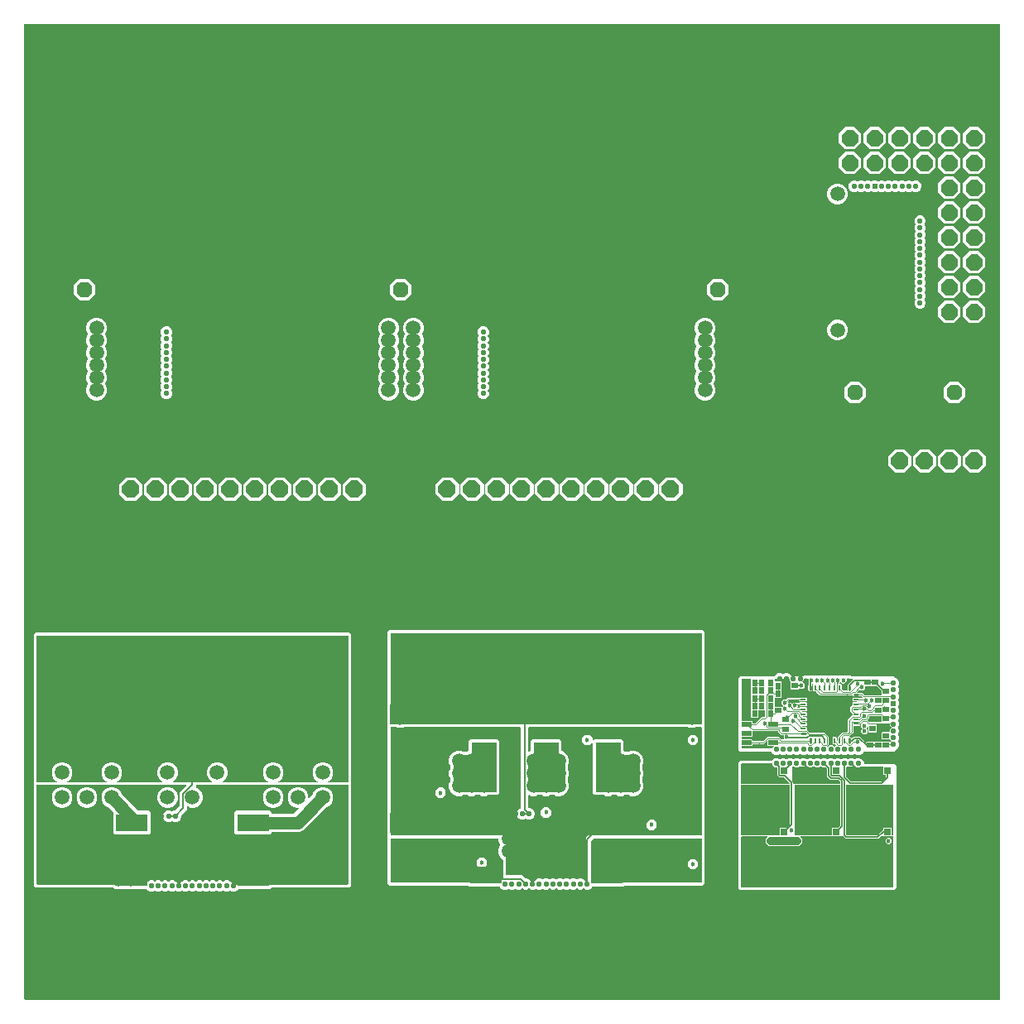
<source format=gbr>
G04 EAGLE Gerber RS-274X export*
G75*
%MOMM*%
%FSLAX34Y34*%
%LPD*%
%INBottom Copper*%
%IPPOS*%
%AMOC8*
5,1,8,0,0,1.08239X$1,22.5*%
G01*
%ADD10C,0.230000*%
%ADD11R,0.230000X0.600000*%
%ADD12R,0.600000X0.230000*%
%ADD13C,0.185000*%
%ADD14R,4.500000X4.200000*%
%ADD15R,3.100000X0.700000*%
%ADD16R,0.700000X0.700000*%
%ADD17R,0.700000X0.600000*%
%ADD18R,0.600000X0.700000*%
%ADD19R,1.000000X0.500000*%
%ADD20P,1.732040X8X22.500000*%
%ADD21C,1.600200*%
%ADD22C,0.558800*%
%ADD23C,0.609600*%
%ADD24C,1.500000*%
%ADD25P,1.814519X8X22.500000*%
%ADD26P,1.814519X8X292.500000*%
%ADD27P,1.924489X8X112.500000*%
%ADD28P,1.732040X8X292.500000*%
%ADD29R,3.200000X1.800000*%
%ADD30R,2.540000X5.080000*%
%ADD31R,2.000000X2.000000*%
%ADD32C,0.088900*%
%ADD33C,0.454000*%
%ADD34C,0.152400*%
%ADD35C,0.825000*%
%ADD36C,0.812800*%
%ADD37C,1.270000*%
%ADD38C,0.203200*%
%ADD39C,0.604000*%

G36*
X996979Y-438D02*
X996979Y-438D01*
X997008Y-440D01*
X997069Y-418D01*
X997133Y-404D01*
X997157Y-387D01*
X997184Y-377D01*
X997231Y-331D01*
X997284Y-293D01*
X997298Y-267D01*
X997319Y-247D01*
X997331Y-208D01*
X997375Y-129D01*
X997382Y-39D01*
X997394Y0D01*
X997394Y996950D01*
X997388Y996979D01*
X997390Y997008D01*
X997368Y997069D01*
X997354Y997133D01*
X997337Y997157D01*
X997327Y997184D01*
X997281Y997231D01*
X997243Y997284D01*
X997217Y997298D01*
X997197Y997319D01*
X997158Y997331D01*
X997079Y997375D01*
X996989Y997382D01*
X996950Y997394D01*
X0Y997394D01*
X-29Y997388D01*
X-58Y997390D01*
X-119Y997368D01*
X-183Y997354D01*
X-207Y997337D01*
X-234Y997327D01*
X-281Y997281D01*
X-334Y997243D01*
X-348Y997217D01*
X-369Y997197D01*
X-381Y997158D01*
X-425Y997079D01*
X-432Y996989D01*
X-444Y996950D01*
X-444Y0D01*
X-438Y-29D01*
X-440Y-58D01*
X-418Y-119D01*
X-404Y-183D01*
X-387Y-207D01*
X-377Y-234D01*
X-331Y-281D01*
X-293Y-334D01*
X-267Y-348D01*
X-247Y-369D01*
X-208Y-381D01*
X-129Y-425D01*
X-39Y-432D01*
X0Y-444D01*
X996950Y-444D01*
X996979Y-438D01*
G37*
%LPC*%
G36*
X128378Y109854D02*
X128378Y109854D01*
X126230Y110744D01*
X124536Y112438D01*
X124504Y112485D01*
X124472Y112504D01*
X124447Y112530D01*
X124409Y112542D01*
X124343Y112582D01*
X124238Y112594D01*
X124200Y112605D01*
X98164Y112605D01*
X98019Y112574D01*
X97994Y112571D01*
X97856Y112514D01*
X93660Y112514D01*
X93522Y112571D01*
X93376Y112598D01*
X93352Y112605D01*
X92338Y112605D01*
X91621Y113322D01*
X91497Y113403D01*
X91478Y113418D01*
X90198Y113948D01*
X90052Y113975D01*
X90029Y113982D01*
X11253Y113982D01*
X9207Y116028D01*
X9207Y372922D01*
X11253Y374968D01*
X331647Y374968D01*
X333693Y372922D01*
X333693Y116028D01*
X331647Y113982D01*
X252122Y113982D01*
X252079Y113973D01*
X252036Y113973D01*
X252004Y113956D01*
X251939Y113942D01*
X251840Y113869D01*
X251808Y113852D01*
X250562Y112605D01*
X218700Y112605D01*
X218664Y112598D01*
X218628Y112599D01*
X218574Y112578D01*
X218517Y112566D01*
X218487Y112544D01*
X218453Y112530D01*
X218429Y112500D01*
X218366Y112454D01*
X218349Y112423D01*
X216670Y110744D01*
X214522Y109854D01*
X212198Y109854D01*
X210037Y110749D01*
X209994Y110757D01*
X209954Y110774D01*
X209918Y110771D01*
X209853Y110783D01*
X209733Y110753D01*
X209698Y110749D01*
X207537Y109854D01*
X205213Y109854D01*
X203052Y110749D01*
X203009Y110757D01*
X202969Y110774D01*
X202933Y110771D01*
X202868Y110783D01*
X202748Y110753D01*
X202713Y110749D01*
X200552Y109854D01*
X198228Y109854D01*
X196067Y110749D01*
X196024Y110757D01*
X195984Y110774D01*
X195948Y110771D01*
X195883Y110783D01*
X195763Y110753D01*
X195728Y110749D01*
X193567Y109854D01*
X191243Y109854D01*
X189082Y110749D01*
X189039Y110757D01*
X188999Y110774D01*
X188963Y110771D01*
X188898Y110783D01*
X188778Y110753D01*
X188743Y110749D01*
X186582Y109854D01*
X184258Y109854D01*
X182097Y110749D01*
X182054Y110757D01*
X182014Y110774D01*
X181978Y110771D01*
X181913Y110783D01*
X181793Y110753D01*
X181758Y110749D01*
X179597Y109854D01*
X177273Y109854D01*
X175112Y110749D01*
X175069Y110757D01*
X175029Y110774D01*
X174993Y110771D01*
X174928Y110783D01*
X174808Y110753D01*
X174773Y110749D01*
X172612Y109854D01*
X170288Y109854D01*
X168127Y110749D01*
X168084Y110757D01*
X168044Y110774D01*
X168008Y110771D01*
X167943Y110783D01*
X167823Y110753D01*
X167788Y110749D01*
X165627Y109854D01*
X163303Y109854D01*
X161142Y110749D01*
X161099Y110757D01*
X161059Y110774D01*
X161023Y110771D01*
X160958Y110783D01*
X160838Y110753D01*
X160803Y110749D01*
X158642Y109854D01*
X156318Y109854D01*
X154157Y110749D01*
X154114Y110757D01*
X154074Y110774D01*
X154038Y110771D01*
X153973Y110783D01*
X153853Y110753D01*
X153818Y110749D01*
X151657Y109854D01*
X149333Y109854D01*
X147172Y110749D01*
X147129Y110757D01*
X147089Y110774D01*
X147053Y110771D01*
X146988Y110783D01*
X146868Y110753D01*
X146833Y110749D01*
X144672Y109854D01*
X142348Y109854D01*
X140187Y110749D01*
X140144Y110757D01*
X140104Y110774D01*
X140068Y110771D01*
X140003Y110783D01*
X139883Y110753D01*
X139848Y110749D01*
X137687Y109854D01*
X135363Y109854D01*
X133202Y110749D01*
X133159Y110757D01*
X133119Y110774D01*
X133083Y110771D01*
X133018Y110783D01*
X132898Y110753D01*
X132863Y110749D01*
X130702Y109854D01*
X128378Y109854D01*
G37*
%LPD*%
%LPC*%
G36*
X490074Y112140D02*
X490074Y112140D01*
X487926Y113030D01*
X486283Y114673D01*
X486201Y114871D01*
X486180Y114901D01*
X486168Y114936D01*
X486127Y114978D01*
X486094Y115025D01*
X486063Y115044D01*
X486037Y115070D01*
X486000Y115082D01*
X485933Y115122D01*
X485829Y115134D01*
X485791Y115145D01*
X454288Y115145D01*
X453296Y116138D01*
X453259Y116161D01*
X453234Y116188D01*
X453233Y116188D01*
X453228Y116193D01*
X453194Y116203D01*
X453138Y116239D01*
X453016Y116258D01*
X452982Y116268D01*
X372949Y116268D01*
X370903Y118314D01*
X370903Y168609D01*
X370894Y168652D01*
X370894Y168695D01*
X370877Y168727D01*
X370872Y168750D01*
X370872Y191404D01*
X370874Y191407D01*
X370893Y191529D01*
X370903Y191563D01*
X370903Y279734D01*
X370894Y279777D01*
X370894Y279820D01*
X370877Y279852D01*
X370872Y279875D01*
X370872Y302529D01*
X370874Y302532D01*
X370893Y302654D01*
X370903Y302688D01*
X370903Y375208D01*
X372949Y377254D01*
X693343Y377254D01*
X695389Y375208D01*
X695389Y302688D01*
X695398Y302645D01*
X695398Y302601D01*
X695415Y302569D01*
X695420Y302547D01*
X695420Y279893D01*
X695418Y279890D01*
X695399Y279768D01*
X695389Y279734D01*
X695389Y191563D01*
X695398Y191520D01*
X695398Y191477D01*
X695415Y191445D01*
X695420Y191422D01*
X695420Y168768D01*
X695418Y168765D01*
X695399Y168643D01*
X695389Y168609D01*
X695389Y118314D01*
X693343Y116268D01*
X613818Y116268D01*
X613775Y116259D01*
X613732Y116259D01*
X613700Y116242D01*
X613635Y116228D01*
X613536Y116155D01*
X613504Y116138D01*
X612258Y114891D01*
X580396Y114891D01*
X580360Y114884D01*
X580324Y114885D01*
X580270Y114864D01*
X580213Y114852D01*
X580183Y114830D01*
X580149Y114816D01*
X580125Y114786D01*
X580062Y114740D01*
X580045Y114709D01*
X578366Y113030D01*
X576218Y112140D01*
X573894Y112140D01*
X571733Y113035D01*
X571690Y113043D01*
X571650Y113060D01*
X571614Y113057D01*
X571549Y113069D01*
X571429Y113039D01*
X571394Y113035D01*
X569233Y112140D01*
X566909Y112140D01*
X564748Y113035D01*
X564705Y113043D01*
X564665Y113060D01*
X564629Y113057D01*
X564564Y113069D01*
X564444Y113039D01*
X564409Y113035D01*
X562248Y112140D01*
X559924Y112140D01*
X557763Y113035D01*
X557720Y113043D01*
X557680Y113060D01*
X557644Y113057D01*
X557579Y113069D01*
X557459Y113039D01*
X557424Y113035D01*
X555263Y112140D01*
X552939Y112140D01*
X550778Y113035D01*
X550735Y113043D01*
X550695Y113060D01*
X550659Y113057D01*
X550594Y113069D01*
X550474Y113039D01*
X550439Y113035D01*
X548278Y112140D01*
X545954Y112140D01*
X543793Y113035D01*
X543750Y113043D01*
X543710Y113060D01*
X543674Y113057D01*
X543609Y113069D01*
X543489Y113039D01*
X543454Y113035D01*
X541293Y112140D01*
X538969Y112140D01*
X536808Y113035D01*
X536765Y113043D01*
X536725Y113060D01*
X536689Y113057D01*
X536624Y113069D01*
X536504Y113039D01*
X536469Y113035D01*
X534308Y112140D01*
X531984Y112140D01*
X529823Y113035D01*
X529780Y113043D01*
X529740Y113060D01*
X529704Y113057D01*
X529639Y113069D01*
X529519Y113039D01*
X529484Y113035D01*
X527323Y112140D01*
X524999Y112140D01*
X522838Y113035D01*
X522795Y113043D01*
X522755Y113060D01*
X522719Y113057D01*
X522654Y113069D01*
X522534Y113039D01*
X522499Y113035D01*
X520338Y112140D01*
X518014Y112140D01*
X515853Y113035D01*
X515810Y113043D01*
X515770Y113060D01*
X515734Y113057D01*
X515669Y113069D01*
X515549Y113039D01*
X515514Y113035D01*
X513353Y112140D01*
X511029Y112140D01*
X508868Y113035D01*
X508825Y113043D01*
X508785Y113060D01*
X508749Y113057D01*
X508684Y113069D01*
X508564Y113039D01*
X508529Y113035D01*
X506368Y112140D01*
X504044Y112140D01*
X501883Y113035D01*
X501840Y113043D01*
X501800Y113060D01*
X501764Y113057D01*
X501699Y113069D01*
X501579Y113039D01*
X501544Y113035D01*
X499383Y112140D01*
X497059Y112140D01*
X494898Y113035D01*
X494855Y113043D01*
X494815Y113060D01*
X494779Y113057D01*
X494714Y113069D01*
X494594Y113039D01*
X494559Y113035D01*
X492398Y112140D01*
X490074Y112140D01*
G37*
%LPD*%
G36*
X32378Y221808D02*
X32378Y221808D01*
X32385Y221807D01*
X32469Y221828D01*
X32554Y221846D01*
X32560Y221850D01*
X32567Y221852D01*
X32635Y221906D01*
X32704Y221957D01*
X32708Y221964D01*
X32714Y221968D01*
X32753Y222046D01*
X32795Y222121D01*
X32796Y222129D01*
X32799Y222135D01*
X32804Y222222D01*
X32811Y222308D01*
X32808Y222315D01*
X32809Y222322D01*
X32777Y222403D01*
X32748Y222484D01*
X32742Y222490D01*
X32740Y222497D01*
X32721Y222512D01*
X32617Y222619D01*
X32575Y222632D01*
X32540Y222660D01*
X32125Y222832D01*
X29157Y225800D01*
X27551Y229677D01*
X27551Y233873D01*
X29157Y237750D01*
X32125Y240718D01*
X36002Y242324D01*
X40198Y242324D01*
X44075Y240718D01*
X47043Y237750D01*
X48649Y233873D01*
X48649Y229677D01*
X47043Y225800D01*
X44075Y222832D01*
X43660Y222660D01*
X43653Y222656D01*
X43646Y222654D01*
X43577Y222603D01*
X43505Y222553D01*
X43502Y222547D01*
X43496Y222543D01*
X43454Y222467D01*
X43409Y222393D01*
X43408Y222385D01*
X43405Y222379D01*
X43398Y222293D01*
X43388Y222207D01*
X43390Y222200D01*
X43389Y222192D01*
X43419Y222111D01*
X43445Y222028D01*
X43450Y222023D01*
X43452Y222016D01*
X43513Y221953D01*
X43571Y221889D01*
X43578Y221886D01*
X43583Y221881D01*
X43607Y221874D01*
X43743Y221815D01*
X43787Y221819D01*
X43829Y221806D01*
X83171Y221806D01*
X83178Y221808D01*
X83185Y221807D01*
X83269Y221828D01*
X83354Y221846D01*
X83360Y221850D01*
X83367Y221852D01*
X83435Y221906D01*
X83504Y221957D01*
X83508Y221964D01*
X83514Y221968D01*
X83553Y222045D01*
X83595Y222121D01*
X83596Y222129D01*
X83599Y222135D01*
X83604Y222222D01*
X83611Y222308D01*
X83608Y222315D01*
X83608Y222322D01*
X83577Y222403D01*
X83548Y222484D01*
X83542Y222490D01*
X83540Y222497D01*
X83520Y222512D01*
X83417Y222619D01*
X83375Y222632D01*
X83340Y222660D01*
X82925Y222832D01*
X79957Y225800D01*
X78351Y229677D01*
X78351Y233873D01*
X79957Y237750D01*
X82925Y240718D01*
X86802Y242324D01*
X90998Y242324D01*
X94875Y240718D01*
X97843Y237750D01*
X99449Y233873D01*
X99449Y229677D01*
X97843Y225800D01*
X94875Y222832D01*
X94460Y222660D01*
X94453Y222656D01*
X94446Y222654D01*
X94377Y222603D01*
X94306Y222553D01*
X94302Y222547D01*
X94296Y222543D01*
X94254Y222467D01*
X94209Y222393D01*
X94208Y222385D01*
X94205Y222379D01*
X94198Y222293D01*
X94188Y222207D01*
X94190Y222200D01*
X94189Y222192D01*
X94219Y222111D01*
X94245Y222028D01*
X94250Y222023D01*
X94252Y222016D01*
X94313Y221953D01*
X94371Y221889D01*
X94378Y221886D01*
X94383Y221881D01*
X94407Y221874D01*
X94543Y221815D01*
X94587Y221819D01*
X94629Y221806D01*
X140321Y221806D01*
X140328Y221808D01*
X140335Y221807D01*
X140419Y221828D01*
X140504Y221846D01*
X140510Y221850D01*
X140517Y221852D01*
X140585Y221906D01*
X140654Y221957D01*
X140658Y221964D01*
X140664Y221968D01*
X140703Y222046D01*
X140745Y222121D01*
X140746Y222129D01*
X140749Y222135D01*
X140754Y222222D01*
X140761Y222308D01*
X140758Y222315D01*
X140759Y222322D01*
X140727Y222403D01*
X140698Y222484D01*
X140692Y222490D01*
X140690Y222497D01*
X140671Y222512D01*
X140567Y222619D01*
X140525Y222632D01*
X140490Y222660D01*
X140075Y222832D01*
X137107Y225800D01*
X135501Y229677D01*
X135501Y233873D01*
X137107Y237750D01*
X140075Y240718D01*
X143952Y242324D01*
X148148Y242324D01*
X152025Y240718D01*
X154993Y237750D01*
X156599Y233873D01*
X156599Y229677D01*
X154993Y225800D01*
X152025Y222832D01*
X151610Y222660D01*
X151603Y222656D01*
X151596Y222654D01*
X151527Y222603D01*
X151455Y222553D01*
X151452Y222547D01*
X151446Y222543D01*
X151404Y222467D01*
X151359Y222393D01*
X151358Y222385D01*
X151355Y222379D01*
X151348Y222293D01*
X151338Y222207D01*
X151340Y222200D01*
X151339Y222192D01*
X151369Y222111D01*
X151395Y222028D01*
X151400Y222023D01*
X151402Y222016D01*
X151463Y221953D01*
X151521Y221889D01*
X151528Y221886D01*
X151533Y221881D01*
X151557Y221874D01*
X151693Y221815D01*
X151737Y221819D01*
X151779Y221806D01*
X191121Y221806D01*
X191128Y221808D01*
X191135Y221807D01*
X191219Y221828D01*
X191304Y221846D01*
X191310Y221850D01*
X191317Y221852D01*
X191385Y221906D01*
X191454Y221957D01*
X191458Y221964D01*
X191464Y221968D01*
X191503Y222046D01*
X191545Y222121D01*
X191546Y222129D01*
X191549Y222135D01*
X191554Y222222D01*
X191561Y222308D01*
X191558Y222315D01*
X191559Y222322D01*
X191527Y222403D01*
X191498Y222484D01*
X191492Y222490D01*
X191490Y222497D01*
X191471Y222512D01*
X191367Y222619D01*
X191325Y222632D01*
X191290Y222660D01*
X190875Y222832D01*
X187907Y225800D01*
X186301Y229677D01*
X186301Y233873D01*
X187907Y237750D01*
X190875Y240718D01*
X194752Y242324D01*
X198948Y242324D01*
X202825Y240718D01*
X205793Y237750D01*
X207399Y233873D01*
X207399Y229677D01*
X205793Y225800D01*
X202825Y222832D01*
X202410Y222660D01*
X202403Y222656D01*
X202396Y222654D01*
X202327Y222603D01*
X202255Y222553D01*
X202252Y222547D01*
X202246Y222543D01*
X202204Y222467D01*
X202159Y222393D01*
X202158Y222385D01*
X202155Y222379D01*
X202148Y222293D01*
X202138Y222207D01*
X202140Y222200D01*
X202139Y222192D01*
X202169Y222111D01*
X202195Y222028D01*
X202200Y222023D01*
X202202Y222016D01*
X202263Y221953D01*
X202321Y221889D01*
X202328Y221886D01*
X202333Y221881D01*
X202357Y221874D01*
X202493Y221815D01*
X202537Y221819D01*
X202579Y221806D01*
X248271Y221806D01*
X248278Y221808D01*
X248285Y221807D01*
X248369Y221828D01*
X248454Y221846D01*
X248460Y221850D01*
X248467Y221852D01*
X248535Y221906D01*
X248604Y221957D01*
X248608Y221964D01*
X248614Y221968D01*
X248653Y222046D01*
X248695Y222121D01*
X248696Y222129D01*
X248699Y222135D01*
X248704Y222222D01*
X248711Y222308D01*
X248708Y222315D01*
X248709Y222322D01*
X248677Y222403D01*
X248648Y222484D01*
X248642Y222490D01*
X248640Y222497D01*
X248621Y222512D01*
X248517Y222619D01*
X248475Y222632D01*
X248440Y222660D01*
X248025Y222832D01*
X245057Y225800D01*
X243451Y229677D01*
X243451Y233873D01*
X245057Y237750D01*
X248025Y240718D01*
X251902Y242324D01*
X256098Y242324D01*
X259975Y240718D01*
X262943Y237750D01*
X264549Y233873D01*
X264549Y229677D01*
X262943Y225800D01*
X259975Y222832D01*
X259560Y222660D01*
X259553Y222656D01*
X259546Y222654D01*
X259477Y222603D01*
X259405Y222553D01*
X259402Y222547D01*
X259396Y222543D01*
X259354Y222467D01*
X259309Y222393D01*
X259308Y222385D01*
X259305Y222379D01*
X259298Y222293D01*
X259288Y222207D01*
X259290Y222200D01*
X259289Y222192D01*
X259319Y222111D01*
X259345Y222028D01*
X259350Y222023D01*
X259352Y222016D01*
X259413Y221953D01*
X259471Y221889D01*
X259478Y221886D01*
X259483Y221881D01*
X259507Y221874D01*
X259643Y221815D01*
X259687Y221819D01*
X259729Y221806D01*
X299071Y221806D01*
X299078Y221808D01*
X299085Y221807D01*
X299169Y221828D01*
X299254Y221846D01*
X299260Y221850D01*
X299267Y221852D01*
X299335Y221906D01*
X299404Y221957D01*
X299408Y221964D01*
X299414Y221968D01*
X299453Y222046D01*
X299495Y222121D01*
X299496Y222129D01*
X299499Y222135D01*
X299504Y222222D01*
X299511Y222308D01*
X299508Y222315D01*
X299509Y222322D01*
X299477Y222403D01*
X299448Y222484D01*
X299442Y222490D01*
X299440Y222497D01*
X299421Y222512D01*
X299317Y222619D01*
X299275Y222632D01*
X299240Y222660D01*
X298825Y222832D01*
X295857Y225800D01*
X294251Y229677D01*
X294251Y233873D01*
X295857Y237750D01*
X298825Y240718D01*
X302702Y242324D01*
X306898Y242324D01*
X310775Y240718D01*
X313743Y237750D01*
X315349Y233873D01*
X315349Y229677D01*
X313743Y225800D01*
X310775Y222832D01*
X310360Y222660D01*
X310353Y222656D01*
X310346Y222654D01*
X310277Y222603D01*
X310205Y222553D01*
X310202Y222547D01*
X310196Y222543D01*
X310154Y222467D01*
X310109Y222393D01*
X310108Y222385D01*
X310105Y222379D01*
X310098Y222293D01*
X310088Y222207D01*
X310090Y222200D01*
X310089Y222192D01*
X310119Y222111D01*
X310145Y222028D01*
X310150Y222023D01*
X310152Y222016D01*
X310213Y221953D01*
X310271Y221889D01*
X310278Y221886D01*
X310283Y221881D01*
X310307Y221874D01*
X310443Y221815D01*
X310487Y221819D01*
X310529Y221806D01*
X330200Y221806D01*
X330229Y221812D01*
X330258Y221810D01*
X330319Y221832D01*
X330383Y221846D01*
X330407Y221863D01*
X330434Y221873D01*
X330481Y221919D01*
X330534Y221957D01*
X330548Y221983D01*
X330569Y222003D01*
X330581Y222042D01*
X330625Y222121D01*
X330632Y222211D01*
X330644Y222250D01*
X330644Y371475D01*
X330638Y371504D01*
X330640Y371533D01*
X330618Y371594D01*
X330604Y371658D01*
X330587Y371682D01*
X330577Y371709D01*
X330531Y371756D01*
X330493Y371809D01*
X330467Y371823D01*
X330447Y371844D01*
X330408Y371856D01*
X330329Y371900D01*
X330239Y371907D01*
X330200Y371919D01*
X12700Y371919D01*
X12671Y371913D01*
X12642Y371915D01*
X12581Y371893D01*
X12517Y371879D01*
X12493Y371862D01*
X12466Y371852D01*
X12419Y371806D01*
X12366Y371768D01*
X12352Y371742D01*
X12331Y371722D01*
X12319Y371683D01*
X12275Y371604D01*
X12268Y371514D01*
X12256Y371475D01*
X12256Y222250D01*
X12262Y222221D01*
X12260Y222192D01*
X12282Y222131D01*
X12296Y222067D01*
X12313Y222043D01*
X12323Y222016D01*
X12369Y221969D01*
X12407Y221916D01*
X12433Y221902D01*
X12453Y221881D01*
X12492Y221869D01*
X12571Y221825D01*
X12661Y221818D01*
X12700Y221806D01*
X32371Y221806D01*
X32378Y221808D01*
G37*
G36*
X520129Y119325D02*
X520129Y119325D01*
X520165Y119323D01*
X520219Y119345D01*
X520276Y119357D01*
X520306Y119379D01*
X520340Y119392D01*
X520364Y119422D01*
X520427Y119468D01*
X520478Y119561D01*
X520503Y119591D01*
X521208Y121293D01*
X522851Y122936D01*
X524999Y123826D01*
X527323Y123826D01*
X529484Y122931D01*
X529527Y122923D01*
X529567Y122906D01*
X529603Y122909D01*
X529668Y122897D01*
X529788Y122927D01*
X529823Y122931D01*
X531984Y123826D01*
X534308Y123826D01*
X536469Y122931D01*
X536512Y122923D01*
X536552Y122906D01*
X536588Y122909D01*
X536653Y122897D01*
X536773Y122927D01*
X536808Y122931D01*
X538969Y123826D01*
X541293Y123826D01*
X543454Y122931D01*
X543497Y122923D01*
X543537Y122906D01*
X543573Y122909D01*
X543638Y122897D01*
X543758Y122927D01*
X543793Y122931D01*
X545954Y123826D01*
X548278Y123826D01*
X550439Y122931D01*
X550482Y122923D01*
X550522Y122906D01*
X550558Y122909D01*
X550623Y122897D01*
X550743Y122927D01*
X550778Y122931D01*
X552939Y123826D01*
X555263Y123826D01*
X557424Y122931D01*
X557467Y122923D01*
X557507Y122906D01*
X557543Y122909D01*
X557608Y122897D01*
X557728Y122927D01*
X557763Y122931D01*
X559924Y123826D01*
X562248Y123826D01*
X564409Y122931D01*
X564452Y122923D01*
X564492Y122906D01*
X564528Y122909D01*
X564593Y122897D01*
X564713Y122927D01*
X564748Y122931D01*
X566909Y123826D01*
X569233Y123826D01*
X571381Y122936D01*
X573024Y121293D01*
X573249Y120750D01*
X573253Y120744D01*
X573255Y120737D01*
X573306Y120667D01*
X573356Y120596D01*
X573362Y120592D01*
X573366Y120586D01*
X573442Y120544D01*
X573516Y120499D01*
X573524Y120499D01*
X573530Y120495D01*
X573616Y120488D01*
X573702Y120478D01*
X573710Y120480D01*
X573717Y120480D01*
X573798Y120509D01*
X573881Y120535D01*
X573886Y120540D01*
X573893Y120543D01*
X573956Y120603D01*
X574020Y120661D01*
X574023Y120668D01*
X574028Y120673D01*
X574035Y120697D01*
X574094Y120833D01*
X574090Y120877D01*
X574103Y120920D01*
X574103Y165658D01*
X576149Y167704D01*
X691896Y167704D01*
X691925Y167710D01*
X691954Y167708D01*
X692015Y167730D01*
X692079Y167744D01*
X692103Y167761D01*
X692130Y167771D01*
X692177Y167817D01*
X692230Y167855D01*
X692244Y167881D01*
X692265Y167901D01*
X692277Y167940D01*
X692321Y168019D01*
X692328Y168109D01*
X692340Y168148D01*
X692340Y277719D01*
X692334Y277747D01*
X692336Y277776D01*
X692314Y277838D01*
X692300Y277902D01*
X692283Y277925D01*
X692273Y277953D01*
X692227Y278000D01*
X692189Y278052D01*
X692163Y278066D01*
X692143Y278087D01*
X692104Y278099D01*
X692025Y278143D01*
X691935Y278151D01*
X691896Y278162D01*
X686187Y278162D01*
X686042Y278131D01*
X686017Y278128D01*
X684469Y277487D01*
X680273Y277487D01*
X678725Y278128D01*
X678579Y278155D01*
X678555Y278162D01*
X671053Y278162D01*
X671050Y278164D01*
X670928Y278183D01*
X670894Y278193D01*
X515549Y278193D01*
X515521Y278187D01*
X515492Y278189D01*
X515430Y278167D01*
X515366Y278153D01*
X515343Y278136D01*
X515315Y278126D01*
X515268Y278080D01*
X515216Y278042D01*
X515202Y278016D01*
X515181Y277996D01*
X515169Y277957D01*
X515125Y277878D01*
X515117Y277788D01*
X515106Y277749D01*
X515106Y253456D01*
X515110Y253434D01*
X515108Y253412D01*
X515130Y253343D01*
X515145Y253273D01*
X515158Y253255D01*
X515165Y253234D01*
X515214Y253180D01*
X515257Y253122D01*
X515276Y253112D01*
X515291Y253095D01*
X515357Y253066D01*
X515421Y253031D01*
X515443Y253030D01*
X515463Y253021D01*
X515502Y253025D01*
X515607Y253016D01*
X515681Y253042D01*
X515719Y253046D01*
X517123Y253628D01*
X517153Y253648D01*
X517188Y253661D01*
X517230Y253701D01*
X517277Y253734D01*
X517296Y253766D01*
X517322Y253791D01*
X517334Y253828D01*
X517374Y253895D01*
X517386Y254000D01*
X517397Y254038D01*
X517397Y263899D01*
X519183Y265685D01*
X547109Y265685D01*
X548895Y263899D01*
X548895Y254038D01*
X548902Y254002D01*
X548901Y253965D01*
X548922Y253911D01*
X548934Y253854D01*
X548956Y253825D01*
X548969Y253791D01*
X549000Y253766D01*
X549046Y253704D01*
X549138Y253653D01*
X549169Y253628D01*
X551821Y252529D01*
X554789Y249561D01*
X556395Y245684D01*
X556395Y241488D01*
X555279Y238793D01*
X555252Y238647D01*
X555245Y238623D01*
X555245Y235849D01*
X555276Y235704D01*
X555279Y235679D01*
X556395Y232984D01*
X556395Y228788D01*
X555279Y226093D01*
X555252Y225947D01*
X555245Y225923D01*
X555245Y223149D01*
X555251Y223122D01*
X555249Y223097D01*
X555267Y223044D01*
X555276Y223004D01*
X555279Y222979D01*
X556395Y220284D01*
X556395Y216088D01*
X554789Y212211D01*
X551821Y209243D01*
X547944Y207637D01*
X543748Y207637D01*
X541053Y208753D01*
X540907Y208780D01*
X540883Y208787D01*
X538109Y208787D01*
X537964Y208756D01*
X537939Y208753D01*
X535244Y207637D01*
X531048Y207637D01*
X528353Y208753D01*
X528207Y208780D01*
X528183Y208787D01*
X525409Y208787D01*
X525264Y208756D01*
X525239Y208753D01*
X522544Y207637D01*
X518348Y207637D01*
X515719Y208726D01*
X515698Y208730D01*
X515678Y208741D01*
X515606Y208747D01*
X515535Y208760D01*
X515514Y208754D01*
X515492Y208756D01*
X515423Y208732D01*
X515353Y208714D01*
X515336Y208700D01*
X515315Y208693D01*
X515263Y208643D01*
X515206Y208598D01*
X515196Y208578D01*
X515181Y208563D01*
X515169Y208525D01*
X515121Y208431D01*
X515117Y208353D01*
X515106Y208316D01*
X515106Y196121D01*
X515115Y196078D01*
X515114Y196034D01*
X515131Y196002D01*
X515145Y195938D01*
X515206Y195856D01*
X515208Y195852D01*
X515214Y195845D01*
X515219Y195838D01*
X515236Y195807D01*
X515459Y195584D01*
X515496Y195560D01*
X515526Y195529D01*
X515561Y195518D01*
X515617Y195482D01*
X515739Y195464D01*
X515773Y195454D01*
X516846Y195454D01*
X518993Y194564D01*
X520637Y192921D01*
X521526Y190773D01*
X521526Y188449D01*
X520637Y186301D01*
X518993Y184658D01*
X516846Y183768D01*
X514521Y183768D01*
X512361Y184663D01*
X512318Y184671D01*
X512278Y184688D01*
X512242Y184685D01*
X512176Y184697D01*
X512056Y184667D01*
X512021Y184663D01*
X509861Y183768D01*
X507536Y183768D01*
X505389Y184658D01*
X503745Y186301D01*
X502856Y188449D01*
X502856Y190773D01*
X503745Y192921D01*
X505389Y194564D01*
X506702Y195108D01*
X506732Y195129D01*
X506767Y195141D01*
X506809Y195182D01*
X506856Y195215D01*
X506875Y195246D01*
X506901Y195272D01*
X506913Y195309D01*
X506953Y195376D01*
X506965Y195480D01*
X506976Y195518D01*
X506976Y277749D01*
X506971Y277774D01*
X506972Y277794D01*
X506972Y277796D01*
X506972Y277807D01*
X506950Y277868D01*
X506937Y277932D01*
X506919Y277956D01*
X506909Y277983D01*
X506864Y278030D01*
X506825Y278083D01*
X506800Y278097D01*
X506779Y278118D01*
X506740Y278130D01*
X506661Y278174D01*
X506571Y278181D01*
X506533Y278193D01*
X395398Y278193D01*
X395355Y278184D01*
X395312Y278184D01*
X395280Y278167D01*
X395257Y278162D01*
X387737Y278162D01*
X387592Y278131D01*
X387567Y278128D01*
X386019Y277487D01*
X381823Y277487D01*
X380275Y278128D01*
X380129Y278155D01*
X380105Y278162D01*
X374396Y278162D01*
X374367Y278156D01*
X374338Y278158D01*
X374277Y278136D01*
X374213Y278123D01*
X374189Y278105D01*
X374162Y278095D01*
X374115Y278050D01*
X374062Y278011D01*
X374048Y277986D01*
X374027Y277965D01*
X374015Y277926D01*
X373971Y277847D01*
X373964Y277757D01*
X373952Y277719D01*
X373952Y168148D01*
X373958Y168119D01*
X373956Y168090D01*
X373978Y168029D01*
X373992Y167965D01*
X374009Y167941D01*
X374019Y167914D01*
X374065Y167867D01*
X374103Y167814D01*
X374129Y167800D01*
X374149Y167779D01*
X374188Y167767D01*
X374267Y167723D01*
X374357Y167716D01*
X374396Y167704D01*
X490143Y167704D01*
X492189Y165658D01*
X492189Y127190D01*
X492195Y127162D01*
X492193Y127133D01*
X492215Y127071D01*
X492229Y127007D01*
X492246Y126984D01*
X492256Y126956D01*
X492302Y126909D01*
X492340Y126857D01*
X492366Y126843D01*
X492386Y126822D01*
X492425Y126810D01*
X492504Y126766D01*
X492594Y126758D01*
X492633Y126747D01*
X508836Y126747D01*
X511627Y123956D01*
X511664Y123932D01*
X511694Y123901D01*
X511729Y123890D01*
X511785Y123854D01*
X511907Y123836D01*
X511941Y123826D01*
X513353Y123826D01*
X515501Y122936D01*
X517144Y121293D01*
X517849Y119591D01*
X517870Y119561D01*
X517882Y119527D01*
X517923Y119485D01*
X517956Y119437D01*
X517987Y119418D01*
X518012Y119392D01*
X518050Y119381D01*
X518116Y119341D01*
X518221Y119329D01*
X518259Y119317D01*
X520093Y119317D01*
X520129Y119325D01*
G37*
G36*
X123508Y117039D02*
X123508Y117039D01*
X123544Y117037D01*
X123598Y117059D01*
X123655Y117071D01*
X123685Y117093D01*
X123719Y117106D01*
X123743Y117136D01*
X123806Y117182D01*
X123857Y117275D01*
X123882Y117305D01*
X124587Y119007D01*
X126230Y120650D01*
X128378Y121540D01*
X130702Y121540D01*
X132863Y120645D01*
X132906Y120637D01*
X132946Y120620D01*
X132982Y120623D01*
X133047Y120611D01*
X133167Y120641D01*
X133202Y120645D01*
X135363Y121540D01*
X137687Y121540D01*
X139848Y120645D01*
X139891Y120637D01*
X139931Y120620D01*
X139967Y120623D01*
X140032Y120611D01*
X140152Y120641D01*
X140187Y120645D01*
X142348Y121540D01*
X144672Y121540D01*
X146833Y120645D01*
X146876Y120637D01*
X146916Y120620D01*
X146952Y120623D01*
X147017Y120611D01*
X147137Y120641D01*
X147172Y120645D01*
X149333Y121540D01*
X151657Y121540D01*
X153805Y120650D01*
X155448Y119007D01*
X156153Y117305D01*
X156174Y117275D01*
X156186Y117241D01*
X156227Y117199D01*
X156260Y117151D01*
X156291Y117132D01*
X156316Y117106D01*
X156354Y117095D01*
X156420Y117055D01*
X156525Y117043D01*
X156563Y117031D01*
X158397Y117031D01*
X158433Y117039D01*
X158469Y117037D01*
X158523Y117059D01*
X158580Y117071D01*
X158610Y117093D01*
X158644Y117106D01*
X158668Y117136D01*
X158731Y117182D01*
X158782Y117275D01*
X158807Y117305D01*
X159512Y119007D01*
X161155Y120650D01*
X163303Y121540D01*
X165627Y121540D01*
X167788Y120645D01*
X167831Y120637D01*
X167871Y120620D01*
X167907Y120623D01*
X167972Y120611D01*
X168092Y120641D01*
X168127Y120645D01*
X170288Y121540D01*
X172612Y121540D01*
X174773Y120645D01*
X174816Y120637D01*
X174856Y120620D01*
X174892Y120623D01*
X174957Y120611D01*
X175077Y120641D01*
X175112Y120645D01*
X177273Y121540D01*
X179597Y121540D01*
X181758Y120645D01*
X181801Y120637D01*
X181841Y120620D01*
X181877Y120623D01*
X181942Y120611D01*
X182062Y120641D01*
X182097Y120645D01*
X184258Y121540D01*
X186582Y121540D01*
X188743Y120645D01*
X188786Y120637D01*
X188826Y120620D01*
X188862Y120623D01*
X188927Y120611D01*
X189047Y120641D01*
X189082Y120645D01*
X191243Y121540D01*
X193567Y121540D01*
X195728Y120645D01*
X195771Y120637D01*
X195811Y120620D01*
X195847Y120623D01*
X195912Y120611D01*
X196032Y120641D01*
X196067Y120645D01*
X198228Y121540D01*
X200552Y121540D01*
X202713Y120645D01*
X202756Y120637D01*
X202796Y120620D01*
X202832Y120623D01*
X202897Y120611D01*
X203017Y120641D01*
X203052Y120645D01*
X205213Y121540D01*
X207537Y121540D01*
X209685Y120650D01*
X211328Y119007D01*
X212033Y117305D01*
X212054Y117275D01*
X212066Y117241D01*
X212107Y117199D01*
X212140Y117151D01*
X212171Y117132D01*
X212196Y117106D01*
X212234Y117095D01*
X212300Y117055D01*
X212405Y117043D01*
X212443Y117031D01*
X330200Y117031D01*
X330229Y117037D01*
X330258Y117035D01*
X330319Y117057D01*
X330383Y117071D01*
X330407Y117088D01*
X330434Y117098D01*
X330481Y117144D01*
X330534Y117182D01*
X330548Y117208D01*
X330569Y117228D01*
X330581Y117267D01*
X330625Y117346D01*
X330632Y117436D01*
X330644Y117475D01*
X330644Y219075D01*
X330638Y219104D01*
X330640Y219133D01*
X330618Y219194D01*
X330604Y219258D01*
X330587Y219282D01*
X330577Y219309D01*
X330531Y219356D01*
X330493Y219409D01*
X330467Y219423D01*
X330447Y219444D01*
X330408Y219456D01*
X330329Y219500D01*
X330239Y219507D01*
X330200Y219519D01*
X175958Y219519D01*
X175930Y219513D01*
X175901Y219515D01*
X175839Y219493D01*
X175775Y219479D01*
X175752Y219462D01*
X175724Y219452D01*
X175677Y219406D01*
X175625Y219368D01*
X175611Y219342D01*
X175590Y219322D01*
X175578Y219283D01*
X175534Y219204D01*
X175526Y219114D01*
X175515Y219075D01*
X175515Y217992D01*
X174653Y217130D01*
X174641Y217112D01*
X174624Y217098D01*
X174591Y217034D01*
X174551Y216973D01*
X174548Y216951D01*
X174538Y216931D01*
X174535Y216859D01*
X174524Y216787D01*
X174530Y216766D01*
X174529Y216744D01*
X174555Y216677D01*
X174575Y216607D01*
X174590Y216590D01*
X174598Y216570D01*
X174628Y216545D01*
X174697Y216464D01*
X174767Y216431D01*
X174797Y216407D01*
X177425Y215318D01*
X180393Y212350D01*
X181999Y208473D01*
X181999Y204277D01*
X180393Y200400D01*
X177425Y197432D01*
X173548Y195826D01*
X169352Y195826D01*
X166723Y196915D01*
X166702Y196919D01*
X166682Y196930D01*
X166610Y196936D01*
X166539Y196949D01*
X166518Y196943D01*
X166496Y196945D01*
X166427Y196921D01*
X166357Y196903D01*
X166340Y196889D01*
X166319Y196882D01*
X166267Y196832D01*
X166210Y196787D01*
X166200Y196767D01*
X166185Y196752D01*
X166173Y196714D01*
X166125Y196620D01*
X166121Y196542D01*
X166110Y196505D01*
X166110Y193699D01*
X159960Y187549D01*
X159937Y187513D01*
X159905Y187482D01*
X159895Y187447D01*
X159859Y187392D01*
X159840Y187269D01*
X159830Y187236D01*
X159830Y186163D01*
X158941Y184015D01*
X157297Y182372D01*
X155150Y181482D01*
X152825Y181482D01*
X150665Y182377D01*
X150622Y182385D01*
X150582Y182402D01*
X150546Y182399D01*
X150480Y182411D01*
X150360Y182381D01*
X150325Y182377D01*
X148165Y181482D01*
X145840Y181482D01*
X143693Y182372D01*
X142049Y184015D01*
X141160Y186163D01*
X141160Y188487D01*
X142049Y190635D01*
X143693Y192278D01*
X145840Y193168D01*
X148165Y193168D01*
X150325Y192273D01*
X150368Y192265D01*
X150408Y192248D01*
X150444Y192251D01*
X150509Y192239D01*
X150630Y192269D01*
X150665Y192273D01*
X152825Y193168D01*
X153898Y193168D01*
X153941Y193177D01*
X153985Y193176D01*
X154017Y193193D01*
X154081Y193207D01*
X154181Y193281D01*
X154212Y193298D01*
X157850Y196936D01*
X157874Y196973D01*
X157905Y197003D01*
X157916Y197038D01*
X157952Y197094D01*
X157970Y197216D01*
X157980Y197250D01*
X157980Y211954D01*
X164787Y218761D01*
X164795Y218774D01*
X164807Y218782D01*
X164846Y218852D01*
X164889Y218919D01*
X164891Y218933D01*
X164898Y218946D01*
X164904Y219025D01*
X164916Y219104D01*
X164912Y219118D01*
X164913Y219133D01*
X164887Y219208D01*
X164865Y219284D01*
X164855Y219295D01*
X164850Y219309D01*
X164795Y219366D01*
X164744Y219427D01*
X164730Y219433D01*
X164720Y219444D01*
X164686Y219454D01*
X164574Y219507D01*
X164508Y219508D01*
X164473Y219519D01*
X12700Y219519D01*
X12671Y219513D01*
X12642Y219515D01*
X12581Y219493D01*
X12517Y219479D01*
X12493Y219462D01*
X12466Y219452D01*
X12419Y219406D01*
X12366Y219368D01*
X12352Y219342D01*
X12331Y219322D01*
X12319Y219283D01*
X12275Y219204D01*
X12268Y219114D01*
X12256Y219075D01*
X12256Y117475D01*
X12262Y117446D01*
X12260Y117417D01*
X12282Y117356D01*
X12296Y117292D01*
X12313Y117268D01*
X12323Y117241D01*
X12369Y117194D01*
X12407Y117141D01*
X12433Y117127D01*
X12453Y117106D01*
X12492Y117094D01*
X12571Y117050D01*
X12661Y117043D01*
X12700Y117031D01*
X123472Y117031D01*
X123508Y117039D01*
G37*
G36*
X691925Y281248D02*
X691925Y281248D01*
X691954Y281246D01*
X692015Y281268D01*
X692079Y281282D01*
X692103Y281299D01*
X692130Y281309D01*
X692177Y281355D01*
X692230Y281393D01*
X692244Y281419D01*
X692265Y281439D01*
X692277Y281478D01*
X692321Y281557D01*
X692328Y281647D01*
X692340Y281686D01*
X692340Y373761D01*
X692334Y373790D01*
X692336Y373819D01*
X692314Y373880D01*
X692300Y373944D01*
X692283Y373968D01*
X692273Y373995D01*
X692227Y374042D01*
X692189Y374095D01*
X692163Y374109D01*
X692143Y374130D01*
X692104Y374142D01*
X692025Y374186D01*
X691935Y374193D01*
X691896Y374205D01*
X374396Y374205D01*
X374367Y374199D01*
X374338Y374201D01*
X374277Y374179D01*
X374213Y374165D01*
X374189Y374148D01*
X374162Y374138D01*
X374115Y374092D01*
X374062Y374054D01*
X374048Y374028D01*
X374027Y374008D01*
X374015Y373969D01*
X373971Y373890D01*
X373964Y373800D01*
X373952Y373761D01*
X373952Y281686D01*
X373958Y281657D01*
X373956Y281628D01*
X373978Y281567D01*
X373992Y281503D01*
X374009Y281479D01*
X374019Y281452D01*
X374065Y281405D01*
X374103Y281352D01*
X374129Y281338D01*
X374149Y281317D01*
X374188Y281305D01*
X374267Y281261D01*
X374357Y281254D01*
X374396Y281242D01*
X691896Y281242D01*
X691925Y281248D01*
G37*
%LPC*%
G36*
X731724Y111442D02*
X731724Y111442D01*
X729678Y113488D01*
X729678Y166200D01*
X729669Y166243D01*
X729669Y166286D01*
X729652Y166318D01*
X729638Y166383D01*
X729614Y166415D01*
X729614Y220241D01*
X729649Y220295D01*
X729668Y220418D01*
X729678Y220452D01*
X729678Y241921D01*
X731724Y243968D01*
X736589Y243968D01*
X736734Y243999D01*
X736758Y244002D01*
X736824Y244029D01*
X739678Y244029D01*
X739744Y244002D01*
X739890Y243975D01*
X739913Y243968D01*
X743510Y243968D01*
X743655Y243999D01*
X743680Y244002D01*
X743746Y244029D01*
X746599Y244029D01*
X746665Y244002D01*
X746811Y243975D01*
X746835Y243968D01*
X750432Y243968D01*
X750577Y243999D01*
X750601Y244002D01*
X750667Y244029D01*
X753521Y244029D01*
X753587Y244002D01*
X753733Y243975D01*
X753756Y243968D01*
X757353Y243968D01*
X757498Y243999D01*
X757523Y244002D01*
X757589Y244029D01*
X760442Y244029D01*
X760508Y244002D01*
X760654Y243975D01*
X760678Y243968D01*
X763183Y243968D01*
X763218Y243975D01*
X763255Y243974D01*
X763309Y243995D01*
X763366Y244007D01*
X763395Y244029D01*
X763429Y244043D01*
X763454Y244073D01*
X763516Y244119D01*
X763565Y244206D01*
X765231Y245872D01*
X767378Y246762D01*
X769703Y246762D01*
X771863Y245867D01*
X771906Y245859D01*
X771946Y245842D01*
X771982Y245845D01*
X772019Y245838D01*
X772022Y245838D01*
X772024Y245838D01*
X772047Y245833D01*
X772168Y245863D01*
X772203Y245867D01*
X774363Y246762D01*
X776688Y246762D01*
X778848Y245867D01*
X778891Y245859D01*
X778931Y245842D01*
X778967Y245845D01*
X779004Y245838D01*
X779007Y245838D01*
X779009Y245838D01*
X779032Y245833D01*
X779153Y245863D01*
X779188Y245867D01*
X781348Y246762D01*
X783673Y246762D01*
X785833Y245867D01*
X785876Y245859D01*
X785916Y245842D01*
X785952Y245845D01*
X785989Y245838D01*
X785992Y245838D01*
X785994Y245838D01*
X786017Y245833D01*
X786138Y245863D01*
X786173Y245867D01*
X788333Y246762D01*
X790658Y246762D01*
X792818Y245867D01*
X792861Y245859D01*
X792901Y245842D01*
X792937Y245845D01*
X792974Y245838D01*
X792977Y245838D01*
X792979Y245838D01*
X793002Y245833D01*
X793123Y245863D01*
X793158Y245867D01*
X795318Y246762D01*
X797643Y246762D01*
X799803Y245867D01*
X799846Y245859D01*
X799886Y245842D01*
X799922Y245845D01*
X799959Y245838D01*
X799962Y245838D01*
X799964Y245838D01*
X799987Y245833D01*
X800108Y245863D01*
X800143Y245867D01*
X802303Y246762D01*
X804628Y246762D01*
X806788Y245867D01*
X806831Y245859D01*
X806871Y245842D01*
X806907Y245845D01*
X806944Y245838D01*
X806947Y245838D01*
X806949Y245838D01*
X806972Y245833D01*
X807093Y245863D01*
X807128Y245867D01*
X809288Y246762D01*
X811613Y246762D01*
X813773Y245867D01*
X813816Y245859D01*
X813856Y245842D01*
X813892Y245845D01*
X813929Y245838D01*
X813932Y245838D01*
X813934Y245838D01*
X813957Y245833D01*
X814078Y245863D01*
X814113Y245867D01*
X816273Y246762D01*
X818598Y246762D01*
X820758Y245867D01*
X820801Y245859D01*
X820841Y245842D01*
X820877Y245845D01*
X820914Y245838D01*
X820917Y245838D01*
X820919Y245838D01*
X820942Y245833D01*
X821063Y245863D01*
X821098Y245867D01*
X823258Y246762D01*
X825583Y246762D01*
X827743Y245867D01*
X827786Y245859D01*
X827826Y245842D01*
X827862Y245845D01*
X827899Y245838D01*
X827902Y245838D01*
X827904Y245838D01*
X827927Y245833D01*
X828048Y245863D01*
X828083Y245867D01*
X830243Y246762D01*
X832568Y246762D01*
X834728Y245867D01*
X834771Y245859D01*
X834811Y245842D01*
X834847Y245845D01*
X834884Y245838D01*
X834887Y245838D01*
X834889Y245838D01*
X834912Y245833D01*
X835033Y245863D01*
X835068Y245867D01*
X837228Y246762D01*
X839553Y246762D01*
X841713Y245867D01*
X841756Y245859D01*
X841796Y245842D01*
X841832Y245845D01*
X841869Y245838D01*
X841872Y245838D01*
X841874Y245838D01*
X841897Y245833D01*
X842018Y245863D01*
X842053Y245867D01*
X844213Y246762D01*
X846538Y246762D01*
X848698Y245867D01*
X848741Y245859D01*
X848781Y245842D01*
X848817Y245845D01*
X848854Y245838D01*
X848857Y245838D01*
X848859Y245838D01*
X848882Y245833D01*
X849003Y245863D01*
X849038Y245867D01*
X851198Y246762D01*
X853523Y246762D01*
X855670Y245872D01*
X857314Y244229D01*
X858203Y242081D01*
X858203Y241300D01*
X858209Y241271D01*
X858207Y241242D01*
X858229Y241181D01*
X858243Y241117D01*
X858260Y241093D01*
X858270Y241066D01*
X858316Y241019D01*
X858354Y240966D01*
X858380Y240952D01*
X858400Y240931D01*
X858439Y240919D01*
X858518Y240875D01*
X858608Y240868D01*
X858647Y240856D01*
X889494Y240856D01*
X891541Y238810D01*
X891541Y219089D01*
X891290Y218838D01*
X891266Y218801D01*
X891235Y218770D01*
X891224Y218736D01*
X891188Y218680D01*
X891170Y218558D01*
X891160Y218524D01*
X891160Y167937D01*
X891169Y167895D01*
X891168Y167851D01*
X891185Y167819D01*
X891199Y167754D01*
X891273Y167655D01*
X891290Y167623D01*
X891350Y167563D01*
X891350Y113488D01*
X889304Y111442D01*
X731724Y111442D01*
G37*
%LPD*%
%LPC*%
G36*
X767378Y250126D02*
X767378Y250126D01*
X765231Y251015D01*
X763587Y252659D01*
X763487Y252900D01*
X763467Y252930D01*
X763454Y252964D01*
X763414Y253006D01*
X763381Y253054D01*
X763350Y253073D01*
X763324Y253099D01*
X763287Y253110D01*
X763220Y253150D01*
X763115Y253162D01*
X763077Y253174D01*
X731915Y253174D01*
X729868Y255220D01*
X729868Y328408D01*
X731915Y330455D01*
X766596Y330455D01*
X766632Y330462D01*
X766669Y330461D01*
X766723Y330482D01*
X766779Y330494D01*
X766809Y330516D01*
X766843Y330529D01*
X766868Y330560D01*
X766930Y330606D01*
X766981Y330698D01*
X767006Y330729D01*
X767080Y330906D01*
X768723Y332550D01*
X770871Y333439D01*
X773195Y333439D01*
X775356Y332544D01*
X775399Y332537D01*
X775439Y332519D01*
X775475Y332523D01*
X775540Y332511D01*
X775660Y332541D01*
X775695Y332544D01*
X777856Y333439D01*
X780180Y333439D01*
X782328Y332550D01*
X783971Y330906D01*
X784045Y330729D01*
X784066Y330699D01*
X784078Y330664D01*
X784118Y330622D01*
X784151Y330575D01*
X784183Y330556D01*
X784208Y330530D01*
X784245Y330518D01*
X784312Y330478D01*
X784417Y330466D01*
X784455Y330455D01*
X796030Y330455D01*
X796073Y330464D01*
X796117Y330463D01*
X796149Y330480D01*
X796214Y330494D01*
X796313Y330568D01*
X796344Y330585D01*
X797036Y331276D01*
X801442Y331276D01*
X801640Y331079D01*
X801664Y331063D01*
X801683Y331040D01*
X801742Y331012D01*
X801797Y330977D01*
X801826Y330973D01*
X801853Y330960D01*
X801918Y330959D01*
X801982Y330950D01*
X802011Y330958D01*
X802040Y330957D01*
X802075Y330976D01*
X802162Y331001D01*
X802232Y331060D01*
X802267Y331079D01*
X802465Y331276D01*
X806871Y331276D01*
X807074Y331073D01*
X807099Y331057D01*
X807118Y331035D01*
X807177Y331007D01*
X807231Y330972D01*
X807260Y330967D01*
X807287Y330955D01*
X807352Y330954D01*
X807417Y330944D01*
X807445Y330952D01*
X807474Y330952D01*
X807510Y330971D01*
X807597Y330996D01*
X807666Y331054D01*
X807702Y331073D01*
X807894Y331265D01*
X812300Y331265D01*
X812492Y331073D01*
X812517Y331057D01*
X812536Y331035D01*
X812595Y331007D01*
X812650Y330972D01*
X812679Y330967D01*
X812705Y330955D01*
X812770Y330954D01*
X812835Y330944D01*
X812863Y330952D01*
X812893Y330952D01*
X812928Y330971D01*
X813015Y330996D01*
X813084Y331054D01*
X813120Y331073D01*
X813323Y331276D01*
X817729Y331276D01*
X817927Y331079D01*
X817951Y331063D01*
X817970Y331040D01*
X818029Y331012D01*
X818084Y330977D01*
X818113Y330973D01*
X818140Y330960D01*
X818205Y330959D01*
X818269Y330950D01*
X818298Y330958D01*
X818327Y330957D01*
X818362Y330976D01*
X818450Y331001D01*
X818519Y331060D01*
X818554Y331079D01*
X818752Y331276D01*
X823158Y331276D01*
X823356Y331079D01*
X823380Y331063D01*
X823399Y331040D01*
X823458Y331012D01*
X823513Y330977D01*
X823542Y330973D01*
X823569Y330960D01*
X823634Y330959D01*
X823698Y330950D01*
X823727Y330958D01*
X823756Y330957D01*
X823791Y330976D01*
X823879Y331001D01*
X823948Y331060D01*
X823983Y331079D01*
X824181Y331276D01*
X828587Y331276D01*
X828785Y331079D01*
X828809Y331063D01*
X828828Y331040D01*
X828887Y331012D01*
X828942Y330977D01*
X828971Y330973D01*
X828998Y330960D01*
X829063Y330959D01*
X829127Y330950D01*
X829156Y330958D01*
X829185Y330957D01*
X829220Y330976D01*
X829307Y331001D01*
X829377Y331060D01*
X829412Y331079D01*
X829610Y331276D01*
X834016Y331276D01*
X834214Y331079D01*
X834238Y331063D01*
X834257Y331040D01*
X834316Y331012D01*
X834371Y330977D01*
X834400Y330973D01*
X834427Y330960D01*
X834492Y330959D01*
X834556Y330950D01*
X834585Y330958D01*
X834614Y330957D01*
X834649Y330976D01*
X834737Y331001D01*
X834806Y331060D01*
X834841Y331079D01*
X835039Y331276D01*
X839445Y331276D01*
X839649Y331073D01*
X839673Y331057D01*
X839692Y331034D01*
X839751Y331006D01*
X839806Y330971D01*
X839835Y330967D01*
X839862Y330954D01*
X839927Y330953D01*
X839991Y330944D01*
X840020Y330952D01*
X840049Y330951D01*
X840084Y330970D01*
X840171Y330995D01*
X840241Y331054D01*
X840276Y331073D01*
X840468Y331264D01*
X844874Y331264D01*
X845554Y330585D01*
X845590Y330561D01*
X845621Y330530D01*
X845655Y330519D01*
X845711Y330483D01*
X845833Y330465D01*
X845867Y330455D01*
X889050Y330455D01*
X891061Y328443D01*
X891186Y328363D01*
X891205Y328347D01*
X891484Y328232D01*
X893128Y326588D01*
X894017Y324441D01*
X894017Y322116D01*
X893122Y319956D01*
X893115Y319913D01*
X893097Y319873D01*
X893101Y319837D01*
X893089Y319772D01*
X893119Y319651D01*
X893122Y319616D01*
X894017Y317456D01*
X894017Y315131D01*
X893122Y312971D01*
X893115Y312928D01*
X893097Y312888D01*
X893101Y312852D01*
X893089Y312787D01*
X893119Y312666D01*
X893122Y312631D01*
X894017Y310471D01*
X894017Y308146D01*
X893239Y306268D01*
X893233Y306232D01*
X893217Y306199D01*
X893216Y306141D01*
X893206Y306084D01*
X893215Y306049D01*
X893214Y306012D01*
X893232Y305977D01*
X893251Y305902D01*
X893317Y305820D01*
X893335Y305785D01*
X893343Y305777D01*
X894271Y303536D01*
X894271Y301111D01*
X893343Y298870D01*
X893335Y298862D01*
X893316Y298832D01*
X893289Y298807D01*
X893265Y298754D01*
X893234Y298705D01*
X893229Y298669D01*
X893214Y298635D01*
X893218Y298596D01*
X893206Y298520D01*
X893235Y298418D01*
X893239Y298379D01*
X894017Y296501D01*
X894017Y294176D01*
X893122Y292016D01*
X893115Y291973D01*
X893097Y291933D01*
X893101Y291897D01*
X893089Y291832D01*
X893119Y291711D01*
X893122Y291676D01*
X894017Y289516D01*
X894017Y287191D01*
X893122Y285031D01*
X893120Y285019D01*
X893119Y285016D01*
X893118Y285006D01*
X893115Y284988D01*
X893097Y284948D01*
X893101Y284912D01*
X893089Y284847D01*
X893119Y284726D01*
X893122Y284691D01*
X894017Y282531D01*
X894017Y280206D01*
X893122Y278046D01*
X893115Y278003D01*
X893097Y277963D01*
X893101Y277927D01*
X893089Y277862D01*
X893119Y277741D01*
X893122Y277706D01*
X894017Y275546D01*
X894017Y273221D01*
X893122Y271061D01*
X893115Y271018D01*
X893097Y270978D01*
X893101Y270942D01*
X893089Y270877D01*
X893119Y270756D01*
X893122Y270721D01*
X894017Y268561D01*
X894017Y266236D01*
X893122Y264076D01*
X893115Y264033D01*
X893097Y263993D01*
X893101Y263957D01*
X893089Y263892D01*
X893119Y263771D01*
X893122Y263736D01*
X894017Y261576D01*
X894017Y259251D01*
X893128Y257104D01*
X891484Y255460D01*
X891314Y255390D01*
X891191Y255305D01*
X891170Y255293D01*
X889050Y253174D01*
X857824Y253174D01*
X857788Y253166D01*
X857751Y253168D01*
X857697Y253146D01*
X857640Y253134D01*
X857611Y253112D01*
X857577Y253099D01*
X857552Y253069D01*
X857490Y253023D01*
X857439Y252930D01*
X857414Y252900D01*
X857314Y252659D01*
X855670Y251015D01*
X853523Y250126D01*
X851198Y250126D01*
X849038Y251021D01*
X848995Y251028D01*
X848955Y251046D01*
X848919Y251042D01*
X848853Y251054D01*
X848733Y251024D01*
X848698Y251021D01*
X846538Y250126D01*
X844213Y250126D01*
X842053Y251021D01*
X842010Y251028D01*
X841970Y251046D01*
X841934Y251042D01*
X841868Y251054D01*
X841748Y251024D01*
X841713Y251021D01*
X839553Y250126D01*
X837228Y250126D01*
X835068Y251021D01*
X835025Y251028D01*
X834985Y251046D01*
X834949Y251042D01*
X834883Y251054D01*
X834763Y251024D01*
X834728Y251021D01*
X832568Y250126D01*
X830243Y250126D01*
X828083Y251021D01*
X828040Y251028D01*
X828000Y251046D01*
X827964Y251042D01*
X827898Y251054D01*
X827778Y251024D01*
X827743Y251021D01*
X825583Y250126D01*
X823258Y250126D01*
X821098Y251021D01*
X821055Y251028D01*
X821015Y251046D01*
X820979Y251042D01*
X820913Y251054D01*
X820793Y251024D01*
X820758Y251021D01*
X818598Y250126D01*
X816273Y250126D01*
X814113Y251021D01*
X814070Y251028D01*
X814030Y251046D01*
X813994Y251042D01*
X813929Y251054D01*
X813808Y251024D01*
X813773Y251021D01*
X811613Y250126D01*
X809288Y250126D01*
X807128Y251021D01*
X807085Y251028D01*
X807045Y251046D01*
X807009Y251042D01*
X806944Y251054D01*
X806823Y251024D01*
X806788Y251021D01*
X804628Y250126D01*
X802303Y250126D01*
X800143Y251021D01*
X800100Y251028D01*
X800060Y251046D01*
X800024Y251042D01*
X799959Y251054D01*
X799838Y251024D01*
X799803Y251021D01*
X797643Y250126D01*
X795318Y250126D01*
X793158Y251021D01*
X793115Y251028D01*
X793075Y251046D01*
X793039Y251042D01*
X792973Y251054D01*
X792853Y251024D01*
X792818Y251021D01*
X790658Y250126D01*
X788333Y250126D01*
X786173Y251021D01*
X786130Y251029D01*
X786090Y251046D01*
X786054Y251042D01*
X785989Y251054D01*
X785868Y251024D01*
X785833Y251021D01*
X783673Y250126D01*
X781348Y250126D01*
X779188Y251021D01*
X779145Y251029D01*
X779105Y251046D01*
X779069Y251042D01*
X779004Y251054D01*
X778883Y251024D01*
X778848Y251021D01*
X776688Y250126D01*
X774363Y250126D01*
X772203Y251021D01*
X772160Y251028D01*
X772120Y251046D01*
X772084Y251042D01*
X772019Y251054D01*
X771898Y251024D01*
X771863Y251021D01*
X769703Y250126D01*
X767378Y250126D01*
G37*
%LPD*%
G36*
X887886Y114497D02*
X887886Y114497D01*
X887915Y114495D01*
X887976Y114517D01*
X888040Y114531D01*
X888064Y114548D01*
X888091Y114558D01*
X888138Y114604D01*
X888191Y114642D01*
X888205Y114668D01*
X888226Y114688D01*
X888238Y114727D01*
X888282Y114806D01*
X888289Y114896D01*
X888301Y114935D01*
X888301Y166116D01*
X888295Y166145D01*
X888297Y166174D01*
X888275Y166235D01*
X888261Y166299D01*
X888244Y166323D01*
X888234Y166350D01*
X888188Y166397D01*
X888150Y166450D01*
X888124Y166464D01*
X888104Y166485D01*
X888065Y166497D01*
X887986Y166541D01*
X887896Y166548D01*
X887857Y166560D01*
X875687Y166560D01*
X875645Y166551D01*
X875601Y166551D01*
X875569Y166534D01*
X875504Y166520D01*
X875405Y166447D01*
X875374Y166430D01*
X873132Y164188D01*
X839395Y164188D01*
X837860Y165723D01*
X837153Y166430D01*
X837117Y166454D01*
X837086Y166485D01*
X837052Y166495D01*
X836996Y166531D01*
X836873Y166550D01*
X836840Y166560D01*
X793722Y166560D01*
X793708Y166557D01*
X793693Y166559D01*
X793617Y166537D01*
X793539Y166520D01*
X793528Y166511D01*
X793513Y166507D01*
X793452Y166456D01*
X793389Y166409D01*
X793382Y166396D01*
X793370Y166386D01*
X793336Y166314D01*
X793298Y166245D01*
X793297Y166230D01*
X793290Y166217D01*
X793289Y166137D01*
X793282Y166058D01*
X793287Y166044D01*
X793287Y166030D01*
X793304Y165998D01*
X793346Y165882D01*
X793392Y165834D01*
X793409Y165802D01*
X795209Y164002D01*
X795209Y159848D01*
X792271Y156910D01*
X788079Y156910D01*
X788028Y156943D01*
X787906Y156961D01*
X787872Y156971D01*
X785594Y156971D01*
X785552Y156962D01*
X785508Y156963D01*
X785476Y156946D01*
X785411Y156932D01*
X785382Y156910D01*
X781157Y156910D01*
X781107Y156943D01*
X780984Y156961D01*
X780951Y156971D01*
X778673Y156971D01*
X778630Y156962D01*
X778586Y156963D01*
X778554Y156946D01*
X778490Y156932D01*
X778461Y156910D01*
X774236Y156910D01*
X774185Y156943D01*
X774063Y156961D01*
X774029Y156971D01*
X771751Y156971D01*
X771709Y156962D01*
X771665Y156963D01*
X771633Y156946D01*
X771568Y156932D01*
X771539Y156910D01*
X767314Y156910D01*
X767264Y156943D01*
X767141Y156961D01*
X767108Y156971D01*
X764830Y156971D01*
X764787Y156962D01*
X764743Y156963D01*
X764711Y156946D01*
X764647Y156932D01*
X764618Y156910D01*
X760431Y156910D01*
X757493Y159848D01*
X757493Y164002D01*
X759293Y165802D01*
X759301Y165815D01*
X759313Y165823D01*
X759352Y165893D01*
X759395Y165960D01*
X759397Y165974D01*
X759404Y165987D01*
X759411Y166066D01*
X759422Y166145D01*
X759418Y166159D01*
X759420Y166174D01*
X759393Y166249D01*
X759371Y166325D01*
X759361Y166336D01*
X759356Y166350D01*
X759301Y166407D01*
X759250Y166468D01*
X759236Y166474D01*
X759226Y166485D01*
X759192Y166495D01*
X759080Y166548D01*
X759014Y166549D01*
X758980Y166560D01*
X733171Y166560D01*
X733142Y166554D01*
X733113Y166556D01*
X733052Y166534D01*
X732988Y166520D01*
X732964Y166503D01*
X732937Y166493D01*
X732890Y166447D01*
X732837Y166409D01*
X732823Y166383D01*
X732802Y166363D01*
X732790Y166324D01*
X732746Y166245D01*
X732739Y166155D01*
X732727Y166116D01*
X732727Y114935D01*
X732733Y114906D01*
X732731Y114877D01*
X732753Y114816D01*
X732767Y114752D01*
X732784Y114728D01*
X732794Y114701D01*
X732840Y114654D01*
X732878Y114601D01*
X732904Y114587D01*
X732924Y114566D01*
X732963Y114554D01*
X733042Y114510D01*
X733132Y114503D01*
X733171Y114491D01*
X887857Y114491D01*
X887886Y114497D01*
G37*
G36*
X485204Y119325D02*
X485204Y119325D01*
X485240Y119323D01*
X485294Y119345D01*
X485351Y119357D01*
X485381Y119379D01*
X485415Y119392D01*
X485439Y119422D01*
X485502Y119468D01*
X485553Y119561D01*
X485578Y119591D01*
X486283Y121293D01*
X487926Y122936D01*
X488866Y123325D01*
X488896Y123346D01*
X488930Y123358D01*
X488972Y123399D01*
X489020Y123432D01*
X489039Y123463D01*
X489065Y123489D01*
X489076Y123526D01*
X489116Y123593D01*
X489120Y123625D01*
X489121Y123626D01*
X489122Y123644D01*
X489128Y123697D01*
X489140Y123735D01*
X489140Y142315D01*
X489131Y142358D01*
X489131Y142402D01*
X489114Y142434D01*
X489100Y142498D01*
X489027Y142598D01*
X489010Y142629D01*
X486103Y145536D01*
X484497Y149413D01*
X484497Y153609D01*
X486103Y157486D01*
X486164Y157547D01*
X486180Y157572D01*
X486202Y157591D01*
X486230Y157650D01*
X486266Y157705D01*
X486270Y157734D01*
X486282Y157760D01*
X486284Y157825D01*
X486293Y157890D01*
X486285Y157918D01*
X486286Y157947D01*
X486267Y157983D01*
X486242Y158070D01*
X486183Y158139D01*
X486164Y158175D01*
X486103Y158236D01*
X484497Y162113D01*
X484497Y164211D01*
X484491Y164240D01*
X484493Y164269D01*
X484471Y164330D01*
X484458Y164394D01*
X484440Y164418D01*
X484430Y164445D01*
X484385Y164492D01*
X484346Y164545D01*
X484321Y164559D01*
X484300Y164580D01*
X484261Y164592D01*
X484182Y164636D01*
X484092Y164643D01*
X484054Y164655D01*
X374396Y164655D01*
X374367Y164649D01*
X374338Y164651D01*
X374277Y164629D01*
X374213Y164615D01*
X374189Y164598D01*
X374162Y164588D01*
X374115Y164542D01*
X374062Y164504D01*
X374048Y164478D01*
X374027Y164458D01*
X374015Y164419D01*
X373971Y164340D01*
X373964Y164250D01*
X373952Y164211D01*
X373952Y119761D01*
X373958Y119732D01*
X373956Y119703D01*
X373978Y119642D01*
X373992Y119578D01*
X374009Y119554D01*
X374019Y119527D01*
X374065Y119480D01*
X374103Y119427D01*
X374129Y119413D01*
X374149Y119392D01*
X374188Y119380D01*
X374267Y119336D01*
X374357Y119329D01*
X374396Y119317D01*
X485168Y119317D01*
X485204Y119325D01*
G37*
G36*
X691925Y119323D02*
X691925Y119323D01*
X691954Y119321D01*
X692015Y119343D01*
X692079Y119357D01*
X692103Y119374D01*
X692130Y119384D01*
X692177Y119430D01*
X692230Y119468D01*
X692244Y119494D01*
X692265Y119514D01*
X692277Y119553D01*
X692321Y119632D01*
X692328Y119722D01*
X692340Y119761D01*
X692340Y164211D01*
X692334Y164240D01*
X692336Y164269D01*
X692314Y164330D01*
X692300Y164394D01*
X692283Y164418D01*
X692273Y164445D01*
X692227Y164492D01*
X692189Y164545D01*
X692163Y164559D01*
X692143Y164580D01*
X692104Y164592D01*
X692025Y164636D01*
X691935Y164643D01*
X691896Y164655D01*
X582642Y164655D01*
X582599Y164646D01*
X582555Y164646D01*
X582523Y164629D01*
X582459Y164615D01*
X582359Y164542D01*
X582328Y164525D01*
X579251Y161447D01*
X579227Y161411D01*
X579196Y161380D01*
X579185Y161345D01*
X579149Y161290D01*
X579131Y161167D01*
X579121Y161134D01*
X579121Y122365D01*
X579130Y122322D01*
X579129Y122278D01*
X579146Y122246D01*
X579160Y122182D01*
X579234Y122082D01*
X579251Y122051D01*
X580009Y121293D01*
X580714Y119591D01*
X580735Y119561D01*
X580747Y119527D01*
X580788Y119485D01*
X580821Y119437D01*
X580852Y119418D01*
X580877Y119392D01*
X580915Y119381D01*
X580981Y119341D01*
X581086Y119329D01*
X581124Y119317D01*
X691896Y119317D01*
X691925Y119323D01*
G37*
%LPC*%
G36*
X594548Y207637D02*
X594548Y207637D01*
X591853Y208753D01*
X591707Y208780D01*
X591683Y208787D01*
X582683Y208787D01*
X580897Y210573D01*
X580897Y262269D01*
X580894Y262284D01*
X580896Y262298D01*
X580874Y262375D01*
X580858Y262452D01*
X580849Y262464D01*
X580845Y262478D01*
X580793Y262539D01*
X580746Y262603D01*
X580733Y262610D01*
X580724Y262621D01*
X580652Y262655D01*
X580582Y262694D01*
X580568Y262695D01*
X580554Y262701D01*
X580475Y262703D01*
X580396Y262709D01*
X580382Y262704D01*
X580367Y262704D01*
X580336Y262688D01*
X580219Y262646D01*
X580172Y262600D01*
X580140Y262583D01*
X577349Y259792D01*
X572943Y259792D01*
X569827Y262908D01*
X569827Y267314D01*
X572943Y270430D01*
X577349Y270430D01*
X580465Y267314D01*
X580465Y264538D01*
X580468Y264523D01*
X580466Y264509D01*
X580488Y264432D01*
X580504Y264354D01*
X580513Y264343D01*
X580517Y264328D01*
X580569Y264268D01*
X580616Y264204D01*
X580629Y264197D01*
X580638Y264186D01*
X580710Y264151D01*
X580780Y264113D01*
X580794Y264112D01*
X580808Y264105D01*
X580887Y264104D01*
X580966Y264098D01*
X580980Y264103D01*
X580995Y264102D01*
X581026Y264119D01*
X581143Y264161D01*
X581190Y264207D01*
X581222Y264224D01*
X582683Y265685D01*
X610609Y265685D01*
X612395Y263899D01*
X612395Y254038D01*
X612402Y254002D01*
X612401Y253965D01*
X612422Y253911D01*
X612434Y253854D01*
X612456Y253825D01*
X612469Y253791D01*
X612500Y253766D01*
X612546Y253704D01*
X612638Y253653D01*
X612669Y253628D01*
X614139Y253019D01*
X614285Y252992D01*
X614309Y252985D01*
X617083Y252985D01*
X617228Y253016D01*
X617253Y253019D01*
X619948Y254135D01*
X624144Y254135D01*
X628021Y252529D01*
X630989Y249561D01*
X632595Y245684D01*
X632595Y241488D01*
X631479Y238793D01*
X631452Y238647D01*
X631445Y238623D01*
X631445Y235849D01*
X631476Y235704D01*
X631479Y235679D01*
X632595Y232984D01*
X632595Y228788D01*
X631479Y226093D01*
X631452Y225947D01*
X631445Y225923D01*
X631445Y223149D01*
X631451Y223122D01*
X631449Y223097D01*
X631467Y223044D01*
X631476Y223004D01*
X631479Y222979D01*
X632595Y220284D01*
X632595Y216088D01*
X630989Y212211D01*
X628021Y209243D01*
X624144Y207637D01*
X619948Y207637D01*
X617253Y208753D01*
X617107Y208780D01*
X617083Y208787D01*
X614309Y208787D01*
X614164Y208756D01*
X614139Y208753D01*
X611444Y207637D01*
X607248Y207637D01*
X604553Y208753D01*
X604407Y208780D01*
X604383Y208787D01*
X601609Y208787D01*
X601464Y208756D01*
X601439Y208753D01*
X598744Y207637D01*
X594548Y207637D01*
G37*
%LPD*%
%LPC*%
G36*
X442148Y207637D02*
X442148Y207637D01*
X438271Y209243D01*
X435303Y212211D01*
X433697Y216088D01*
X433697Y220284D01*
X434813Y222979D01*
X434819Y223010D01*
X434828Y223026D01*
X434833Y223087D01*
X434840Y223125D01*
X434847Y223149D01*
X434847Y225923D01*
X434816Y226068D01*
X434813Y226093D01*
X433697Y228788D01*
X433697Y232984D01*
X434813Y235679D01*
X434840Y235825D01*
X434847Y235849D01*
X434847Y238623D01*
X434816Y238768D01*
X434813Y238793D01*
X433697Y241488D01*
X433697Y245684D01*
X435303Y249561D01*
X438271Y252529D01*
X442148Y254135D01*
X446344Y254135D01*
X449039Y253019D01*
X449185Y252992D01*
X449209Y252985D01*
X451983Y252985D01*
X452128Y253016D01*
X452153Y253019D01*
X453623Y253628D01*
X453653Y253648D01*
X453688Y253661D01*
X453730Y253701D01*
X453777Y253734D01*
X453796Y253765D01*
X453822Y253791D01*
X453834Y253828D01*
X453874Y253895D01*
X453886Y254000D01*
X453897Y254038D01*
X453897Y263899D01*
X455683Y265685D01*
X483609Y265685D01*
X485395Y263899D01*
X485395Y210573D01*
X483609Y208787D01*
X474609Y208787D01*
X474464Y208756D01*
X474439Y208753D01*
X471744Y207637D01*
X467548Y207637D01*
X464853Y208753D01*
X464707Y208780D01*
X464683Y208787D01*
X461909Y208787D01*
X461764Y208756D01*
X461739Y208753D01*
X459044Y207637D01*
X454848Y207637D01*
X452153Y208753D01*
X452007Y208780D01*
X451983Y208787D01*
X449209Y208787D01*
X449064Y208756D01*
X449039Y208753D01*
X446344Y207637D01*
X442148Y207637D01*
G37*
%LPD*%
%LPC*%
G36*
X216036Y168605D02*
X216036Y168605D01*
X214250Y170391D01*
X214250Y190917D01*
X216036Y192703D01*
X250562Y192703D01*
X252348Y190917D01*
X252348Y190496D01*
X252354Y190468D01*
X252352Y190439D01*
X252374Y190377D01*
X252387Y190313D01*
X252405Y190290D01*
X252415Y190262D01*
X252460Y190215D01*
X252499Y190163D01*
X252524Y190149D01*
X252545Y190128D01*
X252584Y190116D01*
X252663Y190072D01*
X252753Y190064D01*
X252791Y190053D01*
X275002Y190053D01*
X275045Y190062D01*
X275089Y190061D01*
X275121Y190078D01*
X275185Y190092D01*
X275285Y190166D01*
X275316Y190183D01*
X280202Y195069D01*
X280210Y195081D01*
X280222Y195090D01*
X280260Y195159D01*
X280303Y195226D01*
X280306Y195241D01*
X280313Y195254D01*
X280319Y195333D01*
X280331Y195412D01*
X280327Y195426D01*
X280328Y195440D01*
X280301Y195515D01*
X280280Y195592D01*
X280270Y195603D01*
X280265Y195617D01*
X280210Y195674D01*
X280158Y195735D01*
X280145Y195741D01*
X280135Y195751D01*
X280101Y195762D01*
X279989Y195815D01*
X279923Y195816D01*
X279888Y195826D01*
X277302Y195826D01*
X273425Y197432D01*
X270457Y200400D01*
X268851Y204277D01*
X268851Y208473D01*
X270457Y212350D01*
X273425Y215318D01*
X277302Y216924D01*
X281498Y216924D01*
X285375Y215318D01*
X288343Y212350D01*
X289949Y208473D01*
X289949Y205887D01*
X289952Y205872D01*
X289950Y205858D01*
X289972Y205781D01*
X289988Y205704D01*
X289997Y205692D01*
X290001Y205678D01*
X290053Y205617D01*
X290100Y205553D01*
X290113Y205546D01*
X290122Y205535D01*
X290194Y205501D01*
X290264Y205462D01*
X290278Y205461D01*
X290292Y205455D01*
X290371Y205453D01*
X290450Y205447D01*
X290464Y205452D01*
X290479Y205452D01*
X290510Y205468D01*
X290627Y205510D01*
X290674Y205556D01*
X290706Y205573D01*
X294645Y209512D01*
X294725Y209636D01*
X294741Y209656D01*
X295857Y212350D01*
X298825Y215318D01*
X302702Y216924D01*
X306898Y216924D01*
X310775Y215318D01*
X313743Y212350D01*
X315349Y208473D01*
X315349Y204277D01*
X313743Y200400D01*
X310775Y197432D01*
X308081Y196316D01*
X307959Y196231D01*
X307937Y196220D01*
X284403Y172686D01*
X280949Y171255D01*
X252791Y171255D01*
X252763Y171249D01*
X252734Y171251D01*
X252672Y171229D01*
X252608Y171216D01*
X252585Y171198D01*
X252557Y171188D01*
X252510Y171143D01*
X252458Y171104D01*
X252444Y171079D01*
X252423Y171058D01*
X252411Y171019D01*
X252367Y170940D01*
X252359Y170850D01*
X252348Y170812D01*
X252348Y170391D01*
X250562Y168605D01*
X216036Y168605D01*
G37*
%LPD*%
G36*
X771922Y167456D02*
X771922Y167456D01*
X771951Y167454D01*
X772012Y167476D01*
X772076Y167490D01*
X772100Y167507D01*
X772127Y167517D01*
X772174Y167563D01*
X772227Y167601D01*
X772241Y167627D01*
X772262Y167647D01*
X772274Y167686D01*
X772318Y167765D01*
X772325Y167855D01*
X772337Y167894D01*
X772337Y174859D01*
X772858Y175380D01*
X778597Y175380D01*
X778639Y175389D01*
X778683Y175389D01*
X778715Y175406D01*
X778780Y175420D01*
X778879Y175493D01*
X778910Y175510D01*
X782316Y178916D01*
X782340Y178953D01*
X782371Y178983D01*
X782382Y179018D01*
X782418Y179074D01*
X782436Y179196D01*
X782446Y179230D01*
X782446Y218758D01*
X782440Y218786D01*
X782442Y218815D01*
X782420Y218877D01*
X782407Y218941D01*
X782389Y218964D01*
X782379Y218992D01*
X782334Y219039D01*
X782295Y219091D01*
X782270Y219105D01*
X782249Y219126D01*
X782210Y219138D01*
X782131Y219182D01*
X782041Y219190D01*
X782003Y219201D01*
X733108Y219201D01*
X733079Y219195D01*
X733050Y219197D01*
X732988Y219175D01*
X732924Y219162D01*
X732901Y219144D01*
X732873Y219134D01*
X732826Y219089D01*
X732774Y219050D01*
X732760Y219025D01*
X732739Y219004D01*
X732727Y218965D01*
X732683Y218886D01*
X732675Y218796D01*
X732664Y218758D01*
X732664Y167894D01*
X732670Y167865D01*
X732668Y167836D01*
X732690Y167775D01*
X732703Y167711D01*
X732721Y167687D01*
X732731Y167660D01*
X732776Y167613D01*
X732815Y167560D01*
X732841Y167546D01*
X732861Y167525D01*
X732900Y167513D01*
X732979Y167469D01*
X733069Y167462D01*
X733108Y167450D01*
X771893Y167450D01*
X771922Y167456D01*
G37*
G36*
X827970Y257878D02*
X827970Y257878D01*
X827999Y257878D01*
X828035Y257897D01*
X828122Y257922D01*
X828191Y257980D01*
X828227Y257999D01*
X829710Y259482D01*
X829726Y259507D01*
X829748Y259526D01*
X829776Y259585D01*
X829811Y259640D01*
X829816Y259669D01*
X829828Y259695D01*
X829829Y259761D01*
X829839Y259825D01*
X829831Y259853D01*
X829831Y259883D01*
X829812Y259918D01*
X829787Y260005D01*
X829729Y260074D01*
X829710Y260110D01*
X829311Y260509D01*
X829274Y260532D01*
X829244Y260564D01*
X829209Y260574D01*
X829153Y260610D01*
X829031Y260629D01*
X828997Y260639D01*
X826695Y260639D01*
X826174Y261160D01*
X826174Y267897D01*
X826695Y268418D01*
X829733Y268418D01*
X830254Y267897D01*
X830254Y264559D01*
X830263Y264517D01*
X830262Y264473D01*
X830279Y264441D01*
X830293Y264376D01*
X830367Y264277D01*
X830384Y264246D01*
X830417Y264213D01*
X830429Y264205D01*
X830438Y264193D01*
X830507Y264154D01*
X830574Y264111D01*
X830589Y264109D01*
X830602Y264102D01*
X830681Y264095D01*
X830759Y264084D01*
X830774Y264088D01*
X830788Y264086D01*
X830863Y264113D01*
X830939Y264135D01*
X830951Y264145D01*
X830965Y264150D01*
X831022Y264205D01*
X831082Y264256D01*
X831089Y264270D01*
X831099Y264280D01*
X831110Y264314D01*
X831163Y264425D01*
X831164Y264492D01*
X831174Y264526D01*
X831174Y267897D01*
X831750Y268473D01*
X831774Y268509D01*
X831805Y268540D01*
X831815Y268574D01*
X831851Y268630D01*
X831870Y268753D01*
X831880Y268786D01*
X831880Y269357D01*
X835552Y273029D01*
X840988Y273029D01*
X841031Y273038D01*
X841075Y273038D01*
X841107Y273055D01*
X841171Y273069D01*
X841271Y273142D01*
X841302Y273159D01*
X841583Y273441D01*
X841607Y273477D01*
X841638Y273508D01*
X841649Y273543D01*
X841685Y273598D01*
X841703Y273721D01*
X841713Y273754D01*
X841713Y285951D01*
X846194Y290432D01*
X846218Y290468D01*
X846249Y290499D01*
X846260Y290533D01*
X846296Y290589D01*
X846314Y290712D01*
X846324Y290745D01*
X846324Y292312D01*
X846315Y292354D01*
X846316Y292398D01*
X846299Y292430D01*
X846285Y292495D01*
X846211Y292594D01*
X846194Y292625D01*
X845197Y293622D01*
X844546Y294273D01*
X844546Y298784D01*
X845197Y299435D01*
X846194Y300432D01*
X846218Y300468D01*
X846249Y300499D01*
X846260Y300533D01*
X846296Y300589D01*
X846314Y300712D01*
X846324Y300745D01*
X846324Y303047D01*
X846845Y303568D01*
X850183Y303568D01*
X850226Y303577D01*
X850269Y303577D01*
X850301Y303594D01*
X850366Y303608D01*
X850465Y303681D01*
X850497Y303698D01*
X850530Y303731D01*
X850538Y303744D01*
X850550Y303752D01*
X850588Y303822D01*
X850631Y303888D01*
X850633Y303903D01*
X850641Y303916D01*
X850647Y303995D01*
X850659Y304074D01*
X850655Y304088D01*
X850656Y304103D01*
X850629Y304178D01*
X850608Y304254D01*
X850598Y304265D01*
X850593Y304279D01*
X850538Y304336D01*
X850486Y304397D01*
X850473Y304403D01*
X850463Y304414D01*
X850429Y304424D01*
X850317Y304477D01*
X850251Y304478D01*
X850216Y304489D01*
X846845Y304489D01*
X846324Y305010D01*
X846324Y308047D01*
X846845Y308568D01*
X853583Y308568D01*
X854158Y307993D01*
X854195Y307969D01*
X854225Y307938D01*
X854260Y307927D01*
X854316Y307891D01*
X854438Y307873D01*
X854472Y307863D01*
X856766Y307863D01*
X856781Y307866D01*
X856795Y307864D01*
X856872Y307886D01*
X856949Y307902D01*
X856961Y307911D01*
X856975Y307915D01*
X857036Y307967D01*
X857100Y308014D01*
X857107Y308027D01*
X857118Y308036D01*
X857152Y308108D01*
X857191Y308178D01*
X857192Y308192D01*
X857198Y308206D01*
X857200Y308285D01*
X857206Y308364D01*
X857201Y308378D01*
X857201Y308393D01*
X857185Y308424D01*
X857143Y308541D01*
X857097Y308588D01*
X857080Y308620D01*
X856496Y309204D01*
X855636Y310064D01*
X855599Y310088D01*
X855569Y310119D01*
X855534Y310130D01*
X855478Y310166D01*
X855356Y310184D01*
X855322Y310194D01*
X853798Y310194D01*
X853756Y310185D01*
X853712Y310186D01*
X853680Y310169D01*
X853615Y310155D01*
X853516Y310081D01*
X853484Y310064D01*
X852909Y309489D01*
X847519Y309489D01*
X846324Y310684D01*
X846324Y310804D01*
X846321Y310818D01*
X846323Y310833D01*
X846301Y310910D01*
X846285Y310987D01*
X846276Y310999D01*
X846272Y311013D01*
X846220Y311074D01*
X846173Y311138D01*
X846160Y311145D01*
X846151Y311156D01*
X846079Y311190D01*
X846009Y311229D01*
X845995Y311230D01*
X845981Y311236D01*
X845902Y311237D01*
X845823Y311244D01*
X845809Y311239D01*
X845794Y311239D01*
X845763Y311222D01*
X845646Y311181D01*
X845599Y311135D01*
X845567Y311118D01*
X845532Y311083D01*
X812737Y311083D01*
X809311Y314509D01*
X809274Y314532D01*
X809244Y314564D01*
X809209Y314574D01*
X809153Y314610D01*
X809031Y314629D01*
X808997Y314639D01*
X806695Y314639D01*
X806174Y315160D01*
X806174Y321897D01*
X806317Y322040D01*
X806322Y322047D01*
X806325Y322049D01*
X806328Y322055D01*
X806337Y322061D01*
X806376Y322131D01*
X806419Y322198D01*
X806421Y322212D01*
X806428Y322225D01*
X806435Y322304D01*
X806447Y322383D01*
X806442Y322397D01*
X806444Y322412D01*
X806417Y322487D01*
X806395Y322563D01*
X806386Y322574D01*
X806381Y322588D01*
X806325Y322646D01*
X806274Y322706D01*
X806261Y322712D01*
X806250Y322723D01*
X806216Y322733D01*
X806105Y322786D01*
X806038Y322787D01*
X806004Y322798D01*
X805309Y322798D01*
X805281Y322792D01*
X805252Y322794D01*
X805190Y322772D01*
X805126Y322758D01*
X805103Y322741D01*
X805075Y322731D01*
X805028Y322685D01*
X804976Y322647D01*
X804962Y322621D01*
X804941Y322601D01*
X804929Y322562D01*
X804885Y322483D01*
X804877Y322393D01*
X804866Y322354D01*
X804866Y321795D01*
X804875Y321752D01*
X804874Y321709D01*
X804891Y321677D01*
X804905Y321612D01*
X804979Y321513D01*
X804996Y321481D01*
X805254Y321223D01*
X805254Y315834D01*
X804059Y314639D01*
X802369Y314639D01*
X801174Y315834D01*
X801174Y321223D01*
X801432Y321481D01*
X801456Y321518D01*
X801487Y321549D01*
X801498Y321583D01*
X801534Y321639D01*
X801552Y321761D01*
X801562Y321795D01*
X801562Y324411D01*
X801553Y324454D01*
X801554Y324497D01*
X801537Y324529D01*
X801523Y324594D01*
X801508Y324614D01*
X801508Y326962D01*
X801502Y326990D01*
X801504Y327019D01*
X801482Y327081D01*
X801469Y327145D01*
X801451Y327168D01*
X801441Y327196D01*
X801396Y327243D01*
X801357Y327295D01*
X801331Y327309D01*
X801311Y327330D01*
X801272Y327342D01*
X801193Y327386D01*
X801103Y327394D01*
X801064Y327405D01*
X797115Y327405D01*
X797087Y327399D01*
X797058Y327401D01*
X796996Y327379D01*
X796932Y327366D01*
X796909Y327348D01*
X796881Y327338D01*
X796834Y327293D01*
X796782Y327254D01*
X796768Y327229D01*
X796747Y327208D01*
X796735Y327169D01*
X796691Y327090D01*
X796683Y327000D01*
X796672Y326962D01*
X796672Y326071D01*
X795394Y324793D01*
X795378Y324768D01*
X795355Y324749D01*
X795327Y324690D01*
X795292Y324635D01*
X795288Y324606D01*
X795275Y324580D01*
X795274Y324514D01*
X795265Y324450D01*
X795273Y324422D01*
X795272Y324392D01*
X795291Y324357D01*
X795316Y324270D01*
X795375Y324200D01*
X795394Y324165D01*
X797337Y322221D01*
X797337Y319604D01*
X795486Y317753D01*
X792869Y317753D01*
X792674Y317947D01*
X792662Y317955D01*
X792653Y317967D01*
X792583Y318006D01*
X792517Y318049D01*
X792502Y318051D01*
X792489Y318058D01*
X792410Y318065D01*
X792332Y318076D01*
X792317Y318072D01*
X792303Y318073D01*
X792228Y318047D01*
X792151Y318025D01*
X792140Y318015D01*
X792126Y318010D01*
X792069Y317955D01*
X792008Y317904D01*
X792002Y317890D01*
X791992Y317880D01*
X791981Y317846D01*
X791928Y317734D01*
X791927Y317668D01*
X791917Y317633D01*
X791917Y317544D01*
X791396Y317023D01*
X783658Y317023D01*
X783137Y317544D01*
X783137Y324281D01*
X783309Y324453D01*
X783325Y324478D01*
X783348Y324497D01*
X783375Y324556D01*
X783411Y324611D01*
X783415Y324640D01*
X783428Y324666D01*
X783429Y324731D01*
X783438Y324796D01*
X783430Y324824D01*
X783431Y324853D01*
X783412Y324889D01*
X783387Y324976D01*
X783328Y325045D01*
X783309Y325081D01*
X782319Y326071D01*
X782319Y326962D01*
X782313Y326990D01*
X782315Y327019D01*
X782293Y327081D01*
X782280Y327145D01*
X782262Y327168D01*
X782252Y327196D01*
X782207Y327243D01*
X782168Y327295D01*
X782143Y327309D01*
X782122Y327330D01*
X782083Y327342D01*
X782004Y327386D01*
X781914Y327394D01*
X781876Y327405D01*
X767587Y327405D01*
X767558Y327399D01*
X767529Y327401D01*
X767468Y327379D01*
X767404Y327366D01*
X767380Y327348D01*
X767353Y327338D01*
X767306Y327293D01*
X767253Y327254D01*
X767239Y327229D01*
X767218Y327208D01*
X767206Y327169D01*
X767162Y327090D01*
X767155Y327000D01*
X767143Y326962D01*
X767143Y325254D01*
X767149Y325226D01*
X767147Y325197D01*
X767169Y325135D01*
X767183Y325071D01*
X767200Y325048D01*
X767210Y325020D01*
X767256Y324973D01*
X767294Y324921D01*
X767320Y324907D01*
X767340Y324886D01*
X767379Y324874D01*
X767458Y324830D01*
X767548Y324822D01*
X767587Y324811D01*
X773513Y324811D01*
X774034Y324290D01*
X774034Y308678D01*
X773513Y308157D01*
X767587Y308157D01*
X767558Y308151D01*
X767529Y308153D01*
X767468Y308131D01*
X767404Y308118D01*
X767380Y308100D01*
X767353Y308090D01*
X767306Y308045D01*
X767253Y308006D01*
X767239Y307981D01*
X767218Y307960D01*
X767206Y307921D01*
X767162Y307842D01*
X767155Y307752D01*
X767143Y307714D01*
X767143Y299498D01*
X767149Y299469D01*
X767147Y299440D01*
X767169Y299379D01*
X767183Y299315D01*
X767200Y299291D01*
X767210Y299264D01*
X767256Y299217D01*
X767294Y299164D01*
X767320Y299150D01*
X767340Y299129D01*
X767379Y299117D01*
X767458Y299073D01*
X767548Y299066D01*
X767587Y299054D01*
X774220Y299054D01*
X774263Y299063D01*
X774307Y299063D01*
X774339Y299080D01*
X774403Y299094D01*
X774503Y299167D01*
X774534Y299184D01*
X775365Y300015D01*
X775381Y300040D01*
X775403Y300059D01*
X775431Y300118D01*
X775467Y300173D01*
X775471Y300202D01*
X775483Y300228D01*
X775485Y300294D01*
X775494Y300358D01*
X775486Y300386D01*
X775487Y300416D01*
X775468Y300451D01*
X775443Y300538D01*
X775384Y300607D01*
X775365Y300643D01*
X774135Y301873D01*
X774135Y304490D01*
X775986Y306341D01*
X778384Y306341D01*
X778427Y306350D01*
X778471Y306350D01*
X778503Y306367D01*
X778567Y306381D01*
X778667Y306454D01*
X778698Y306471D01*
X780140Y307913D01*
X792007Y307913D01*
X792049Y307922D01*
X792093Y307922D01*
X792125Y307939D01*
X792190Y307953D01*
X792289Y308026D01*
X792320Y308043D01*
X792845Y308568D01*
X799583Y308568D01*
X800104Y308047D01*
X800104Y305010D01*
X799583Y304489D01*
X792845Y304489D01*
X792219Y305115D01*
X792183Y305138D01*
X792152Y305170D01*
X792118Y305180D01*
X792062Y305216D01*
X791939Y305235D01*
X791906Y305245D01*
X781429Y305245D01*
X781386Y305236D01*
X781342Y305236D01*
X781310Y305219D01*
X781246Y305205D01*
X781146Y305132D01*
X781115Y305115D01*
X780585Y304584D01*
X780561Y304548D01*
X780530Y304517D01*
X780519Y304482D01*
X780483Y304427D01*
X780465Y304304D01*
X780455Y304271D01*
X780455Y303933D01*
X780461Y303904D01*
X780459Y303875D01*
X780481Y303813D01*
X780494Y303749D01*
X780512Y303726D01*
X780522Y303698D01*
X780567Y303651D01*
X780606Y303599D01*
X780631Y303585D01*
X780652Y303564D01*
X780691Y303552D01*
X780770Y303508D01*
X780860Y303501D01*
X780898Y303489D01*
X783429Y303489D01*
X784567Y302351D01*
X784592Y302335D01*
X784611Y302312D01*
X784670Y302284D01*
X784725Y302249D01*
X784754Y302245D01*
X784780Y302232D01*
X784846Y302231D01*
X784910Y302222D01*
X784938Y302230D01*
X784968Y302229D01*
X785003Y302248D01*
X785090Y302273D01*
X785159Y302332D01*
X785195Y302351D01*
X786241Y303396D01*
X788858Y303396D01*
X789262Y302993D01*
X789299Y302969D01*
X789329Y302938D01*
X789364Y302927D01*
X789419Y302891D01*
X789542Y302873D01*
X789576Y302863D01*
X791956Y302863D01*
X791999Y302872D01*
X792043Y302871D01*
X792075Y302888D01*
X792139Y302902D01*
X792239Y302976D01*
X792270Y302993D01*
X792845Y303568D01*
X799583Y303568D01*
X800104Y303047D01*
X800104Y300010D01*
X799583Y299489D01*
X792845Y299489D01*
X792270Y300064D01*
X792233Y300088D01*
X792203Y300119D01*
X792168Y300130D01*
X792112Y300166D01*
X791990Y300184D01*
X791956Y300194D01*
X791153Y300194D01*
X791124Y300188D01*
X791095Y300190D01*
X791033Y300168D01*
X790970Y300155D01*
X790946Y300137D01*
X790919Y300127D01*
X790872Y300082D01*
X790819Y300043D01*
X790805Y300018D01*
X790784Y299997D01*
X790772Y299958D01*
X790728Y299879D01*
X790721Y299789D01*
X790709Y299751D01*
X790709Y298928D01*
X790402Y298620D01*
X790394Y298608D01*
X790382Y298599D01*
X790343Y298530D01*
X790300Y298463D01*
X790298Y298448D01*
X790291Y298435D01*
X790284Y298356D01*
X790273Y298278D01*
X790277Y298263D01*
X790276Y298249D01*
X790302Y298174D01*
X790324Y298097D01*
X790334Y298086D01*
X790339Y298072D01*
X790394Y298015D01*
X790445Y297954D01*
X790459Y297948D01*
X790469Y297938D01*
X790503Y297927D01*
X790615Y297874D01*
X790681Y297873D01*
X790715Y297863D01*
X791956Y297863D01*
X791999Y297872D01*
X792043Y297871D01*
X792075Y297888D01*
X792139Y297902D01*
X792239Y297976D01*
X792270Y297993D01*
X792845Y298568D01*
X799583Y298568D01*
X800104Y298047D01*
X800104Y295010D01*
X799583Y294489D01*
X795176Y294489D01*
X795162Y294486D01*
X795147Y294488D01*
X795070Y294466D01*
X794993Y294449D01*
X794981Y294440D01*
X794967Y294436D01*
X794906Y294385D01*
X794842Y294338D01*
X794835Y294325D01*
X794824Y294315D01*
X794790Y294243D01*
X794751Y294174D01*
X794750Y294159D01*
X794744Y294146D01*
X794743Y294066D01*
X794736Y293987D01*
X794741Y293973D01*
X794741Y293959D01*
X794757Y293927D01*
X794799Y293811D01*
X794845Y293763D01*
X794862Y293731D01*
X794895Y293698D01*
X794929Y293676D01*
X794930Y293676D01*
X794932Y293675D01*
X794962Y293643D01*
X794997Y293633D01*
X795053Y293597D01*
X795175Y293578D01*
X795209Y293568D01*
X799583Y293568D01*
X800104Y293047D01*
X800104Y290010D01*
X799583Y289489D01*
X796212Y289489D01*
X796197Y289486D01*
X796183Y289488D01*
X796106Y289466D01*
X796029Y289449D01*
X796017Y289440D01*
X796003Y289436D01*
X795942Y289385D01*
X795878Y289338D01*
X795871Y289325D01*
X795860Y289315D01*
X795826Y289243D01*
X795787Y289174D01*
X795786Y289159D01*
X795780Y289146D01*
X795778Y289066D01*
X795772Y288987D01*
X795777Y288973D01*
X795777Y288958D01*
X795793Y288927D01*
X795835Y288811D01*
X795881Y288763D01*
X795898Y288731D01*
X795931Y288698D01*
X795965Y288676D01*
X795966Y288676D01*
X795968Y288674D01*
X795998Y288643D01*
X796033Y288633D01*
X796089Y288597D01*
X796211Y288579D01*
X796245Y288568D01*
X799583Y288568D01*
X800104Y288047D01*
X800104Y285010D01*
X799583Y284489D01*
X795176Y284489D01*
X795162Y284486D01*
X795147Y284488D01*
X795070Y284466D01*
X794993Y284449D01*
X794981Y284440D01*
X794967Y284436D01*
X794906Y284385D01*
X794842Y284338D01*
X794835Y284325D01*
X794824Y284315D01*
X794790Y284243D01*
X794751Y284174D01*
X794750Y284159D01*
X794744Y284146D01*
X794743Y284066D01*
X794736Y283987D01*
X794741Y283973D01*
X794741Y283958D01*
X794758Y283927D01*
X794799Y283811D01*
X794845Y283763D01*
X794862Y283731D01*
X794895Y283698D01*
X794929Y283676D01*
X794930Y283676D01*
X794932Y283674D01*
X794963Y283643D01*
X794997Y283633D01*
X795053Y283597D01*
X795175Y283579D01*
X795209Y283568D01*
X799583Y283568D01*
X800104Y283047D01*
X800104Y280010D01*
X799583Y279489D01*
X795176Y279489D01*
X795162Y279486D01*
X795147Y279488D01*
X795070Y279466D01*
X794993Y279449D01*
X794981Y279440D01*
X794967Y279436D01*
X794906Y279385D01*
X794842Y279338D01*
X794835Y279325D01*
X794824Y279315D01*
X794790Y279243D01*
X794751Y279174D01*
X794750Y279159D01*
X794744Y279146D01*
X794743Y279066D01*
X794736Y278987D01*
X794741Y278973D01*
X794741Y278958D01*
X794758Y278927D01*
X794799Y278811D01*
X794845Y278763D01*
X794862Y278731D01*
X794895Y278698D01*
X794929Y278676D01*
X794930Y278676D01*
X794932Y278674D01*
X794963Y278643D01*
X794997Y278633D01*
X795053Y278597D01*
X795175Y278579D01*
X795209Y278568D01*
X799583Y278568D01*
X800104Y278047D01*
X800104Y275072D01*
X800113Y275029D01*
X800112Y274985D01*
X800129Y274953D01*
X800143Y274889D01*
X800217Y274789D01*
X800234Y274758D01*
X802252Y272739D01*
X802286Y272717D01*
X802287Y272717D01*
X802289Y272716D01*
X802320Y272684D01*
X802354Y272674D01*
X802410Y272638D01*
X802532Y272619D01*
X802566Y272609D01*
X818056Y272609D01*
X822032Y268634D01*
X822032Y260423D01*
X820425Y258816D01*
X820409Y258792D01*
X820386Y258773D01*
X820359Y258714D01*
X820323Y258659D01*
X820319Y258630D01*
X820306Y258603D01*
X820305Y258538D01*
X820296Y258474D01*
X820304Y258445D01*
X820303Y258416D01*
X820322Y258381D01*
X820347Y258293D01*
X820406Y258224D01*
X820425Y258189D01*
X820614Y257999D01*
X820639Y257983D01*
X820658Y257961D01*
X820717Y257933D01*
X820772Y257898D01*
X820801Y257894D01*
X820827Y257881D01*
X820892Y257880D01*
X820957Y257870D01*
X820985Y257878D01*
X821014Y257878D01*
X821050Y257897D01*
X821137Y257922D01*
X821206Y257980D01*
X821242Y257999D01*
X822895Y259652D01*
X825946Y259652D01*
X827599Y257999D01*
X827624Y257983D01*
X827643Y257961D01*
X827702Y257933D01*
X827757Y257898D01*
X827786Y257894D01*
X827812Y257881D01*
X827877Y257880D01*
X827942Y257870D01*
X827970Y257878D01*
G37*
G36*
X871645Y167523D02*
X871645Y167523D01*
X871688Y167522D01*
X871720Y167539D01*
X871785Y167553D01*
X871884Y167627D01*
X871916Y167644D01*
X876914Y172642D01*
X877430Y172642D01*
X877459Y172648D01*
X877488Y172646D01*
X877549Y172668D01*
X877613Y172682D01*
X877637Y172699D01*
X877664Y172709D01*
X877711Y172755D01*
X877764Y172793D01*
X877778Y172819D01*
X877799Y172839D01*
X877811Y172878D01*
X877855Y172957D01*
X877862Y173047D01*
X877874Y173086D01*
X877874Y174859D01*
X878395Y175380D01*
X886132Y175380D01*
X886653Y174859D01*
X886653Y167958D01*
X886659Y167929D01*
X886657Y167900D01*
X886679Y167838D01*
X886693Y167774D01*
X886710Y167751D01*
X886720Y167723D01*
X886766Y167676D01*
X886804Y167624D01*
X886830Y167610D01*
X886850Y167589D01*
X886889Y167577D01*
X886968Y167533D01*
X887058Y167525D01*
X887097Y167514D01*
X887667Y167514D01*
X887695Y167520D01*
X887724Y167518D01*
X887786Y167540D01*
X887850Y167553D01*
X887873Y167571D01*
X887901Y167581D01*
X887948Y167626D01*
X888000Y167665D01*
X888014Y167691D01*
X888035Y167711D01*
X888047Y167750D01*
X888091Y167829D01*
X888099Y167919D01*
X888110Y167958D01*
X888110Y218758D01*
X888104Y218786D01*
X888106Y218815D01*
X888084Y218877D01*
X888071Y218941D01*
X888053Y218964D01*
X888043Y218992D01*
X887998Y219039D01*
X887959Y219091D01*
X887934Y219105D01*
X887913Y219126D01*
X887874Y219138D01*
X887795Y219182D01*
X887705Y219190D01*
X887667Y219201D01*
X840509Y219201D01*
X840481Y219195D01*
X840452Y219197D01*
X840390Y219175D01*
X840326Y219162D01*
X840303Y219144D01*
X840275Y219134D01*
X840228Y219089D01*
X840176Y219050D01*
X840162Y219025D01*
X840141Y219004D01*
X840129Y218965D01*
X840085Y218886D01*
X840077Y218796D01*
X840066Y218758D01*
X840066Y168373D01*
X840070Y168352D01*
X840070Y168343D01*
X840075Y168328D01*
X840074Y168287D01*
X840091Y168255D01*
X840105Y168190D01*
X840179Y168091D01*
X840196Y168059D01*
X840611Y167644D01*
X840648Y167620D01*
X840678Y167589D01*
X840713Y167578D01*
X840769Y167542D01*
X840891Y167524D01*
X840925Y167514D01*
X871602Y167514D01*
X871645Y167523D01*
G37*
G36*
X824690Y167456D02*
X824690Y167456D01*
X824719Y167454D01*
X824781Y167476D01*
X824845Y167490D01*
X824868Y167507D01*
X824896Y167517D01*
X824943Y167563D01*
X824995Y167601D01*
X825009Y167627D01*
X825030Y167647D01*
X825042Y167686D01*
X825086Y167765D01*
X825094Y167855D01*
X825105Y167894D01*
X825105Y174859D01*
X825626Y175380D01*
X830962Y175380D01*
X831005Y175389D01*
X831048Y175389D01*
X831080Y175406D01*
X831145Y175420D01*
X831244Y175493D01*
X831276Y175510D01*
X833563Y177797D01*
X833567Y177804D01*
X833572Y177808D01*
X833586Y177834D01*
X833618Y177865D01*
X833628Y177899D01*
X833664Y177955D01*
X833683Y178077D01*
X833693Y178111D01*
X833693Y218758D01*
X833687Y218786D01*
X833689Y218815D01*
X833667Y218877D01*
X833653Y218941D01*
X833636Y218964D01*
X833626Y218992D01*
X833580Y219039D01*
X833542Y219091D01*
X833516Y219105D01*
X833496Y219126D01*
X833457Y219138D01*
X833378Y219182D01*
X833288Y219190D01*
X833249Y219201D01*
X787972Y219201D01*
X787943Y219195D01*
X787914Y219197D01*
X787852Y219175D01*
X787788Y219162D01*
X787765Y219144D01*
X787737Y219134D01*
X787690Y219089D01*
X787638Y219050D01*
X787624Y219025D01*
X787603Y219004D01*
X787591Y218965D01*
X787547Y218886D01*
X787539Y218796D01*
X787528Y218758D01*
X787528Y167894D01*
X787534Y167865D01*
X787532Y167836D01*
X787554Y167775D01*
X787567Y167711D01*
X787585Y167687D01*
X787595Y167660D01*
X787640Y167613D01*
X787679Y167560D01*
X787705Y167546D01*
X787725Y167525D01*
X787764Y167513D01*
X787843Y167469D01*
X787933Y167462D01*
X787972Y167450D01*
X824662Y167450D01*
X824690Y167456D01*
G37*
%LPC*%
G36*
X369758Y612513D02*
X369758Y612513D01*
X365881Y614119D01*
X362913Y617087D01*
X361307Y620964D01*
X361307Y625160D01*
X362913Y629037D01*
X362974Y629098D01*
X362990Y629123D01*
X363012Y629142D01*
X363040Y629201D01*
X363076Y629256D01*
X363080Y629285D01*
X363092Y629311D01*
X363094Y629376D01*
X363103Y629441D01*
X363095Y629469D01*
X363096Y629498D01*
X363077Y629534D01*
X363052Y629621D01*
X362993Y629690D01*
X362974Y629726D01*
X362913Y629787D01*
X361307Y633664D01*
X361307Y637860D01*
X362913Y641737D01*
X362974Y641798D01*
X362980Y641808D01*
X362988Y641814D01*
X362996Y641828D01*
X363012Y641842D01*
X363040Y641901D01*
X363076Y641956D01*
X363079Y641976D01*
X363079Y641977D01*
X363080Y641983D01*
X363080Y641985D01*
X363092Y642011D01*
X363094Y642076D01*
X363103Y642141D01*
X363095Y642169D01*
X363096Y642198D01*
X363077Y642234D01*
X363052Y642321D01*
X362993Y642390D01*
X362974Y642426D01*
X362913Y642487D01*
X361307Y646364D01*
X361307Y650560D01*
X362913Y654437D01*
X362974Y654498D01*
X362990Y654523D01*
X363012Y654542D01*
X363040Y654601D01*
X363076Y654656D01*
X363080Y654685D01*
X363092Y654711D01*
X363094Y654776D01*
X363103Y654841D01*
X363095Y654869D01*
X363096Y654898D01*
X363077Y654934D01*
X363052Y655021D01*
X362993Y655090D01*
X362974Y655126D01*
X362913Y655187D01*
X361307Y659064D01*
X361307Y663260D01*
X362913Y667137D01*
X362974Y667198D01*
X362990Y667223D01*
X363012Y667242D01*
X363040Y667301D01*
X363076Y667356D01*
X363080Y667385D01*
X363092Y667411D01*
X363094Y667476D01*
X363103Y667541D01*
X363095Y667569D01*
X363096Y667598D01*
X363077Y667634D01*
X363052Y667721D01*
X362993Y667790D01*
X362974Y667826D01*
X362913Y667887D01*
X361307Y671764D01*
X361307Y675960D01*
X362913Y679837D01*
X362974Y679898D01*
X362990Y679923D01*
X363012Y679942D01*
X363040Y680001D01*
X363076Y680056D01*
X363080Y680085D01*
X363092Y680111D01*
X363094Y680176D01*
X363103Y680241D01*
X363095Y680269D01*
X363096Y680298D01*
X363077Y680334D01*
X363052Y680421D01*
X362993Y680490D01*
X362974Y680526D01*
X362913Y680587D01*
X361307Y684464D01*
X361307Y688660D01*
X362913Y692537D01*
X365881Y695505D01*
X369758Y697111D01*
X373954Y697111D01*
X377831Y695505D01*
X380799Y692537D01*
X382405Y688660D01*
X382405Y684464D01*
X380799Y680587D01*
X380738Y680526D01*
X380722Y680501D01*
X380700Y680482D01*
X380672Y680423D01*
X380636Y680368D01*
X380632Y680339D01*
X380620Y680313D01*
X380618Y680248D01*
X380609Y680183D01*
X380617Y680155D01*
X380616Y680125D01*
X380635Y680090D01*
X380660Y680003D01*
X380719Y679934D01*
X380738Y679898D01*
X380799Y679837D01*
X382405Y675960D01*
X382405Y671764D01*
X380799Y667887D01*
X380738Y667826D01*
X380722Y667801D01*
X380700Y667782D01*
X380672Y667723D01*
X380636Y667668D01*
X380632Y667639D01*
X380620Y667613D01*
X380618Y667548D01*
X380609Y667483D01*
X380617Y667455D01*
X380616Y667425D01*
X380635Y667390D01*
X380660Y667303D01*
X380719Y667234D01*
X380738Y667198D01*
X380799Y667137D01*
X382405Y663260D01*
X382405Y659064D01*
X380799Y655187D01*
X380738Y655126D01*
X380722Y655101D01*
X380700Y655082D01*
X380672Y655023D01*
X380636Y654968D01*
X380632Y654939D01*
X380620Y654913D01*
X380618Y654848D01*
X380609Y654783D01*
X380617Y654755D01*
X380616Y654725D01*
X380635Y654690D01*
X380660Y654603D01*
X380719Y654534D01*
X380738Y654498D01*
X380799Y654437D01*
X382405Y650560D01*
X382405Y646364D01*
X380799Y642487D01*
X380738Y642426D01*
X380722Y642401D01*
X380700Y642382D01*
X380672Y642323D01*
X380636Y642268D01*
X380632Y642239D01*
X380620Y642213D01*
X380618Y642148D01*
X380609Y642083D01*
X380617Y642055D01*
X380616Y642025D01*
X380635Y641990D01*
X380660Y641903D01*
X380676Y641884D01*
X380681Y641872D01*
X380721Y641831D01*
X380738Y641798D01*
X380799Y641737D01*
X382405Y637860D01*
X382405Y633664D01*
X380799Y629787D01*
X380738Y629726D01*
X380722Y629701D01*
X380700Y629682D01*
X380672Y629623D01*
X380636Y629568D01*
X380632Y629539D01*
X380620Y629513D01*
X380618Y629448D01*
X380609Y629383D01*
X380617Y629355D01*
X380616Y629325D01*
X380635Y629290D01*
X380660Y629203D01*
X380719Y629134D01*
X380738Y629098D01*
X380799Y629037D01*
X382405Y625160D01*
X382405Y620964D01*
X380799Y617087D01*
X377831Y614119D01*
X373954Y612513D01*
X369758Y612513D01*
G37*
%LPD*%
%LPC*%
G36*
X693608Y612513D02*
X693608Y612513D01*
X689731Y614119D01*
X686763Y617087D01*
X685157Y620964D01*
X685157Y625160D01*
X686763Y629037D01*
X686824Y629098D01*
X686840Y629123D01*
X686862Y629142D01*
X686890Y629201D01*
X686926Y629256D01*
X686930Y629285D01*
X686942Y629311D01*
X686944Y629376D01*
X686953Y629441D01*
X686945Y629469D01*
X686946Y629499D01*
X686927Y629534D01*
X686902Y629621D01*
X686843Y629690D01*
X686824Y629726D01*
X686763Y629787D01*
X685157Y633664D01*
X685157Y637860D01*
X686763Y641737D01*
X686824Y641798D01*
X686830Y641808D01*
X686838Y641814D01*
X686846Y641828D01*
X686862Y641842D01*
X686890Y641901D01*
X686926Y641956D01*
X686929Y641976D01*
X686929Y641977D01*
X686930Y641983D01*
X686930Y641985D01*
X686942Y642011D01*
X686944Y642076D01*
X686953Y642141D01*
X686945Y642169D01*
X686946Y642198D01*
X686927Y642234D01*
X686902Y642321D01*
X686843Y642390D01*
X686824Y642426D01*
X686763Y642487D01*
X685157Y646364D01*
X685157Y650560D01*
X686763Y654437D01*
X686824Y654498D01*
X686840Y654523D01*
X686862Y654542D01*
X686890Y654601D01*
X686926Y654656D01*
X686930Y654685D01*
X686942Y654711D01*
X686944Y654776D01*
X686953Y654841D01*
X686945Y654869D01*
X686946Y654898D01*
X686927Y654934D01*
X686902Y655021D01*
X686843Y655090D01*
X686824Y655126D01*
X686763Y655187D01*
X685157Y659064D01*
X685157Y663260D01*
X686763Y667137D01*
X686824Y667198D01*
X686840Y667223D01*
X686862Y667242D01*
X686890Y667301D01*
X686926Y667356D01*
X686930Y667385D01*
X686942Y667411D01*
X686944Y667476D01*
X686953Y667541D01*
X686945Y667569D01*
X686946Y667598D01*
X686927Y667634D01*
X686902Y667721D01*
X686843Y667790D01*
X686824Y667826D01*
X686763Y667887D01*
X685157Y671764D01*
X685157Y675960D01*
X686763Y679837D01*
X686824Y679898D01*
X686840Y679923D01*
X686862Y679942D01*
X686890Y680001D01*
X686926Y680056D01*
X686930Y680085D01*
X686942Y680111D01*
X686944Y680176D01*
X686953Y680241D01*
X686945Y680269D01*
X686946Y680298D01*
X686927Y680334D01*
X686902Y680421D01*
X686843Y680490D01*
X686824Y680526D01*
X686763Y680587D01*
X685157Y684464D01*
X685157Y688660D01*
X686763Y692537D01*
X689731Y695505D01*
X693608Y697111D01*
X697804Y697111D01*
X701681Y695505D01*
X704649Y692537D01*
X706255Y688660D01*
X706255Y684464D01*
X704649Y680587D01*
X704588Y680526D01*
X704572Y680501D01*
X704550Y680482D01*
X704522Y680423D01*
X704486Y680368D01*
X704482Y680339D01*
X704470Y680313D01*
X704468Y680248D01*
X704459Y680183D01*
X704467Y680155D01*
X704466Y680125D01*
X704485Y680090D01*
X704510Y680003D01*
X704569Y679934D01*
X704588Y679898D01*
X704649Y679837D01*
X706255Y675960D01*
X706255Y671764D01*
X704649Y667887D01*
X704588Y667826D01*
X704572Y667801D01*
X704550Y667782D01*
X704522Y667723D01*
X704486Y667668D01*
X704482Y667639D01*
X704470Y667613D01*
X704468Y667548D01*
X704459Y667483D01*
X704467Y667455D01*
X704466Y667425D01*
X704485Y667390D01*
X704510Y667303D01*
X704569Y667234D01*
X704588Y667198D01*
X704649Y667137D01*
X706255Y663260D01*
X706255Y659064D01*
X704649Y655187D01*
X704588Y655126D01*
X704572Y655101D01*
X704550Y655082D01*
X704522Y655023D01*
X704486Y654968D01*
X704482Y654939D01*
X704470Y654913D01*
X704468Y654848D01*
X704459Y654783D01*
X704467Y654755D01*
X704466Y654725D01*
X704485Y654690D01*
X704510Y654603D01*
X704569Y654534D01*
X704588Y654498D01*
X704649Y654437D01*
X706255Y650560D01*
X706255Y646364D01*
X704649Y642487D01*
X704588Y642426D01*
X704572Y642401D01*
X704550Y642382D01*
X704522Y642323D01*
X704486Y642268D01*
X704482Y642239D01*
X704470Y642213D01*
X704468Y642148D01*
X704459Y642083D01*
X704467Y642055D01*
X704466Y642025D01*
X704485Y641990D01*
X704510Y641903D01*
X704526Y641884D01*
X704531Y641872D01*
X704571Y641831D01*
X704588Y641798D01*
X704649Y641737D01*
X706255Y637860D01*
X706255Y633664D01*
X704649Y629787D01*
X704588Y629726D01*
X704572Y629701D01*
X704550Y629682D01*
X704522Y629623D01*
X704486Y629568D01*
X704482Y629539D01*
X704470Y629513D01*
X704468Y629448D01*
X704459Y629383D01*
X704467Y629355D01*
X704466Y629326D01*
X704485Y629290D01*
X704510Y629203D01*
X704569Y629134D01*
X704588Y629098D01*
X704649Y629037D01*
X706255Y625160D01*
X706255Y620964D01*
X704649Y617087D01*
X701681Y614119D01*
X697804Y612513D01*
X693608Y612513D01*
G37*
%LPD*%
%LPC*%
G36*
X395158Y612513D02*
X395158Y612513D01*
X391281Y614119D01*
X388313Y617087D01*
X386707Y620964D01*
X386707Y625160D01*
X388313Y629037D01*
X388374Y629098D01*
X388390Y629123D01*
X388412Y629142D01*
X388440Y629201D01*
X388476Y629256D01*
X388480Y629285D01*
X388492Y629311D01*
X388494Y629376D01*
X388503Y629441D01*
X388495Y629469D01*
X388496Y629498D01*
X388477Y629534D01*
X388452Y629621D01*
X388393Y629690D01*
X388374Y629726D01*
X388313Y629787D01*
X386707Y633664D01*
X386707Y637860D01*
X388313Y641737D01*
X388374Y641798D01*
X388380Y641808D01*
X388388Y641814D01*
X388396Y641828D01*
X388412Y641842D01*
X388440Y641901D01*
X388476Y641956D01*
X388479Y641976D01*
X388479Y641977D01*
X388480Y641983D01*
X388480Y641985D01*
X388492Y642011D01*
X388494Y642076D01*
X388503Y642141D01*
X388495Y642169D01*
X388496Y642198D01*
X388477Y642234D01*
X388452Y642321D01*
X388393Y642390D01*
X388374Y642426D01*
X388313Y642487D01*
X386707Y646364D01*
X386707Y650560D01*
X388313Y654437D01*
X388374Y654498D01*
X388390Y654523D01*
X388412Y654542D01*
X388440Y654601D01*
X388476Y654656D01*
X388480Y654685D01*
X388492Y654711D01*
X388494Y654776D01*
X388503Y654841D01*
X388495Y654869D01*
X388496Y654898D01*
X388477Y654934D01*
X388452Y655021D01*
X388393Y655090D01*
X388374Y655126D01*
X388313Y655187D01*
X386707Y659064D01*
X386707Y663260D01*
X388313Y667137D01*
X388374Y667198D01*
X388390Y667223D01*
X388412Y667242D01*
X388440Y667301D01*
X388476Y667356D01*
X388480Y667385D01*
X388492Y667411D01*
X388494Y667476D01*
X388503Y667541D01*
X388495Y667569D01*
X388496Y667598D01*
X388477Y667634D01*
X388452Y667721D01*
X388393Y667790D01*
X388374Y667826D01*
X388313Y667887D01*
X386707Y671764D01*
X386707Y675960D01*
X388313Y679837D01*
X388374Y679898D01*
X388390Y679923D01*
X388412Y679942D01*
X388440Y680001D01*
X388476Y680056D01*
X388480Y680085D01*
X388492Y680111D01*
X388494Y680176D01*
X388503Y680241D01*
X388495Y680269D01*
X388496Y680298D01*
X388477Y680334D01*
X388452Y680421D01*
X388393Y680490D01*
X388374Y680526D01*
X388313Y680587D01*
X386707Y684464D01*
X386707Y688660D01*
X388313Y692537D01*
X391281Y695505D01*
X395158Y697111D01*
X399354Y697111D01*
X403231Y695505D01*
X406199Y692537D01*
X407805Y688660D01*
X407805Y684464D01*
X406199Y680587D01*
X406138Y680526D01*
X406122Y680501D01*
X406100Y680482D01*
X406072Y680423D01*
X406036Y680368D01*
X406032Y680339D01*
X406020Y680313D01*
X406018Y680248D01*
X406009Y680183D01*
X406017Y680155D01*
X406016Y680125D01*
X406035Y680090D01*
X406060Y680003D01*
X406119Y679934D01*
X406138Y679898D01*
X406199Y679837D01*
X407805Y675960D01*
X407805Y671764D01*
X406199Y667887D01*
X406138Y667826D01*
X406122Y667801D01*
X406100Y667782D01*
X406072Y667723D01*
X406036Y667668D01*
X406032Y667639D01*
X406020Y667613D01*
X406018Y667548D01*
X406009Y667483D01*
X406017Y667455D01*
X406016Y667425D01*
X406035Y667390D01*
X406060Y667303D01*
X406119Y667234D01*
X406138Y667198D01*
X406199Y667137D01*
X407805Y663260D01*
X407805Y659064D01*
X406199Y655187D01*
X406138Y655126D01*
X406122Y655101D01*
X406100Y655082D01*
X406072Y655023D01*
X406036Y654968D01*
X406032Y654939D01*
X406020Y654913D01*
X406018Y654848D01*
X406009Y654783D01*
X406017Y654755D01*
X406016Y654725D01*
X406035Y654690D01*
X406060Y654603D01*
X406119Y654534D01*
X406138Y654498D01*
X406199Y654437D01*
X407805Y650560D01*
X407805Y646364D01*
X406199Y642487D01*
X406138Y642426D01*
X406122Y642401D01*
X406100Y642382D01*
X406072Y642323D01*
X406036Y642268D01*
X406032Y642239D01*
X406020Y642213D01*
X406018Y642148D01*
X406009Y642083D01*
X406017Y642055D01*
X406016Y642025D01*
X406035Y641990D01*
X406060Y641903D01*
X406076Y641884D01*
X406081Y641872D01*
X406121Y641831D01*
X406138Y641798D01*
X406199Y641737D01*
X407805Y637860D01*
X407805Y633664D01*
X406199Y629787D01*
X406138Y629726D01*
X406122Y629701D01*
X406100Y629682D01*
X406072Y629623D01*
X406036Y629568D01*
X406032Y629539D01*
X406020Y629513D01*
X406018Y629448D01*
X406009Y629383D01*
X406017Y629355D01*
X406016Y629325D01*
X406035Y629290D01*
X406060Y629203D01*
X406119Y629134D01*
X406138Y629098D01*
X406199Y629037D01*
X407805Y625160D01*
X407805Y620964D01*
X406199Y617087D01*
X403231Y614119D01*
X399354Y612513D01*
X395158Y612513D01*
G37*
%LPD*%
%LPC*%
G36*
X71308Y612513D02*
X71308Y612513D01*
X67431Y614119D01*
X64463Y617087D01*
X62857Y620964D01*
X62857Y625160D01*
X64463Y629037D01*
X64524Y629098D01*
X64540Y629123D01*
X64562Y629142D01*
X64590Y629201D01*
X64626Y629256D01*
X64630Y629285D01*
X64642Y629311D01*
X64644Y629376D01*
X64653Y629441D01*
X64645Y629469D01*
X64646Y629498D01*
X64627Y629534D01*
X64602Y629621D01*
X64543Y629690D01*
X64524Y629726D01*
X64463Y629787D01*
X62857Y633664D01*
X62857Y637860D01*
X64463Y641737D01*
X64524Y641798D01*
X64530Y641808D01*
X64538Y641814D01*
X64546Y641828D01*
X64562Y641842D01*
X64590Y641901D01*
X64626Y641956D01*
X64629Y641976D01*
X64629Y641977D01*
X64630Y641983D01*
X64630Y641985D01*
X64642Y642011D01*
X64644Y642076D01*
X64653Y642141D01*
X64645Y642169D01*
X64646Y642198D01*
X64627Y642234D01*
X64602Y642321D01*
X64543Y642390D01*
X64524Y642426D01*
X64463Y642487D01*
X62857Y646364D01*
X62857Y650560D01*
X64463Y654437D01*
X64524Y654498D01*
X64540Y654523D01*
X64562Y654542D01*
X64590Y654601D01*
X64626Y654656D01*
X64630Y654685D01*
X64642Y654711D01*
X64644Y654776D01*
X64653Y654841D01*
X64645Y654869D01*
X64646Y654898D01*
X64627Y654934D01*
X64602Y655021D01*
X64543Y655090D01*
X64524Y655126D01*
X64463Y655187D01*
X62857Y659064D01*
X62857Y663260D01*
X64463Y667137D01*
X64524Y667198D01*
X64540Y667223D01*
X64562Y667242D01*
X64590Y667301D01*
X64626Y667356D01*
X64630Y667385D01*
X64642Y667411D01*
X64644Y667476D01*
X64653Y667541D01*
X64645Y667569D01*
X64646Y667598D01*
X64627Y667634D01*
X64602Y667721D01*
X64543Y667790D01*
X64524Y667826D01*
X64463Y667887D01*
X62857Y671764D01*
X62857Y675960D01*
X64463Y679837D01*
X64524Y679898D01*
X64540Y679923D01*
X64562Y679942D01*
X64590Y680001D01*
X64626Y680056D01*
X64630Y680085D01*
X64642Y680111D01*
X64644Y680176D01*
X64653Y680241D01*
X64645Y680269D01*
X64646Y680298D01*
X64627Y680334D01*
X64602Y680421D01*
X64543Y680490D01*
X64524Y680526D01*
X64463Y680587D01*
X62857Y684464D01*
X62857Y688660D01*
X64463Y692537D01*
X67431Y695505D01*
X71308Y697111D01*
X75504Y697111D01*
X79381Y695505D01*
X82349Y692537D01*
X83955Y688660D01*
X83955Y684464D01*
X82349Y680587D01*
X82288Y680526D01*
X82272Y680501D01*
X82250Y680482D01*
X82222Y680423D01*
X82186Y680368D01*
X82182Y680339D01*
X82170Y680313D01*
X82168Y680248D01*
X82159Y680183D01*
X82167Y680155D01*
X82166Y680125D01*
X82185Y680090D01*
X82210Y680003D01*
X82269Y679934D01*
X82288Y679898D01*
X82349Y679837D01*
X83955Y675960D01*
X83955Y671764D01*
X82349Y667887D01*
X82288Y667826D01*
X82272Y667801D01*
X82250Y667782D01*
X82222Y667723D01*
X82186Y667668D01*
X82182Y667639D01*
X82170Y667613D01*
X82168Y667548D01*
X82159Y667483D01*
X82167Y667455D01*
X82166Y667425D01*
X82185Y667390D01*
X82210Y667303D01*
X82269Y667234D01*
X82288Y667198D01*
X82349Y667137D01*
X83955Y663260D01*
X83955Y659064D01*
X82349Y655187D01*
X82288Y655126D01*
X82272Y655101D01*
X82250Y655082D01*
X82222Y655023D01*
X82186Y654968D01*
X82182Y654939D01*
X82170Y654913D01*
X82168Y654848D01*
X82159Y654783D01*
X82167Y654755D01*
X82166Y654725D01*
X82185Y654690D01*
X82210Y654603D01*
X82269Y654534D01*
X82288Y654498D01*
X82349Y654437D01*
X83955Y650560D01*
X83955Y646364D01*
X82349Y642487D01*
X82288Y642426D01*
X82272Y642401D01*
X82250Y642382D01*
X82222Y642323D01*
X82186Y642268D01*
X82182Y642239D01*
X82170Y642213D01*
X82168Y642148D01*
X82159Y642083D01*
X82167Y642055D01*
X82166Y642025D01*
X82185Y641990D01*
X82210Y641903D01*
X82226Y641884D01*
X82231Y641872D01*
X82271Y641831D01*
X82288Y641798D01*
X82349Y641737D01*
X83955Y637860D01*
X83955Y633664D01*
X82349Y629787D01*
X82288Y629726D01*
X82272Y629701D01*
X82250Y629682D01*
X82222Y629623D01*
X82186Y629568D01*
X82182Y629539D01*
X82170Y629513D01*
X82168Y629448D01*
X82159Y629383D01*
X82167Y629355D01*
X82166Y629325D01*
X82185Y629290D01*
X82210Y629203D01*
X82269Y629134D01*
X82288Y629098D01*
X82349Y629037D01*
X83955Y625160D01*
X83955Y620964D01*
X82349Y617087D01*
X79381Y614119D01*
X75504Y612513D01*
X71308Y612513D01*
G37*
%LPD*%
%LPC*%
G36*
X92338Y168605D02*
X92338Y168605D01*
X90552Y170391D01*
X90552Y190943D01*
X90562Y190963D01*
X90597Y191018D01*
X90601Y191047D01*
X90614Y191073D01*
X90615Y191138D01*
X90625Y191203D01*
X90617Y191231D01*
X90617Y191260D01*
X90598Y191296D01*
X90573Y191383D01*
X90515Y191452D01*
X90496Y191488D01*
X85763Y196220D01*
X85639Y196300D01*
X85619Y196316D01*
X82925Y197432D01*
X79957Y200400D01*
X78351Y204277D01*
X78351Y208473D01*
X79957Y212350D01*
X82925Y215318D01*
X86802Y216924D01*
X90998Y216924D01*
X94875Y215318D01*
X97843Y212350D01*
X98959Y209656D01*
X99043Y209534D01*
X99055Y209512D01*
X114863Y193704D01*
X115734Y192833D01*
X115771Y192809D01*
X115801Y192778D01*
X115836Y192767D01*
X115892Y192731D01*
X116014Y192713D01*
X116048Y192703D01*
X126864Y192703D01*
X128650Y190917D01*
X128650Y170391D01*
X126864Y168605D01*
X92338Y168605D01*
G37*
%LPD*%
%LPC*%
G36*
X914508Y706119D02*
X914508Y706119D01*
X912360Y707009D01*
X910717Y708652D01*
X909827Y710800D01*
X909827Y713124D01*
X910722Y715285D01*
X910730Y715328D01*
X910747Y715368D01*
X910744Y715404D01*
X910756Y715469D01*
X910726Y715589D01*
X910722Y715624D01*
X909827Y717785D01*
X909827Y720109D01*
X910722Y722270D01*
X910725Y722286D01*
X910731Y722296D01*
X910733Y722319D01*
X910747Y722353D01*
X910744Y722389D01*
X910756Y722454D01*
X910726Y722574D01*
X910722Y722609D01*
X909827Y724770D01*
X909827Y727094D01*
X910722Y729255D01*
X910730Y729298D01*
X910747Y729338D01*
X910744Y729374D01*
X910756Y729439D01*
X910726Y729559D01*
X910722Y729594D01*
X909827Y731755D01*
X909827Y734079D01*
X910722Y736240D01*
X910730Y736283D01*
X910747Y736323D01*
X910744Y736359D01*
X910756Y736424D01*
X910726Y736544D01*
X910722Y736579D01*
X909827Y738740D01*
X909827Y741064D01*
X910722Y743225D01*
X910730Y743268D01*
X910747Y743308D01*
X910744Y743344D01*
X910756Y743409D01*
X910726Y743529D01*
X910722Y743564D01*
X909827Y745725D01*
X909827Y748049D01*
X910722Y750210D01*
X910727Y750236D01*
X910736Y750252D01*
X910738Y750270D01*
X910747Y750293D01*
X910744Y750329D01*
X910756Y750394D01*
X910750Y750418D01*
X910751Y750439D01*
X910728Y750505D01*
X910726Y750514D01*
X910722Y750549D01*
X909827Y752710D01*
X909827Y755034D01*
X910722Y757195D01*
X910730Y757238D01*
X910747Y757278D01*
X910744Y757314D01*
X910756Y757379D01*
X910726Y757499D01*
X910722Y757534D01*
X909827Y759695D01*
X909827Y762019D01*
X910722Y764180D01*
X910730Y764223D01*
X910747Y764263D01*
X910744Y764299D01*
X910756Y764364D01*
X910726Y764484D01*
X910722Y764519D01*
X909827Y766680D01*
X909827Y769004D01*
X910722Y771165D01*
X910730Y771208D01*
X910747Y771248D01*
X910744Y771284D01*
X910756Y771349D01*
X910726Y771469D01*
X910722Y771504D01*
X909827Y773665D01*
X909827Y775989D01*
X910722Y778150D01*
X910730Y778193D01*
X910747Y778233D01*
X910744Y778269D01*
X910756Y778334D01*
X910744Y778382D01*
X910745Y778395D01*
X910730Y778436D01*
X910726Y778454D01*
X910722Y778489D01*
X909827Y780650D01*
X909827Y782974D01*
X910722Y785135D01*
X910730Y785178D01*
X910747Y785218D01*
X910744Y785254D01*
X910756Y785319D01*
X910726Y785439D01*
X910722Y785474D01*
X909827Y787635D01*
X909827Y789959D01*
X910722Y792120D01*
X910730Y792163D01*
X910747Y792203D01*
X910744Y792239D01*
X910756Y792304D01*
X910726Y792424D01*
X910722Y792459D01*
X909827Y794620D01*
X909827Y796944D01*
X910717Y799092D01*
X912360Y800735D01*
X914508Y801625D01*
X916832Y801625D01*
X918980Y800735D01*
X920623Y799092D01*
X921513Y796944D01*
X921513Y794620D01*
X920618Y792459D01*
X920610Y792416D01*
X920593Y792376D01*
X920596Y792340D01*
X920584Y792275D01*
X920614Y792155D01*
X920618Y792120D01*
X921513Y789959D01*
X921513Y787635D01*
X920618Y785474D01*
X920610Y785431D01*
X920593Y785391D01*
X920596Y785355D01*
X920584Y785290D01*
X920614Y785170D01*
X920618Y785135D01*
X921513Y782974D01*
X921513Y780650D01*
X920618Y778489D01*
X920615Y778474D01*
X920611Y778466D01*
X920609Y778443D01*
X920593Y778406D01*
X920596Y778370D01*
X920584Y778305D01*
X920614Y778185D01*
X920618Y778150D01*
X921513Y775989D01*
X921513Y773665D01*
X920618Y771504D01*
X920610Y771461D01*
X920593Y771421D01*
X920596Y771385D01*
X920584Y771320D01*
X920614Y771200D01*
X920618Y771165D01*
X921513Y769004D01*
X921513Y766680D01*
X920618Y764519D01*
X920610Y764476D01*
X920593Y764436D01*
X920596Y764400D01*
X920584Y764335D01*
X920614Y764215D01*
X920618Y764180D01*
X921513Y762019D01*
X921513Y759695D01*
X920618Y757534D01*
X920610Y757491D01*
X920593Y757451D01*
X920596Y757415D01*
X920584Y757350D01*
X920614Y757230D01*
X920618Y757195D01*
X921513Y755034D01*
X921513Y752710D01*
X920618Y750549D01*
X920614Y750528D01*
X920604Y750510D01*
X920602Y750488D01*
X920593Y750466D01*
X920596Y750430D01*
X920584Y750365D01*
X920590Y750342D01*
X920589Y750323D01*
X920609Y750266D01*
X920614Y750245D01*
X920618Y750210D01*
X921513Y748049D01*
X921513Y745725D01*
X920618Y743564D01*
X920610Y743521D01*
X920593Y743481D01*
X920596Y743445D01*
X920584Y743380D01*
X920614Y743260D01*
X920618Y743225D01*
X921513Y741064D01*
X921513Y738740D01*
X920618Y736579D01*
X920610Y736536D01*
X920593Y736496D01*
X920596Y736460D01*
X920584Y736395D01*
X920614Y736275D01*
X920618Y736240D01*
X921513Y734079D01*
X921513Y731755D01*
X920618Y729594D01*
X920610Y729551D01*
X920593Y729511D01*
X920596Y729475D01*
X920584Y729410D01*
X920614Y729290D01*
X920618Y729255D01*
X921513Y727094D01*
X921513Y724770D01*
X920618Y722609D01*
X920610Y722566D01*
X920593Y722526D01*
X920596Y722490D01*
X920584Y722425D01*
X920595Y722382D01*
X920594Y722367D01*
X920610Y722321D01*
X920614Y722305D01*
X920618Y722270D01*
X921513Y720109D01*
X921513Y717785D01*
X920618Y715624D01*
X920610Y715581D01*
X920593Y715541D01*
X920596Y715505D01*
X920584Y715440D01*
X920614Y715320D01*
X920618Y715285D01*
X921513Y713124D01*
X921513Y710800D01*
X920623Y708652D01*
X918980Y707009D01*
X916832Y706119D01*
X914508Y706119D01*
G37*
%LPD*%
G36*
X734690Y220101D02*
X734690Y220101D01*
X734734Y220100D01*
X734766Y220117D01*
X734770Y220118D01*
X780662Y220118D01*
X780772Y220102D01*
X780805Y220092D01*
X782003Y220092D01*
X782031Y220098D01*
X782060Y220096D01*
X782122Y220118D01*
X782186Y220131D01*
X782209Y220149D01*
X782237Y220159D01*
X782284Y220204D01*
X782336Y220243D01*
X782350Y220269D01*
X782371Y220289D01*
X782383Y220328D01*
X782427Y220407D01*
X782430Y220447D01*
X782435Y220456D01*
X782435Y220500D01*
X782446Y220536D01*
X782446Y220557D01*
X782441Y220579D01*
X782442Y220593D01*
X782437Y220608D01*
X782438Y220643D01*
X782421Y220675D01*
X782407Y220740D01*
X782333Y220839D01*
X782316Y220870D01*
X776391Y226796D01*
X776354Y226819D01*
X776324Y226851D01*
X776289Y226861D01*
X776233Y226897D01*
X776111Y226916D01*
X776077Y226926D01*
X771858Y226926D01*
X771021Y227763D01*
X769924Y228860D01*
X769924Y236792D01*
X769918Y236820D01*
X769920Y236849D01*
X769898Y236911D01*
X769884Y236975D01*
X769867Y236998D01*
X769857Y237026D01*
X769811Y237073D01*
X769773Y237125D01*
X769747Y237139D01*
X769727Y237160D01*
X769688Y237172D01*
X769609Y237216D01*
X769519Y237224D01*
X769480Y237235D01*
X767015Y237235D01*
X764857Y239393D01*
X764857Y240475D01*
X764851Y240503D01*
X764853Y240532D01*
X764831Y240594D01*
X764817Y240658D01*
X764800Y240681D01*
X764790Y240709D01*
X764744Y240756D01*
X764706Y240808D01*
X764680Y240822D01*
X764660Y240843D01*
X764621Y240855D01*
X764542Y240899D01*
X764452Y240907D01*
X764413Y240918D01*
X733171Y240918D01*
X733142Y240912D01*
X733113Y240914D01*
X733052Y240892D01*
X732988Y240879D01*
X732964Y240861D01*
X732937Y240851D01*
X732890Y240806D01*
X732837Y240767D01*
X732823Y240742D01*
X732802Y240721D01*
X732790Y240682D01*
X732746Y240603D01*
X732739Y240513D01*
X732727Y240475D01*
X732727Y220536D01*
X732733Y220507D01*
X732731Y220478D01*
X732753Y220416D01*
X732767Y220352D01*
X732784Y220329D01*
X732794Y220301D01*
X732840Y220254D01*
X732878Y220202D01*
X732904Y220188D01*
X732924Y220167D01*
X732963Y220155D01*
X733042Y220111D01*
X733132Y220103D01*
X733171Y220092D01*
X734648Y220092D01*
X734690Y220101D01*
G37*
%LPC*%
G36*
X868102Y825499D02*
X868102Y825499D01*
X865861Y826427D01*
X865854Y826435D01*
X865823Y826455D01*
X865799Y826482D01*
X865745Y826505D01*
X865696Y826537D01*
X865660Y826542D01*
X865627Y826556D01*
X865588Y826553D01*
X865511Y826564D01*
X865410Y826535D01*
X865370Y826531D01*
X863492Y825753D01*
X861168Y825753D01*
X859007Y826648D01*
X858964Y826656D01*
X858924Y826673D01*
X858888Y826670D01*
X858823Y826682D01*
X858703Y826652D01*
X858668Y826648D01*
X856507Y825753D01*
X854183Y825753D01*
X852022Y826648D01*
X851979Y826656D01*
X851939Y826673D01*
X851903Y826670D01*
X851838Y826682D01*
X851718Y826652D01*
X851683Y826648D01*
X849522Y825753D01*
X847198Y825753D01*
X845050Y826643D01*
X843407Y828286D01*
X842517Y830434D01*
X842517Y832758D01*
X843407Y834906D01*
X845050Y836549D01*
X847198Y837439D01*
X849522Y837439D01*
X851683Y836544D01*
X851726Y836536D01*
X851766Y836519D01*
X851802Y836522D01*
X851867Y836510D01*
X851987Y836540D01*
X852022Y836544D01*
X854183Y837439D01*
X856507Y837439D01*
X858668Y836544D01*
X858711Y836536D01*
X858751Y836519D01*
X858787Y836522D01*
X858852Y836510D01*
X858972Y836540D01*
X859007Y836544D01*
X861168Y837439D01*
X863492Y837439D01*
X865370Y836661D01*
X865406Y836654D01*
X865439Y836639D01*
X865498Y836638D01*
X865555Y836627D01*
X865590Y836636D01*
X865627Y836636D01*
X865661Y836654D01*
X865736Y836673D01*
X865819Y836738D01*
X865854Y836757D01*
X865861Y836765D01*
X868102Y837693D01*
X870528Y837693D01*
X872769Y836765D01*
X872776Y836757D01*
X872807Y836737D01*
X872831Y836710D01*
X872885Y836687D01*
X872934Y836655D01*
X872970Y836650D01*
X873003Y836636D01*
X873042Y836639D01*
X873119Y836628D01*
X873220Y836657D01*
X873260Y836661D01*
X875138Y837439D01*
X877462Y837439D01*
X879623Y836544D01*
X879666Y836536D01*
X879706Y836519D01*
X879742Y836522D01*
X879807Y836510D01*
X879927Y836540D01*
X879962Y836544D01*
X882123Y837439D01*
X884447Y837439D01*
X886608Y836544D01*
X886651Y836536D01*
X886691Y836519D01*
X886727Y836522D01*
X886792Y836510D01*
X886912Y836540D01*
X886947Y836544D01*
X889108Y837439D01*
X891432Y837439D01*
X893593Y836544D01*
X893636Y836536D01*
X893676Y836519D01*
X893712Y836522D01*
X893777Y836510D01*
X893897Y836540D01*
X893932Y836544D01*
X896093Y837439D01*
X898417Y837439D01*
X900578Y836544D01*
X900621Y836536D01*
X900661Y836519D01*
X900697Y836522D01*
X900762Y836510D01*
X900882Y836540D01*
X900917Y836544D01*
X903078Y837439D01*
X905402Y837439D01*
X907563Y836544D01*
X907606Y836536D01*
X907646Y836519D01*
X907682Y836522D01*
X907747Y836510D01*
X907867Y836540D01*
X907902Y836544D01*
X910063Y837439D01*
X912387Y837439D01*
X914535Y836549D01*
X916178Y834906D01*
X917068Y832758D01*
X917068Y830434D01*
X916178Y828286D01*
X914535Y826643D01*
X912387Y825753D01*
X910063Y825753D01*
X907902Y826648D01*
X907859Y826656D01*
X907819Y826673D01*
X907783Y826670D01*
X907718Y826682D01*
X907598Y826652D01*
X907563Y826648D01*
X905402Y825753D01*
X903078Y825753D01*
X900917Y826648D01*
X900874Y826656D01*
X900834Y826673D01*
X900798Y826670D01*
X900733Y826682D01*
X900613Y826652D01*
X900578Y826648D01*
X898417Y825753D01*
X896093Y825753D01*
X893932Y826648D01*
X893889Y826656D01*
X893849Y826673D01*
X893813Y826670D01*
X893748Y826682D01*
X893628Y826652D01*
X893593Y826648D01*
X891432Y825753D01*
X889108Y825753D01*
X886947Y826648D01*
X886904Y826656D01*
X886864Y826673D01*
X886828Y826670D01*
X886763Y826682D01*
X886643Y826652D01*
X886608Y826648D01*
X884447Y825753D01*
X882123Y825753D01*
X879962Y826648D01*
X879919Y826656D01*
X879879Y826673D01*
X879843Y826670D01*
X879778Y826682D01*
X879658Y826652D01*
X879623Y826648D01*
X877462Y825753D01*
X875138Y825753D01*
X873260Y826531D01*
X873224Y826538D01*
X873191Y826553D01*
X873132Y826554D01*
X873075Y826565D01*
X873040Y826556D01*
X873003Y826556D01*
X872969Y826538D01*
X872894Y826519D01*
X872811Y826454D01*
X872776Y826435D01*
X872769Y826427D01*
X870528Y825499D01*
X868102Y825499D01*
G37*
%LPD*%
%LPC*%
G36*
X143745Y613536D02*
X143745Y613536D01*
X141597Y614426D01*
X139954Y616069D01*
X139064Y618217D01*
X139064Y620541D01*
X139959Y622702D01*
X139967Y622745D01*
X139984Y622785D01*
X139981Y622821D01*
X139993Y622886D01*
X139963Y623006D01*
X139959Y623041D01*
X139064Y625202D01*
X139064Y627526D01*
X139959Y629687D01*
X139967Y629730D01*
X139984Y629770D01*
X139981Y629806D01*
X139993Y629871D01*
X139963Y629991D01*
X139959Y630026D01*
X139064Y632187D01*
X139064Y634511D01*
X139959Y636672D01*
X139967Y636715D01*
X139984Y636755D01*
X139981Y636791D01*
X139993Y636856D01*
X139963Y636976D01*
X139959Y637011D01*
X139064Y639172D01*
X139064Y641496D01*
X139959Y643657D01*
X139967Y643700D01*
X139984Y643740D01*
X139981Y643776D01*
X139993Y643841D01*
X139963Y643961D01*
X139959Y643996D01*
X139064Y646157D01*
X139064Y648481D01*
X139959Y650642D01*
X139967Y650685D01*
X139984Y650725D01*
X139981Y650761D01*
X139993Y650826D01*
X139963Y650946D01*
X139959Y650981D01*
X139064Y653142D01*
X139064Y655466D01*
X139959Y657627D01*
X139967Y657670D01*
X139984Y657710D01*
X139981Y657746D01*
X139993Y657811D01*
X139963Y657931D01*
X139959Y657966D01*
X139064Y660127D01*
X139064Y662451D01*
X139959Y664612D01*
X139967Y664655D01*
X139984Y664695D01*
X139981Y664731D01*
X139993Y664796D01*
X139963Y664916D01*
X139959Y664951D01*
X139064Y667112D01*
X139064Y669436D01*
X139959Y671597D01*
X139967Y671640D01*
X139984Y671680D01*
X139981Y671716D01*
X139993Y671781D01*
X139963Y671901D01*
X139959Y671936D01*
X139064Y674097D01*
X139064Y676421D01*
X139959Y678582D01*
X139967Y678625D01*
X139984Y678665D01*
X139981Y678701D01*
X139993Y678766D01*
X139963Y678886D01*
X139959Y678921D01*
X139064Y681082D01*
X139064Y683406D01*
X139954Y685554D01*
X141597Y687197D01*
X143745Y688087D01*
X146069Y688087D01*
X148217Y687197D01*
X149860Y685554D01*
X150750Y683406D01*
X150750Y681082D01*
X149855Y678921D01*
X149847Y678878D01*
X149830Y678838D01*
X149833Y678802D01*
X149821Y678737D01*
X149851Y678617D01*
X149855Y678582D01*
X150750Y676421D01*
X150750Y674097D01*
X149855Y671936D01*
X149847Y671893D01*
X149830Y671853D01*
X149833Y671817D01*
X149821Y671752D01*
X149851Y671632D01*
X149855Y671597D01*
X150750Y669436D01*
X150750Y667112D01*
X149855Y664951D01*
X149847Y664908D01*
X149830Y664868D01*
X149833Y664832D01*
X149821Y664767D01*
X149843Y664680D01*
X149843Y664679D01*
X149851Y664647D01*
X149855Y664612D01*
X150750Y662451D01*
X150750Y660127D01*
X149855Y657966D01*
X149847Y657923D01*
X149830Y657883D01*
X149833Y657847D01*
X149821Y657782D01*
X149851Y657662D01*
X149855Y657627D01*
X150750Y655466D01*
X150750Y653142D01*
X149855Y650981D01*
X149847Y650938D01*
X149830Y650898D01*
X149833Y650862D01*
X149821Y650797D01*
X149851Y650677D01*
X149855Y650642D01*
X150750Y648481D01*
X150750Y646157D01*
X149855Y643996D01*
X149847Y643953D01*
X149830Y643913D01*
X149833Y643877D01*
X149821Y643812D01*
X149851Y643692D01*
X149855Y643657D01*
X150750Y641496D01*
X150750Y639172D01*
X149855Y637011D01*
X149847Y636968D01*
X149830Y636928D01*
X149833Y636892D01*
X149821Y636827D01*
X149851Y636707D01*
X149855Y636672D01*
X150750Y634511D01*
X150750Y632187D01*
X149855Y630026D01*
X149847Y629983D01*
X149830Y629943D01*
X149833Y629907D01*
X149821Y629842D01*
X149851Y629722D01*
X149855Y629687D01*
X150750Y627526D01*
X150750Y625202D01*
X149855Y623041D01*
X149847Y622998D01*
X149830Y622958D01*
X149833Y622922D01*
X149821Y622857D01*
X149851Y622737D01*
X149855Y622702D01*
X150750Y620541D01*
X150750Y618217D01*
X149860Y616069D01*
X148217Y614426D01*
X146069Y613536D01*
X143745Y613536D01*
G37*
%LPD*%
%LPC*%
G36*
X467595Y613536D02*
X467595Y613536D01*
X465447Y614426D01*
X463804Y616069D01*
X462914Y618217D01*
X462914Y620541D01*
X463809Y622702D01*
X463817Y622745D01*
X463834Y622785D01*
X463831Y622821D01*
X463843Y622886D01*
X463813Y623006D01*
X463809Y623041D01*
X462914Y625202D01*
X462914Y627526D01*
X463809Y629687D01*
X463817Y629730D01*
X463834Y629770D01*
X463831Y629806D01*
X463843Y629871D01*
X463813Y629991D01*
X463809Y630026D01*
X462914Y632187D01*
X462914Y634511D01*
X463809Y636672D01*
X463817Y636715D01*
X463834Y636755D01*
X463831Y636791D01*
X463843Y636856D01*
X463813Y636976D01*
X463809Y637011D01*
X462914Y639172D01*
X462914Y641496D01*
X463809Y643657D01*
X463817Y643700D01*
X463834Y643740D01*
X463831Y643776D01*
X463843Y643841D01*
X463813Y643961D01*
X463809Y643996D01*
X462914Y646157D01*
X462914Y648481D01*
X463809Y650642D01*
X463817Y650685D01*
X463834Y650725D01*
X463831Y650761D01*
X463843Y650826D01*
X463813Y650946D01*
X463809Y650981D01*
X462914Y653142D01*
X462914Y655466D01*
X463809Y657627D01*
X463817Y657670D01*
X463834Y657710D01*
X463831Y657746D01*
X463843Y657811D01*
X463813Y657931D01*
X463809Y657966D01*
X462914Y660127D01*
X462914Y662451D01*
X463809Y664612D01*
X463817Y664655D01*
X463834Y664695D01*
X463831Y664731D01*
X463843Y664796D01*
X463813Y664916D01*
X463809Y664951D01*
X462914Y667112D01*
X462914Y669436D01*
X463809Y671597D01*
X463817Y671640D01*
X463834Y671680D01*
X463831Y671716D01*
X463843Y671781D01*
X463813Y671901D01*
X463809Y671936D01*
X462914Y674097D01*
X462914Y676421D01*
X463809Y678582D01*
X463817Y678625D01*
X463834Y678665D01*
X463831Y678701D01*
X463843Y678766D01*
X463813Y678886D01*
X463809Y678921D01*
X462914Y681082D01*
X462914Y683406D01*
X463804Y685554D01*
X465447Y687197D01*
X467595Y688087D01*
X469919Y688087D01*
X472067Y687197D01*
X473710Y685554D01*
X474600Y683406D01*
X474600Y681082D01*
X473705Y678921D01*
X473697Y678878D01*
X473680Y678838D01*
X473683Y678802D01*
X473671Y678737D01*
X473701Y678617D01*
X473705Y678582D01*
X474600Y676421D01*
X474600Y674097D01*
X473705Y671936D01*
X473697Y671893D01*
X473680Y671853D01*
X473683Y671817D01*
X473671Y671752D01*
X473701Y671632D01*
X473705Y671597D01*
X474600Y669436D01*
X474600Y667112D01*
X473705Y664951D01*
X473697Y664908D01*
X473680Y664868D01*
X473683Y664832D01*
X473671Y664767D01*
X473693Y664680D01*
X473693Y664679D01*
X473701Y664647D01*
X473705Y664612D01*
X474600Y662451D01*
X474600Y660127D01*
X473705Y657966D01*
X473697Y657923D01*
X473680Y657883D01*
X473683Y657847D01*
X473671Y657782D01*
X473701Y657662D01*
X473705Y657627D01*
X474600Y655466D01*
X474600Y653142D01*
X473705Y650981D01*
X473697Y650938D01*
X473680Y650898D01*
X473683Y650862D01*
X473671Y650797D01*
X473701Y650677D01*
X473705Y650642D01*
X474600Y648481D01*
X474600Y646157D01*
X473705Y643996D01*
X473697Y643953D01*
X473680Y643913D01*
X473683Y643877D01*
X473671Y643812D01*
X473701Y643692D01*
X473705Y643657D01*
X474600Y641496D01*
X474600Y639172D01*
X473705Y637011D01*
X473697Y636968D01*
X473680Y636928D01*
X473683Y636892D01*
X473671Y636827D01*
X473701Y636707D01*
X473705Y636672D01*
X474600Y634511D01*
X474600Y632187D01*
X473705Y630026D01*
X473697Y629983D01*
X473680Y629943D01*
X473683Y629907D01*
X473671Y629842D01*
X473701Y629722D01*
X473705Y629687D01*
X474600Y627526D01*
X474600Y625202D01*
X473705Y623041D01*
X473697Y622998D01*
X473680Y622958D01*
X473683Y622922D01*
X473671Y622857D01*
X473701Y622737D01*
X473705Y622702D01*
X474600Y620541D01*
X474600Y618217D01*
X473710Y616069D01*
X472067Y614426D01*
X469919Y613536D01*
X467595Y613536D01*
G37*
%LPD*%
G36*
X787459Y220101D02*
X787459Y220101D01*
X787503Y220100D01*
X787535Y220117D01*
X787539Y220118D01*
X833249Y220118D01*
X833278Y220124D01*
X833307Y220122D01*
X833368Y220144D01*
X833432Y220158D01*
X833456Y220175D01*
X833483Y220185D01*
X833530Y220231D01*
X833583Y220269D01*
X833597Y220295D01*
X833618Y220315D01*
X833630Y220354D01*
X833674Y220433D01*
X833681Y220523D01*
X833693Y220562D01*
X833693Y222346D01*
X833689Y222365D01*
X833689Y222368D01*
X833687Y222375D01*
X833684Y222389D01*
X833684Y222433D01*
X833667Y222465D01*
X833653Y222530D01*
X833580Y222629D01*
X833563Y222660D01*
X832045Y224178D01*
X832008Y224201D01*
X831978Y224233D01*
X831943Y224243D01*
X831888Y224279D01*
X831765Y224298D01*
X831731Y224308D01*
X823800Y224308D01*
X822702Y225405D01*
X821362Y226746D01*
X820264Y227843D01*
X820264Y235774D01*
X820255Y235817D01*
X820256Y235861D01*
X820239Y235893D01*
X820225Y235958D01*
X820151Y236057D01*
X820134Y236088D01*
X819125Y237098D01*
X819088Y237121D01*
X819058Y237153D01*
X819023Y237163D01*
X818967Y237199D01*
X818845Y237218D01*
X818811Y237228D01*
X818624Y237228D01*
X818600Y237235D01*
X815910Y237235D01*
X815405Y237740D01*
X815370Y237762D01*
X815366Y237767D01*
X815365Y237767D01*
X815337Y237795D01*
X815303Y237806D01*
X815247Y237842D01*
X815125Y237860D01*
X815091Y237870D01*
X812795Y237870D01*
X812752Y237861D01*
X812709Y237862D01*
X812677Y237845D01*
X812612Y237831D01*
X812513Y237757D01*
X812481Y237740D01*
X811976Y237235D01*
X808925Y237235D01*
X808420Y237740D01*
X808385Y237762D01*
X808381Y237767D01*
X808380Y237767D01*
X808352Y237795D01*
X808318Y237806D01*
X808262Y237842D01*
X808140Y237860D01*
X808106Y237870D01*
X805810Y237870D01*
X805767Y237861D01*
X805724Y237862D01*
X805692Y237845D01*
X805627Y237831D01*
X805528Y237757D01*
X805496Y237740D01*
X804991Y237235D01*
X801940Y237235D01*
X801435Y237740D01*
X801400Y237762D01*
X801396Y237767D01*
X801395Y237767D01*
X801367Y237795D01*
X801333Y237806D01*
X801277Y237842D01*
X801155Y237860D01*
X801121Y237870D01*
X791840Y237870D01*
X791797Y237861D01*
X791754Y237862D01*
X791722Y237845D01*
X791657Y237831D01*
X791558Y237757D01*
X791526Y237740D01*
X791021Y237235D01*
X787970Y237235D01*
X787465Y237740D01*
X787430Y237762D01*
X787426Y237767D01*
X787425Y237767D01*
X787397Y237795D01*
X787363Y237806D01*
X787307Y237842D01*
X787185Y237860D01*
X787151Y237870D01*
X785305Y237870D01*
X785276Y237864D01*
X785247Y237866D01*
X785185Y237844D01*
X785121Y237831D01*
X785098Y237813D01*
X785070Y237803D01*
X785023Y237758D01*
X784971Y237719D01*
X784957Y237694D01*
X784936Y237673D01*
X784924Y237634D01*
X784880Y237555D01*
X784872Y237465D01*
X784861Y237427D01*
X784861Y223181D01*
X784866Y223157D01*
X784865Y223140D01*
X784870Y223126D01*
X784869Y223095D01*
X784886Y223063D01*
X784900Y222998D01*
X784974Y222899D01*
X784991Y222868D01*
X785750Y222109D01*
X785750Y220536D01*
X785756Y220507D01*
X785754Y220478D01*
X785776Y220416D01*
X785789Y220352D01*
X785807Y220329D01*
X785817Y220301D01*
X785862Y220254D01*
X785901Y220202D01*
X785926Y220188D01*
X785947Y220167D01*
X785986Y220155D01*
X786065Y220111D01*
X786155Y220103D01*
X786193Y220092D01*
X787416Y220092D01*
X787459Y220101D01*
G37*
G36*
X875828Y222540D02*
X875828Y222540D01*
X875872Y222540D01*
X875904Y222557D01*
X875969Y222571D01*
X876068Y222644D01*
X876099Y222661D01*
X880482Y227044D01*
X880505Y227080D01*
X880537Y227111D01*
X880547Y227146D01*
X880583Y227201D01*
X880602Y227324D01*
X880612Y227357D01*
X880612Y228895D01*
X880606Y228924D01*
X880608Y228953D01*
X880586Y229014D01*
X880572Y229078D01*
X880555Y229102D01*
X880545Y229129D01*
X880499Y229176D01*
X880461Y229229D01*
X880435Y229243D01*
X880415Y229264D01*
X880376Y229276D01*
X880297Y229320D01*
X880207Y229327D01*
X880168Y229339D01*
X878395Y229339D01*
X877874Y229860D01*
X877874Y237363D01*
X877868Y237392D01*
X877870Y237421D01*
X877848Y237482D01*
X877834Y237546D01*
X877817Y237570D01*
X877807Y237597D01*
X877761Y237644D01*
X877723Y237697D01*
X877697Y237711D01*
X877677Y237732D01*
X877638Y237744D01*
X877559Y237788D01*
X877469Y237795D01*
X877430Y237807D01*
X854642Y237807D01*
X854599Y237798D01*
X854555Y237798D01*
X854523Y237781D01*
X854459Y237767D01*
X854359Y237694D01*
X854328Y237677D01*
X853886Y237235D01*
X850835Y237235D01*
X850393Y237677D01*
X850356Y237701D01*
X850326Y237732D01*
X850291Y237742D01*
X850236Y237778D01*
X850113Y237797D01*
X850079Y237807D01*
X840672Y237807D01*
X840629Y237798D01*
X840585Y237798D01*
X840553Y237781D01*
X840489Y237767D01*
X840389Y237694D01*
X840358Y237677D01*
X840172Y237491D01*
X840161Y237474D01*
X840152Y237468D01*
X840141Y237447D01*
X840117Y237424D01*
X840107Y237389D01*
X840071Y237334D01*
X840068Y237316D01*
X840061Y237304D01*
X840055Y237230D01*
X840052Y237211D01*
X840042Y237177D01*
X840042Y227861D01*
X840051Y227819D01*
X840051Y227775D01*
X840068Y227743D01*
X840082Y227678D01*
X840106Y227646D01*
X840114Y227622D01*
X840154Y227581D01*
X840155Y227579D01*
X840172Y227548D01*
X845059Y222661D01*
X845095Y222638D01*
X845126Y222606D01*
X845160Y222596D01*
X845216Y222560D01*
X845339Y222541D01*
X845372Y222531D01*
X875786Y222531D01*
X875828Y222540D01*
G37*
G36*
X746905Y282196D02*
X746905Y282196D01*
X746948Y282196D01*
X746980Y282213D01*
X747045Y282227D01*
X747144Y282300D01*
X747176Y282317D01*
X753332Y288474D01*
X756069Y288474D01*
X756112Y288483D01*
X756156Y288482D01*
X756188Y288499D01*
X756253Y288513D01*
X756352Y288587D01*
X756383Y288604D01*
X756757Y288978D01*
X756781Y289015D01*
X756812Y289045D01*
X756823Y289080D01*
X756859Y289135D01*
X756877Y289258D01*
X756887Y289292D01*
X756887Y295014D01*
X756881Y295042D01*
X756883Y295071D01*
X756861Y295133D01*
X756848Y295197D01*
X756830Y295220D01*
X756820Y295248D01*
X756775Y295295D01*
X756736Y295347D01*
X756711Y295361D01*
X756690Y295382D01*
X756651Y295394D01*
X756572Y295438D01*
X756482Y295446D01*
X756444Y295457D01*
X750696Y295457D01*
X750667Y295451D01*
X750638Y295453D01*
X750577Y295431D01*
X750513Y295418D01*
X750489Y295400D01*
X750462Y295390D01*
X750415Y295345D01*
X750362Y295306D01*
X750348Y295281D01*
X750327Y295260D01*
X750315Y295221D01*
X750271Y295142D01*
X750264Y295052D01*
X750252Y295014D01*
X750252Y288104D01*
X749731Y287583D01*
X742994Y287583D01*
X742473Y288104D01*
X742473Y326962D01*
X742467Y326990D01*
X742469Y327019D01*
X742447Y327081D01*
X742433Y327145D01*
X742416Y327168D01*
X742406Y327196D01*
X742360Y327243D01*
X742322Y327295D01*
X742296Y327309D01*
X742276Y327330D01*
X742237Y327342D01*
X742158Y327386D01*
X742068Y327394D01*
X742029Y327405D01*
X733362Y327405D01*
X733333Y327399D01*
X733304Y327401D01*
X733242Y327379D01*
X733178Y327366D01*
X733155Y327348D01*
X733127Y327338D01*
X733080Y327293D01*
X733028Y327254D01*
X733014Y327229D01*
X732993Y327208D01*
X732981Y327169D01*
X732937Y327090D01*
X732929Y327000D01*
X732918Y326962D01*
X732918Y285329D01*
X732924Y285300D01*
X732922Y285271D01*
X732944Y285210D01*
X732957Y285146D01*
X732975Y285122D01*
X732985Y285095D01*
X733030Y285048D01*
X733069Y284995D01*
X733095Y284981D01*
X733115Y284960D01*
X733154Y284948D01*
X733233Y284904D01*
X733323Y284897D01*
X733362Y284885D01*
X743734Y284885D01*
X744255Y284364D01*
X744255Y282631D01*
X744261Y282602D01*
X744259Y282573D01*
X744281Y282512D01*
X744295Y282448D01*
X744312Y282424D01*
X744322Y282397D01*
X744368Y282350D01*
X744406Y282297D01*
X744432Y282283D01*
X744452Y282262D01*
X744491Y282250D01*
X744570Y282206D01*
X744660Y282199D01*
X744699Y282187D01*
X746862Y282187D01*
X746905Y282196D01*
G37*
%LPC*%
G36*
X554236Y509523D02*
X554236Y509523D01*
X547242Y516517D01*
X547242Y526407D01*
X554236Y533401D01*
X564126Y533401D01*
X571120Y526407D01*
X571120Y516517D01*
X564126Y509523D01*
X554236Y509523D01*
G37*
%LPD*%
%LPC*%
G36*
X528836Y509523D02*
X528836Y509523D01*
X521842Y516517D01*
X521842Y526407D01*
X528836Y533401D01*
X538726Y533401D01*
X545720Y526407D01*
X545720Y516517D01*
X538726Y509523D01*
X528836Y509523D01*
G37*
%LPD*%
%LPC*%
G36*
X503436Y509523D02*
X503436Y509523D01*
X496442Y516517D01*
X496442Y526407D01*
X503436Y533401D01*
X513326Y533401D01*
X520320Y526407D01*
X520320Y516517D01*
X513326Y509523D01*
X503436Y509523D01*
G37*
%LPD*%
%LPC*%
G36*
X579636Y509523D02*
X579636Y509523D01*
X572642Y516517D01*
X572642Y526407D01*
X579636Y533401D01*
X589526Y533401D01*
X596520Y526407D01*
X596520Y516517D01*
X589526Y509523D01*
X579636Y509523D01*
G37*
%LPD*%
%LPC*%
G36*
X331986Y509523D02*
X331986Y509523D01*
X324992Y516517D01*
X324992Y526407D01*
X331986Y533401D01*
X341876Y533401D01*
X348870Y526407D01*
X348870Y516517D01*
X341876Y509523D01*
X331986Y509523D01*
G37*
%LPD*%
%LPC*%
G36*
X281186Y509523D02*
X281186Y509523D01*
X274192Y516517D01*
X274192Y526407D01*
X281186Y533401D01*
X291076Y533401D01*
X298070Y526407D01*
X298070Y516517D01*
X291076Y509523D01*
X281186Y509523D01*
G37*
%LPD*%
%LPC*%
G36*
X230386Y509523D02*
X230386Y509523D01*
X223392Y516517D01*
X223392Y526407D01*
X230386Y533401D01*
X240276Y533401D01*
X247270Y526407D01*
X247270Y516517D01*
X240276Y509523D01*
X230386Y509523D01*
G37*
%LPD*%
%LPC*%
G36*
X154186Y509523D02*
X154186Y509523D01*
X147192Y516517D01*
X147192Y526407D01*
X154186Y533401D01*
X164076Y533401D01*
X171070Y526407D01*
X171070Y516517D01*
X164076Y509523D01*
X154186Y509523D01*
G37*
%LPD*%
%LPC*%
G36*
X940697Y538733D02*
X940697Y538733D01*
X933703Y545727D01*
X933703Y555617D01*
X940697Y562611D01*
X950587Y562611D01*
X957581Y555617D01*
X957581Y545727D01*
X950587Y538733D01*
X940697Y538733D01*
G37*
%LPD*%
%LPC*%
G36*
X915297Y538733D02*
X915297Y538733D01*
X908303Y545727D01*
X908303Y555617D01*
X915297Y562611D01*
X925187Y562611D01*
X932181Y555617D01*
X932181Y545727D01*
X925187Y538733D01*
X915297Y538733D01*
G37*
%LPD*%
%LPC*%
G36*
X889897Y538733D02*
X889897Y538733D01*
X882903Y545727D01*
X882903Y555617D01*
X889897Y562611D01*
X899787Y562611D01*
X906781Y555617D01*
X906781Y545727D01*
X899787Y538733D01*
X889897Y538733D01*
G37*
%LPD*%
%LPC*%
G36*
X966097Y538733D02*
X966097Y538733D01*
X959103Y545727D01*
X959103Y555617D01*
X966097Y562611D01*
X975987Y562611D01*
X982981Y555617D01*
X982981Y545727D01*
X975987Y538733D01*
X966097Y538733D01*
G37*
%LPD*%
%LPC*%
G36*
X128786Y509523D02*
X128786Y509523D01*
X121792Y516517D01*
X121792Y526407D01*
X128786Y533401D01*
X138676Y533401D01*
X145670Y526407D01*
X145670Y516517D01*
X138676Y509523D01*
X128786Y509523D01*
G37*
%LPD*%
%LPC*%
G36*
X103386Y509523D02*
X103386Y509523D01*
X96392Y516517D01*
X96392Y526407D01*
X103386Y533401D01*
X113276Y533401D01*
X120270Y526407D01*
X120270Y516517D01*
X113276Y509523D01*
X103386Y509523D01*
G37*
%LPD*%
%LPC*%
G36*
X478036Y509523D02*
X478036Y509523D01*
X471042Y516517D01*
X471042Y526407D01*
X478036Y533401D01*
X487926Y533401D01*
X494920Y526407D01*
X494920Y516517D01*
X487926Y509523D01*
X478036Y509523D01*
G37*
%LPD*%
%LPC*%
G36*
X204986Y509523D02*
X204986Y509523D01*
X197992Y516517D01*
X197992Y526407D01*
X204986Y533401D01*
X214876Y533401D01*
X221870Y526407D01*
X221870Y516517D01*
X214876Y509523D01*
X204986Y509523D01*
G37*
%LPD*%
%LPC*%
G36*
X452636Y509523D02*
X452636Y509523D01*
X445642Y516517D01*
X445642Y526407D01*
X452636Y533401D01*
X462526Y533401D01*
X469520Y526407D01*
X469520Y516517D01*
X462526Y509523D01*
X452636Y509523D01*
G37*
%LPD*%
%LPC*%
G36*
X427236Y509523D02*
X427236Y509523D01*
X420242Y516517D01*
X420242Y526407D01*
X427236Y533401D01*
X437126Y533401D01*
X444120Y526407D01*
X444120Y516517D01*
X437126Y509523D01*
X427236Y509523D01*
G37*
%LPD*%
%LPC*%
G36*
X179586Y509523D02*
X179586Y509523D01*
X172592Y516517D01*
X172592Y526407D01*
X179586Y533401D01*
X189476Y533401D01*
X196470Y526407D01*
X196470Y516517D01*
X189476Y509523D01*
X179586Y509523D01*
G37*
%LPD*%
%LPC*%
G36*
X255786Y509523D02*
X255786Y509523D01*
X248792Y516517D01*
X248792Y526407D01*
X255786Y533401D01*
X265676Y533401D01*
X272670Y526407D01*
X272670Y516517D01*
X265676Y509523D01*
X255786Y509523D01*
G37*
%LPD*%
%LPC*%
G36*
X605036Y509523D02*
X605036Y509523D01*
X598042Y516517D01*
X598042Y526407D01*
X605036Y533401D01*
X614926Y533401D01*
X621920Y526407D01*
X621920Y516517D01*
X614926Y509523D01*
X605036Y509523D01*
G37*
%LPD*%
%LPC*%
G36*
X655836Y509523D02*
X655836Y509523D01*
X648842Y516517D01*
X648842Y526407D01*
X655836Y533401D01*
X665726Y533401D01*
X672720Y526407D01*
X672720Y516517D01*
X665726Y509523D01*
X655836Y509523D01*
G37*
%LPD*%
%LPC*%
G36*
X630436Y509523D02*
X630436Y509523D01*
X623442Y516517D01*
X623442Y526407D01*
X630436Y533401D01*
X640326Y533401D01*
X647320Y526407D01*
X647320Y516517D01*
X640326Y509523D01*
X630436Y509523D01*
G37*
%LPD*%
%LPC*%
G36*
X306586Y509523D02*
X306586Y509523D01*
X299592Y516517D01*
X299592Y526407D01*
X306586Y533401D01*
X316476Y533401D01*
X323470Y526407D01*
X323470Y516517D01*
X316476Y509523D01*
X306586Y509523D01*
G37*
%LPD*%
%LPC*%
G36*
X966307Y869441D02*
X966307Y869441D01*
X959611Y876137D01*
X959611Y885607D01*
X966307Y892303D01*
X975777Y892303D01*
X982473Y885607D01*
X982473Y876137D01*
X975777Y869441D01*
X966307Y869441D01*
G37*
%LPD*%
%LPC*%
G36*
X940907Y869441D02*
X940907Y869441D01*
X934211Y876137D01*
X934211Y885607D01*
X940907Y892303D01*
X950377Y892303D01*
X957073Y885607D01*
X957073Y876137D01*
X950377Y869441D01*
X940907Y869441D01*
G37*
%LPD*%
%LPC*%
G36*
X915507Y869441D02*
X915507Y869441D01*
X908811Y876137D01*
X908811Y885607D01*
X915507Y892303D01*
X924977Y892303D01*
X931673Y885607D01*
X931673Y876137D01*
X924977Y869441D01*
X915507Y869441D01*
G37*
%LPD*%
%LPC*%
G36*
X890107Y869441D02*
X890107Y869441D01*
X883411Y876137D01*
X883411Y885607D01*
X890107Y892303D01*
X899577Y892303D01*
X906273Y885607D01*
X906273Y876137D01*
X899577Y869441D01*
X890107Y869441D01*
G37*
%LPD*%
%LPC*%
G36*
X864707Y869441D02*
X864707Y869441D01*
X858011Y876137D01*
X858011Y885607D01*
X864707Y892303D01*
X874177Y892303D01*
X880873Y885607D01*
X880873Y876137D01*
X874177Y869441D01*
X864707Y869441D01*
G37*
%LPD*%
%LPC*%
G36*
X839307Y869441D02*
X839307Y869441D01*
X832611Y876137D01*
X832611Y885607D01*
X839307Y892303D01*
X848777Y892303D01*
X855473Y885607D01*
X855473Y876137D01*
X848777Y869441D01*
X839307Y869441D01*
G37*
%LPD*%
%LPC*%
G36*
X915507Y844041D02*
X915507Y844041D01*
X908811Y850737D01*
X908811Y860207D01*
X915507Y866903D01*
X924977Y866903D01*
X931673Y860207D01*
X931673Y850737D01*
X924977Y844041D01*
X915507Y844041D01*
G37*
%LPD*%
%LPC*%
G36*
X966307Y844041D02*
X966307Y844041D01*
X959611Y850737D01*
X959611Y860207D01*
X966307Y866903D01*
X975777Y866903D01*
X982473Y860207D01*
X982473Y850737D01*
X975777Y844041D01*
X966307Y844041D01*
G37*
%LPD*%
%LPC*%
G36*
X940907Y844041D02*
X940907Y844041D01*
X934211Y850737D01*
X934211Y860207D01*
X940907Y866903D01*
X950377Y866903D01*
X957073Y860207D01*
X957073Y850737D01*
X950377Y844041D01*
X940907Y844041D01*
G37*
%LPD*%
%LPC*%
G36*
X839307Y844041D02*
X839307Y844041D01*
X832611Y850737D01*
X832611Y860207D01*
X839307Y866903D01*
X848777Y866903D01*
X855473Y860207D01*
X855473Y850737D01*
X848777Y844041D01*
X839307Y844041D01*
G37*
%LPD*%
%LPC*%
G36*
X864707Y844041D02*
X864707Y844041D01*
X858011Y850737D01*
X858011Y860207D01*
X864707Y866903D01*
X874177Y866903D01*
X880873Y860207D01*
X880873Y850737D01*
X874177Y844041D01*
X864707Y844041D01*
G37*
%LPD*%
%LPC*%
G36*
X940907Y691641D02*
X940907Y691641D01*
X934211Y698337D01*
X934211Y707807D01*
X940907Y714503D01*
X950377Y714503D01*
X957073Y707807D01*
X957073Y698337D01*
X950377Y691641D01*
X940907Y691641D01*
G37*
%LPD*%
%LPC*%
G36*
X966307Y691641D02*
X966307Y691641D01*
X959611Y698337D01*
X959611Y707807D01*
X966307Y714503D01*
X975777Y714503D01*
X982473Y707807D01*
X982473Y698337D01*
X975777Y691641D01*
X966307Y691641D01*
G37*
%LPD*%
%LPC*%
G36*
X890107Y844041D02*
X890107Y844041D01*
X883411Y850737D01*
X883411Y860207D01*
X890107Y866903D01*
X899577Y866903D01*
X906273Y860207D01*
X906273Y850737D01*
X899577Y844041D01*
X890107Y844041D01*
G37*
%LPD*%
%LPC*%
G36*
X966307Y818641D02*
X966307Y818641D01*
X959611Y825337D01*
X959611Y834807D01*
X966307Y841503D01*
X975777Y841503D01*
X982473Y834807D01*
X982473Y825337D01*
X975777Y818641D01*
X966307Y818641D01*
G37*
%LPD*%
%LPC*%
G36*
X940907Y818641D02*
X940907Y818641D01*
X934211Y825337D01*
X934211Y834807D01*
X940907Y841503D01*
X950377Y841503D01*
X957073Y834807D01*
X957073Y825337D01*
X950377Y818641D01*
X940907Y818641D01*
G37*
%LPD*%
%LPC*%
G36*
X966307Y793241D02*
X966307Y793241D01*
X959611Y799937D01*
X959611Y809407D01*
X966307Y816103D01*
X975777Y816103D01*
X982473Y809407D01*
X982473Y799937D01*
X975777Y793241D01*
X966307Y793241D01*
G37*
%LPD*%
%LPC*%
G36*
X940907Y767841D02*
X940907Y767841D01*
X934211Y774537D01*
X934211Y784007D01*
X940907Y790703D01*
X950377Y790703D01*
X957073Y784007D01*
X957073Y774537D01*
X950377Y767841D01*
X940907Y767841D01*
G37*
%LPD*%
%LPC*%
G36*
X940907Y793241D02*
X940907Y793241D01*
X934211Y799937D01*
X934211Y809407D01*
X940907Y816103D01*
X950377Y816103D01*
X957073Y809407D01*
X957073Y799937D01*
X950377Y793241D01*
X940907Y793241D01*
G37*
%LPD*%
%LPC*%
G36*
X966307Y767841D02*
X966307Y767841D01*
X959611Y774537D01*
X959611Y784007D01*
X966307Y790703D01*
X975777Y790703D01*
X982473Y784007D01*
X982473Y774537D01*
X975777Y767841D01*
X966307Y767841D01*
G37*
%LPD*%
%LPC*%
G36*
X966307Y742441D02*
X966307Y742441D01*
X959611Y749137D01*
X959611Y758607D01*
X966307Y765303D01*
X975777Y765303D01*
X982473Y758607D01*
X982473Y749137D01*
X975777Y742441D01*
X966307Y742441D01*
G37*
%LPD*%
%LPC*%
G36*
X940907Y717041D02*
X940907Y717041D01*
X934211Y723737D01*
X934211Y733207D01*
X940907Y739903D01*
X950377Y739903D01*
X957073Y733207D01*
X957073Y723737D01*
X950377Y717041D01*
X940907Y717041D01*
G37*
%LPD*%
%LPC*%
G36*
X940907Y742441D02*
X940907Y742441D01*
X934211Y749137D01*
X934211Y758607D01*
X940907Y765303D01*
X950377Y765303D01*
X957073Y758607D01*
X957073Y749137D01*
X950377Y742441D01*
X940907Y742441D01*
G37*
%LPD*%
%LPC*%
G36*
X966307Y717041D02*
X966307Y717041D01*
X959611Y723737D01*
X959611Y733207D01*
X966307Y739903D01*
X975777Y739903D01*
X982473Y733207D01*
X982473Y723737D01*
X975777Y717041D01*
X966307Y717041D01*
G37*
%LPD*%
G36*
X860123Y262751D02*
X860123Y262751D01*
X860152Y262750D01*
X860187Y262769D01*
X860275Y262794D01*
X860344Y262853D01*
X860379Y262872D01*
X861001Y263494D01*
X884487Y263494D01*
X884952Y263028D01*
X884977Y263013D01*
X884996Y262990D01*
X885055Y262962D01*
X885110Y262927D01*
X885139Y262923D01*
X885165Y262910D01*
X885231Y262909D01*
X885295Y262899D01*
X885323Y262907D01*
X885353Y262907D01*
X885388Y262926D01*
X885475Y262951D01*
X885544Y263009D01*
X885580Y263028D01*
X886144Y263592D01*
X886160Y263617D01*
X886182Y263636D01*
X886210Y263695D01*
X886245Y263750D01*
X886249Y263779D01*
X886262Y263805D01*
X886263Y263870D01*
X886273Y263935D01*
X886265Y263963D01*
X886265Y263993D01*
X886246Y264028D01*
X886221Y264115D01*
X886163Y264184D01*
X886144Y264220D01*
X884779Y265585D01*
X884742Y265608D01*
X884711Y265640D01*
X884677Y265650D01*
X884621Y265686D01*
X884499Y265705D01*
X884465Y265715D01*
X876749Y265715D01*
X876228Y266236D01*
X876228Y272973D01*
X876749Y273494D01*
X884047Y273494D01*
X884076Y273500D01*
X884105Y273498D01*
X884166Y273520D01*
X884230Y273534D01*
X884254Y273551D01*
X884281Y273561D01*
X884328Y273607D01*
X884381Y273645D01*
X884395Y273671D01*
X884416Y273691D01*
X884428Y273730D01*
X884472Y273809D01*
X884479Y273899D01*
X884491Y273938D01*
X884491Y275909D01*
X886144Y277562D01*
X886160Y277587D01*
X886182Y277606D01*
X886210Y277665D01*
X886245Y277720D01*
X886249Y277749D01*
X886262Y277775D01*
X886263Y277840D01*
X886273Y277905D01*
X886265Y277933D01*
X886265Y277963D01*
X886246Y277998D01*
X886221Y278085D01*
X886163Y278154D01*
X886144Y278190D01*
X884491Y279843D01*
X884491Y280511D01*
X884485Y280540D01*
X884487Y280569D01*
X884465Y280630D01*
X884451Y280694D01*
X884434Y280718D01*
X884424Y280745D01*
X884378Y280792D01*
X884340Y280845D01*
X884314Y280859D01*
X884294Y280880D01*
X884255Y280892D01*
X884176Y280936D01*
X884086Y280943D01*
X884047Y280955D01*
X871526Y280955D01*
X871512Y280952D01*
X871497Y280954D01*
X871421Y280932D01*
X871343Y280915D01*
X871331Y280906D01*
X871317Y280902D01*
X871256Y280851D01*
X871193Y280804D01*
X871185Y280791D01*
X871174Y280781D01*
X871140Y280709D01*
X871102Y280640D01*
X871100Y280625D01*
X871094Y280612D01*
X871093Y280532D01*
X871086Y280453D01*
X871091Y280439D01*
X871091Y280424D01*
X871108Y280393D01*
X871149Y280277D01*
X871196Y280229D01*
X871213Y280197D01*
X871419Y279991D01*
X871419Y273254D01*
X870898Y272733D01*
X863160Y272733D01*
X862639Y273254D01*
X862639Y278019D01*
X862636Y278034D01*
X862638Y278048D01*
X862616Y278125D01*
X862600Y278202D01*
X862591Y278214D01*
X862587Y278228D01*
X862535Y278289D01*
X862488Y278353D01*
X862475Y278360D01*
X862466Y278371D01*
X862394Y278405D01*
X862324Y278444D01*
X862310Y278445D01*
X862296Y278451D01*
X862217Y278453D01*
X862138Y278459D01*
X862124Y278454D01*
X862109Y278454D01*
X862078Y278438D01*
X861961Y278396D01*
X861914Y278350D01*
X861882Y278333D01*
X860656Y277107D01*
X860640Y277083D01*
X860618Y277064D01*
X860590Y277005D01*
X860555Y276950D01*
X860550Y276921D01*
X860538Y276894D01*
X860537Y276829D01*
X860527Y276765D01*
X860535Y276736D01*
X860535Y276707D01*
X860554Y276672D01*
X860579Y276584D01*
X860637Y276515D01*
X860656Y276480D01*
X861743Y275393D01*
X861743Y272775D01*
X859892Y270924D01*
X857275Y270924D01*
X855424Y272775D01*
X855424Y275393D01*
X856521Y276490D01*
X856537Y276514D01*
X856559Y276533D01*
X856587Y276592D01*
X856622Y276647D01*
X856626Y276676D01*
X856639Y276703D01*
X856640Y276768D01*
X856650Y276832D01*
X856642Y276861D01*
X856642Y276890D01*
X856623Y276925D01*
X856598Y277013D01*
X856540Y277082D01*
X856521Y277117D01*
X855434Y278204D01*
X855434Y280456D01*
X855427Y280485D01*
X855430Y280514D01*
X855408Y280575D01*
X855394Y280639D01*
X855377Y280663D01*
X855367Y280690D01*
X855321Y280737D01*
X855282Y280790D01*
X855257Y280804D01*
X855236Y280825D01*
X855198Y280837D01*
X855119Y280881D01*
X855028Y280888D01*
X854990Y280900D01*
X854547Y280900D01*
X854519Y280894D01*
X854490Y280896D01*
X854428Y280874D01*
X854364Y280860D01*
X854341Y280843D01*
X854313Y280833D01*
X854266Y280787D01*
X854214Y280749D01*
X854200Y280723D01*
X854179Y280703D01*
X854167Y280664D01*
X854123Y280585D01*
X854115Y280495D01*
X854104Y280456D01*
X854104Y280010D01*
X853583Y279489D01*
X847658Y279489D01*
X847630Y279483D01*
X847601Y279485D01*
X847539Y279463D01*
X847475Y279449D01*
X847452Y279432D01*
X847424Y279422D01*
X847377Y279376D01*
X847325Y279338D01*
X847311Y279312D01*
X847290Y279292D01*
X847278Y279253D01*
X847234Y279174D01*
X847226Y279084D01*
X847215Y279045D01*
X847215Y272784D01*
X846303Y271872D01*
X843607Y269176D01*
X843599Y269163D01*
X843587Y269155D01*
X843548Y269085D01*
X843505Y269018D01*
X843503Y269004D01*
X843496Y268991D01*
X843489Y268912D01*
X843478Y268833D01*
X843482Y268819D01*
X843480Y268804D01*
X843507Y268729D01*
X843529Y268653D01*
X843539Y268642D01*
X843544Y268628D01*
X843599Y268571D01*
X843650Y268510D01*
X843664Y268504D01*
X843674Y268493D01*
X843708Y268483D01*
X843820Y268430D01*
X843886Y268429D01*
X843920Y268418D01*
X844059Y268418D01*
X845299Y267178D01*
X845324Y267162D01*
X845343Y267140D01*
X845402Y267112D01*
X845456Y267077D01*
X845485Y267072D01*
X845512Y267060D01*
X845577Y267059D01*
X845642Y267049D01*
X845670Y267057D01*
X845699Y267057D01*
X845735Y267076D01*
X845822Y267101D01*
X845891Y267159D01*
X845926Y267178D01*
X846304Y267556D01*
X847402Y268653D01*
X853970Y268653D01*
X859752Y262872D01*
X859776Y262856D01*
X859795Y262834D01*
X859854Y262806D01*
X859909Y262770D01*
X859938Y262766D01*
X859965Y262754D01*
X860030Y262753D01*
X860094Y262743D01*
X860123Y262751D01*
G37*
%LPC*%
G36*
X703829Y714882D02*
X703829Y714882D01*
X697356Y721355D01*
X697356Y730509D01*
X703829Y736982D01*
X712983Y736982D01*
X719456Y730509D01*
X719456Y721355D01*
X712983Y714882D01*
X703829Y714882D01*
G37*
%LPD*%
%LPC*%
G36*
X379979Y714882D02*
X379979Y714882D01*
X373506Y721355D01*
X373506Y730509D01*
X379979Y736982D01*
X389133Y736982D01*
X395606Y730509D01*
X395606Y721355D01*
X389133Y714882D01*
X379979Y714882D01*
G37*
%LPD*%
%LPC*%
G36*
X56129Y714882D02*
X56129Y714882D01*
X49656Y721355D01*
X49656Y730509D01*
X56129Y736982D01*
X65283Y736982D01*
X71756Y730509D01*
X71756Y721355D01*
X65283Y714882D01*
X56129Y714882D01*
G37*
%LPD*%
%LPC*%
G36*
X844545Y609472D02*
X844545Y609472D01*
X838072Y615945D01*
X838072Y625099D01*
X844545Y631572D01*
X853699Y631572D01*
X860172Y625099D01*
X860172Y615945D01*
X853699Y609472D01*
X844545Y609472D01*
G37*
%LPD*%
%LPC*%
G36*
X946145Y609472D02*
X946145Y609472D01*
X939672Y615945D01*
X939672Y625099D01*
X946145Y631572D01*
X955299Y631572D01*
X961772Y625099D01*
X961772Y615945D01*
X955299Y609472D01*
X946145Y609472D01*
G37*
%LPD*%
%LPC*%
G36*
X829244Y812919D02*
X829244Y812919D01*
X825367Y814525D01*
X822399Y817493D01*
X820793Y821370D01*
X820793Y825566D01*
X822399Y829443D01*
X825367Y832411D01*
X829244Y834017D01*
X833440Y834017D01*
X837317Y832411D01*
X840285Y829443D01*
X841891Y825566D01*
X841891Y821370D01*
X840285Y817493D01*
X837317Y814525D01*
X833440Y812919D01*
X829244Y812919D01*
G37*
%LPD*%
%LPC*%
G36*
X36002Y195826D02*
X36002Y195826D01*
X32125Y197432D01*
X29157Y200400D01*
X27551Y204277D01*
X27551Y208473D01*
X29157Y212350D01*
X32125Y215318D01*
X36002Y216924D01*
X40198Y216924D01*
X44075Y215318D01*
X47043Y212350D01*
X48649Y208473D01*
X48649Y204277D01*
X47043Y200400D01*
X44075Y197432D01*
X40198Y195826D01*
X36002Y195826D01*
G37*
%LPD*%
%LPC*%
G36*
X61402Y195826D02*
X61402Y195826D01*
X57525Y197432D01*
X54557Y200400D01*
X52951Y204277D01*
X52951Y208473D01*
X54557Y212350D01*
X57525Y215318D01*
X61402Y216924D01*
X65598Y216924D01*
X69475Y215318D01*
X72443Y212350D01*
X74049Y208473D01*
X74049Y204277D01*
X72443Y200400D01*
X69475Y197432D01*
X65598Y195826D01*
X61402Y195826D01*
G37*
%LPD*%
%LPC*%
G36*
X143952Y195826D02*
X143952Y195826D01*
X140075Y197432D01*
X137107Y200400D01*
X135501Y204277D01*
X135501Y208473D01*
X137107Y212350D01*
X140075Y215318D01*
X143952Y216924D01*
X148148Y216924D01*
X152025Y215318D01*
X154993Y212350D01*
X156599Y208473D01*
X156599Y204277D01*
X154993Y200400D01*
X152025Y197432D01*
X148148Y195826D01*
X143952Y195826D01*
G37*
%LPD*%
%LPC*%
G36*
X251902Y195826D02*
X251902Y195826D01*
X248025Y197432D01*
X245057Y200400D01*
X243451Y204277D01*
X243451Y208473D01*
X245057Y212350D01*
X248025Y215318D01*
X251902Y216924D01*
X256098Y216924D01*
X259975Y215318D01*
X262943Y212350D01*
X264549Y208473D01*
X264549Y204277D01*
X262943Y200400D01*
X259975Y197432D01*
X256098Y195826D01*
X251902Y195826D01*
G37*
%LPD*%
%LPC*%
G36*
X829244Y673727D02*
X829244Y673727D01*
X825367Y675333D01*
X822399Y678301D01*
X820793Y682178D01*
X820793Y686374D01*
X822399Y690251D01*
X825367Y693219D01*
X829244Y694825D01*
X833440Y694825D01*
X837317Y693219D01*
X840285Y690251D01*
X841891Y686374D01*
X841891Y682178D01*
X840285Y678301D01*
X837317Y675333D01*
X833440Y673727D01*
X829244Y673727D01*
G37*
%LPD*%
G36*
X754718Y263839D02*
X754718Y263839D01*
X754762Y263838D01*
X754794Y263855D01*
X754859Y263869D01*
X754958Y263943D01*
X754989Y263960D01*
X759070Y268040D01*
X771598Y268040D01*
X772509Y267129D01*
X773645Y265993D01*
X773682Y265969D01*
X773712Y265938D01*
X773747Y265927D01*
X773803Y265891D01*
X773925Y265873D01*
X773959Y265863D01*
X776110Y265863D01*
X776124Y265866D01*
X776139Y265864D01*
X776216Y265886D01*
X776293Y265902D01*
X776305Y265911D01*
X776319Y265915D01*
X776380Y265967D01*
X776444Y266014D01*
X776451Y266027D01*
X776462Y266036D01*
X776496Y266108D01*
X776535Y266178D01*
X776536Y266192D01*
X776542Y266206D01*
X776543Y266285D01*
X776550Y266364D01*
X776545Y266378D01*
X776545Y266393D01*
X776529Y266424D01*
X776487Y266541D01*
X776441Y266588D01*
X776424Y266620D01*
X776176Y266868D01*
X776176Y269486D01*
X776379Y269689D01*
X776387Y269701D01*
X776399Y269710D01*
X776437Y269780D01*
X776480Y269846D01*
X776482Y269861D01*
X776490Y269874D01*
X776496Y269953D01*
X776508Y270031D01*
X776504Y270046D01*
X776505Y270060D01*
X776478Y270135D01*
X776456Y270212D01*
X776447Y270223D01*
X776442Y270237D01*
X776386Y270294D01*
X776335Y270355D01*
X776322Y270361D01*
X776312Y270371D01*
X776278Y270382D01*
X776166Y270435D01*
X776100Y270436D01*
X776065Y270446D01*
X773524Y270446D01*
X770365Y273606D01*
X770365Y274052D01*
X770359Y274080D01*
X770361Y274110D01*
X770339Y274171D01*
X770325Y274235D01*
X770308Y274258D01*
X770298Y274286D01*
X770252Y274333D01*
X770214Y274385D01*
X770188Y274399D01*
X770168Y274421D01*
X770129Y274432D01*
X770050Y274476D01*
X769960Y274484D01*
X769921Y274495D01*
X744699Y274495D01*
X744670Y274489D01*
X744641Y274492D01*
X744580Y274470D01*
X744516Y274456D01*
X744492Y274438D01*
X744465Y274429D01*
X744418Y274383D01*
X744365Y274344D01*
X744351Y274319D01*
X744330Y274298D01*
X744318Y274260D01*
X744274Y274180D01*
X744267Y274090D01*
X744255Y274052D01*
X744255Y269127D01*
X743734Y268606D01*
X733362Y268606D01*
X733333Y268600D01*
X733304Y268602D01*
X733242Y268580D01*
X733178Y268566D01*
X733155Y268549D01*
X733127Y268539D01*
X733080Y268493D01*
X733028Y268455D01*
X733014Y268429D01*
X732993Y268409D01*
X732981Y268370D01*
X732937Y268291D01*
X732929Y268201D01*
X732918Y268162D01*
X732918Y266329D01*
X732924Y266300D01*
X732922Y266271D01*
X732944Y266210D01*
X732957Y266146D01*
X732975Y266122D01*
X732985Y266095D01*
X733030Y266048D01*
X733069Y265995D01*
X733095Y265981D01*
X733115Y265960D01*
X733154Y265948D01*
X733233Y265904D01*
X733323Y265897D01*
X733362Y265885D01*
X743734Y265885D01*
X744255Y265364D01*
X744255Y264273D01*
X744261Y264245D01*
X744259Y264216D01*
X744281Y264154D01*
X744295Y264090D01*
X744312Y264067D01*
X744322Y264039D01*
X744368Y263992D01*
X744406Y263940D01*
X744432Y263926D01*
X744452Y263905D01*
X744491Y263893D01*
X744570Y263849D01*
X744660Y263841D01*
X744699Y263830D01*
X754676Y263830D01*
X754718Y263839D01*
G37*
G36*
X875976Y310964D02*
X875976Y310964D01*
X875990Y310962D01*
X876067Y310984D01*
X876144Y311001D01*
X876156Y311010D01*
X876170Y311014D01*
X876231Y311065D01*
X876295Y311112D01*
X876302Y311125D01*
X876313Y311135D01*
X876347Y311207D01*
X876386Y311276D01*
X876387Y311291D01*
X876393Y311304D01*
X876395Y311384D01*
X876401Y311463D01*
X876396Y311477D01*
X876396Y311492D01*
X876380Y311523D01*
X876338Y311639D01*
X876292Y311687D01*
X876275Y311719D01*
X876101Y311892D01*
X876101Y315206D01*
X876092Y315248D01*
X876093Y315292D01*
X876076Y315324D01*
X876062Y315389D01*
X875999Y315473D01*
X875998Y315476D01*
X875993Y315482D01*
X875988Y315488D01*
X875971Y315519D01*
X871550Y319941D01*
X871513Y319964D01*
X871483Y319996D01*
X871448Y320006D01*
X871393Y320042D01*
X871270Y320061D01*
X871236Y320071D01*
X859552Y320071D01*
X859523Y320065D01*
X859494Y320067D01*
X859432Y320045D01*
X859368Y320031D01*
X859345Y320014D01*
X859317Y320004D01*
X859270Y319958D01*
X859218Y319920D01*
X859204Y319894D01*
X859183Y319874D01*
X859171Y319835D01*
X859127Y319756D01*
X859120Y319666D01*
X859108Y319627D01*
X859108Y317489D01*
X857257Y315638D01*
X854639Y315638D01*
X853860Y316417D01*
X853835Y316433D01*
X853816Y316456D01*
X853757Y316483D01*
X853703Y316519D01*
X853674Y316523D01*
X853647Y316536D01*
X853582Y316537D01*
X853517Y316546D01*
X853489Y316538D01*
X853460Y316539D01*
X853424Y316520D01*
X853337Y316495D01*
X853268Y316436D01*
X853232Y316417D01*
X851141Y314326D01*
X851133Y314313D01*
X851121Y314305D01*
X851083Y314235D01*
X851039Y314168D01*
X851037Y314154D01*
X851030Y314141D01*
X851024Y314062D01*
X851012Y313983D01*
X851016Y313969D01*
X851015Y313954D01*
X851042Y313879D01*
X851063Y313803D01*
X851073Y313792D01*
X851078Y313778D01*
X851133Y313721D01*
X851185Y313660D01*
X851198Y313654D01*
X851208Y313643D01*
X851242Y313633D01*
X851354Y313580D01*
X851420Y313579D01*
X851455Y313568D01*
X852909Y313568D01*
X853484Y312993D01*
X853521Y312969D01*
X853552Y312938D01*
X853586Y312927D01*
X853642Y312891D01*
X853764Y312873D01*
X853798Y312863D01*
X856611Y312863D01*
X858383Y311091D01*
X858420Y311068D01*
X858450Y311036D01*
X858485Y311026D01*
X858540Y310990D01*
X858663Y310971D01*
X858697Y310961D01*
X875961Y310961D01*
X875976Y310964D01*
G37*
G36*
X764442Y256229D02*
X764442Y256229D01*
X764471Y256227D01*
X764532Y256249D01*
X764596Y256263D01*
X764620Y256280D01*
X764647Y256290D01*
X764694Y256336D01*
X764747Y256374D01*
X764761Y256400D01*
X764782Y256420D01*
X764794Y256459D01*
X764838Y256538D01*
X764845Y256628D01*
X764857Y256667D01*
X764857Y257494D01*
X765711Y258348D01*
X765719Y258361D01*
X765731Y258369D01*
X765769Y258439D01*
X765812Y258506D01*
X765814Y258520D01*
X765822Y258533D01*
X765828Y258612D01*
X765840Y258691D01*
X765836Y258705D01*
X765837Y258720D01*
X765810Y258795D01*
X765788Y258871D01*
X765779Y258882D01*
X765774Y258896D01*
X765719Y258953D01*
X765667Y259014D01*
X765654Y259020D01*
X765643Y259031D01*
X765610Y259041D01*
X765498Y259094D01*
X765432Y259095D01*
X765397Y259106D01*
X759997Y259106D01*
X759476Y259627D01*
X759476Y263601D01*
X759473Y263615D01*
X759475Y263630D01*
X759453Y263707D01*
X759436Y263784D01*
X759427Y263796D01*
X759423Y263810D01*
X759372Y263871D01*
X759325Y263935D01*
X759312Y263942D01*
X759302Y263953D01*
X759230Y263987D01*
X759161Y264026D01*
X759146Y264027D01*
X759133Y264033D01*
X759053Y264034D01*
X758974Y264041D01*
X758960Y264036D01*
X758946Y264036D01*
X758914Y264020D01*
X758798Y263978D01*
X758750Y263932D01*
X758718Y263915D01*
X755965Y261161D01*
X744699Y261161D01*
X744670Y261155D01*
X744641Y261157D01*
X744580Y261135D01*
X744516Y261122D01*
X744492Y261104D01*
X744465Y261094D01*
X744418Y261049D01*
X744365Y261010D01*
X744351Y260985D01*
X744330Y260964D01*
X744318Y260925D01*
X744274Y260846D01*
X744267Y260756D01*
X744255Y260718D01*
X744255Y259627D01*
X743734Y259106D01*
X733362Y259106D01*
X733333Y259100D01*
X733304Y259102D01*
X733242Y259080D01*
X733178Y259066D01*
X733155Y259049D01*
X733127Y259039D01*
X733080Y258993D01*
X733028Y258955D01*
X733014Y258929D01*
X732993Y258909D01*
X732981Y258870D01*
X732937Y258791D01*
X732929Y258701D01*
X732918Y258662D01*
X732918Y256667D01*
X732924Y256638D01*
X732922Y256609D01*
X732944Y256548D01*
X732957Y256484D01*
X732975Y256460D01*
X732985Y256433D01*
X733030Y256386D01*
X733069Y256333D01*
X733095Y256319D01*
X733115Y256298D01*
X733154Y256286D01*
X733233Y256242D01*
X733323Y256235D01*
X733362Y256223D01*
X764413Y256223D01*
X764442Y256229D01*
G37*
%LPC*%
G36*
X680893Y259792D02*
X680893Y259792D01*
X677777Y262908D01*
X677777Y267314D01*
X680893Y270430D01*
X685299Y270430D01*
X688415Y267314D01*
X688415Y262908D01*
X685299Y259792D01*
X680893Y259792D01*
G37*
%LPD*%
%LPC*%
G36*
X422993Y205792D02*
X422993Y205792D01*
X419877Y208908D01*
X419877Y213314D01*
X422993Y216430D01*
X427399Y216430D01*
X430515Y213314D01*
X430515Y208908D01*
X427399Y205792D01*
X422993Y205792D01*
G37*
%LPD*%
%LPC*%
G36*
X530943Y185816D02*
X530943Y185816D01*
X527827Y188932D01*
X527827Y193338D01*
X530943Y196454D01*
X535349Y196454D01*
X538465Y193338D01*
X538465Y188932D01*
X535349Y185816D01*
X530943Y185816D01*
G37*
%LPD*%
%LPC*%
G36*
X638893Y173116D02*
X638893Y173116D01*
X635777Y176232D01*
X635777Y180638D01*
X638893Y183754D01*
X643299Y183754D01*
X646415Y180638D01*
X646415Y176232D01*
X643299Y173116D01*
X638893Y173116D01*
G37*
%LPD*%
%LPC*%
G36*
X465120Y134316D02*
X465120Y134316D01*
X462004Y137432D01*
X462004Y141838D01*
X465120Y144954D01*
X469526Y144954D01*
X472642Y141838D01*
X472642Y137432D01*
X469526Y134316D01*
X465120Y134316D01*
G37*
%LPD*%
%LPC*%
G36*
X680893Y132792D02*
X680893Y132792D01*
X677777Y135908D01*
X677777Y140314D01*
X680893Y143430D01*
X685299Y143430D01*
X688415Y140314D01*
X688415Y135908D01*
X685299Y132792D01*
X680893Y132792D01*
G37*
%LPD*%
G36*
X875686Y283629D02*
X875686Y283629D01*
X875715Y283627D01*
X875777Y283649D01*
X875841Y283663D01*
X875864Y283680D01*
X875892Y283690D01*
X875939Y283736D01*
X875991Y283774D01*
X876005Y283800D01*
X876026Y283820D01*
X876038Y283859D01*
X876082Y283938D01*
X876090Y284028D01*
X876101Y284067D01*
X876101Y288895D01*
X876092Y288937D01*
X876093Y288981D01*
X876076Y289013D01*
X876062Y289078D01*
X875988Y289177D01*
X875971Y289208D01*
X875686Y289494D01*
X875649Y289517D01*
X875619Y289549D01*
X875584Y289559D01*
X875528Y289595D01*
X875406Y289614D01*
X875372Y289624D01*
X863944Y289624D01*
X863915Y289618D01*
X863886Y289620D01*
X863825Y289598D01*
X863761Y289584D01*
X863737Y289567D01*
X863710Y289557D01*
X863663Y289511D01*
X863610Y289473D01*
X863596Y289447D01*
X863575Y289427D01*
X863563Y289388D01*
X863519Y289309D01*
X863512Y289219D01*
X863500Y289180D01*
X863500Y287786D01*
X861747Y286033D01*
X861731Y286008D01*
X861709Y285989D01*
X861681Y285930D01*
X861646Y285876D01*
X861641Y285847D01*
X861629Y285820D01*
X861628Y285755D01*
X861618Y285690D01*
X861626Y285662D01*
X861626Y285633D01*
X861645Y285597D01*
X861669Y285510D01*
X861728Y285441D01*
X861747Y285405D01*
X862280Y284873D01*
X863399Y283753D01*
X863436Y283730D01*
X863467Y283698D01*
X863501Y283688D01*
X863557Y283652D01*
X863679Y283633D01*
X863713Y283623D01*
X875658Y283623D01*
X875686Y283629D01*
G37*
G36*
X840759Y315535D02*
X840759Y315535D01*
X840788Y315533D01*
X840850Y315555D01*
X840914Y315569D01*
X840937Y315586D01*
X840965Y315596D01*
X841012Y315642D01*
X841064Y315680D01*
X841078Y315706D01*
X841099Y315726D01*
X841111Y315765D01*
X841155Y315844D01*
X841163Y315934D01*
X841174Y315973D01*
X841174Y321223D01*
X842369Y322418D01*
X842440Y322418D01*
X842483Y322427D01*
X842527Y322427D01*
X842559Y322444D01*
X842623Y322458D01*
X842723Y322531D01*
X842754Y322548D01*
X846853Y326648D01*
X846861Y326660D01*
X846873Y326669D01*
X846912Y326738D01*
X846955Y326805D01*
X846957Y326820D01*
X846964Y326833D01*
X846971Y326912D01*
X846982Y326991D01*
X846978Y327005D01*
X846980Y327019D01*
X846953Y327094D01*
X846931Y327171D01*
X846921Y327182D01*
X846916Y327196D01*
X846861Y327253D01*
X846810Y327314D01*
X846796Y327320D01*
X846786Y327330D01*
X846752Y327341D01*
X846640Y327394D01*
X846574Y327395D01*
X846540Y327405D01*
X840845Y327405D01*
X840817Y327399D01*
X840787Y327401D01*
X840726Y327379D01*
X840662Y327366D01*
X840639Y327348D01*
X840611Y327338D01*
X840564Y327293D01*
X840512Y327254D01*
X840498Y327229D01*
X840476Y327208D01*
X840465Y327169D01*
X840421Y327090D01*
X840413Y327000D01*
X840402Y326962D01*
X840402Y324649D01*
X838551Y322798D01*
X835933Y322798D01*
X834841Y323890D01*
X834817Y323906D01*
X834798Y323928D01*
X834738Y323956D01*
X834684Y323991D01*
X834655Y323996D01*
X834628Y324008D01*
X834563Y324009D01*
X834498Y324019D01*
X834470Y324011D01*
X834441Y324011D01*
X834405Y323992D01*
X834318Y323967D01*
X834249Y323909D01*
X834214Y323890D01*
X833500Y323176D01*
X833492Y323163D01*
X833480Y323155D01*
X833441Y323085D01*
X833398Y323018D01*
X833396Y323004D01*
X833389Y322991D01*
X833382Y322912D01*
X833371Y322833D01*
X833375Y322819D01*
X833373Y322804D01*
X833400Y322729D01*
X833422Y322653D01*
X833432Y322642D01*
X833437Y322628D01*
X833492Y322571D01*
X833543Y322510D01*
X833557Y322504D01*
X833567Y322493D01*
X833601Y322483D01*
X833713Y322430D01*
X833779Y322429D01*
X833813Y322418D01*
X834733Y322418D01*
X835254Y321897D01*
X835254Y317524D01*
X835263Y317481D01*
X835262Y317437D01*
X835279Y317405D01*
X835293Y317340D01*
X835367Y317241D01*
X835384Y317210D01*
X836934Y315659D01*
X836971Y315636D01*
X837001Y315604D01*
X837036Y315594D01*
X837092Y315558D01*
X837214Y315539D01*
X837248Y315529D01*
X840731Y315529D01*
X840759Y315535D01*
G37*
%LPC*%
G36*
X881976Y158638D02*
X881976Y158638D01*
X880125Y160489D01*
X880125Y163107D01*
X881976Y164958D01*
X884594Y164958D01*
X886445Y163107D01*
X886445Y160489D01*
X884594Y158638D01*
X881976Y158638D01*
G37*
%LPD*%
D10*
X843214Y262679D02*
X843214Y266379D01*
D11*
X838214Y264529D03*
X833214Y264529D03*
X828214Y264529D03*
X823214Y264529D03*
X818214Y264529D03*
X813214Y264529D03*
X808214Y264529D03*
D10*
X803214Y262679D02*
X803214Y266379D01*
X798064Y271529D02*
X794364Y271529D01*
D12*
X796214Y276529D03*
X796214Y281529D03*
X796214Y286529D03*
X796214Y291529D03*
X796214Y296529D03*
X796214Y301529D03*
X796214Y306529D03*
D10*
X794364Y311529D02*
X798064Y311529D01*
X803214Y316679D02*
X803214Y320379D01*
D11*
X808214Y318529D03*
X813214Y318529D03*
X818214Y318529D03*
X823214Y318529D03*
X828214Y318529D03*
X833214Y318529D03*
X838214Y318529D03*
D10*
X843214Y320379D02*
X843214Y316679D01*
X848364Y311529D02*
X852064Y311529D01*
D12*
X850214Y306529D03*
X850214Y301529D03*
X850214Y296529D03*
X850214Y291529D03*
X850214Y286529D03*
X850214Y281529D03*
X850214Y276529D03*
D10*
X852064Y271529D02*
X848364Y271529D01*
D13*
X840789Y273954D02*
X840789Y309104D01*
X840789Y273954D02*
X805639Y273954D01*
X805639Y309104D01*
X840789Y309104D01*
X840789Y275711D02*
X805639Y275711D01*
X805639Y277468D02*
X840789Y277468D01*
X840789Y279225D02*
X805639Y279225D01*
X805639Y280982D02*
X840789Y280982D01*
X840789Y282739D02*
X805639Y282739D01*
X805639Y284496D02*
X840789Y284496D01*
X840789Y286253D02*
X805639Y286253D01*
X805639Y288010D02*
X840789Y288010D01*
X840789Y289767D02*
X805639Y289767D01*
X805639Y291524D02*
X840789Y291524D01*
X840789Y293281D02*
X805639Y293281D01*
X805639Y295038D02*
X840789Y295038D01*
X840789Y296795D02*
X805639Y296795D01*
X805639Y298552D02*
X840789Y298552D01*
X840789Y300309D02*
X805639Y300309D01*
X805639Y302066D02*
X840789Y302066D01*
X840789Y303823D02*
X805639Y303823D01*
X805639Y305580D02*
X840789Y305580D01*
X840789Y307337D02*
X805639Y307337D01*
X805639Y309094D02*
X840789Y309094D01*
D14*
X757727Y135491D03*
D15*
X750727Y170991D03*
D16*
X776727Y170991D03*
D14*
X757727Y198229D03*
D15*
X750727Y233729D03*
D16*
X776727Y233729D03*
D14*
X810495Y198229D03*
D15*
X803495Y233729D03*
D16*
X829495Y233729D03*
D14*
X810495Y135491D03*
D15*
X803495Y170991D03*
D16*
X829495Y170991D03*
D14*
X863264Y135491D03*
D15*
X856264Y170991D03*
D16*
X882264Y170991D03*
D14*
X863264Y198229D03*
D15*
X856264Y233729D03*
D16*
X882264Y233729D03*
D17*
X862013Y323961D03*
X862013Y313961D03*
X872617Y305292D03*
X872617Y295292D03*
X880491Y315261D03*
X880491Y305261D03*
X880491Y296656D03*
X880491Y286656D03*
X867029Y276623D03*
X867029Y286623D03*
X869887Y323961D03*
X869887Y313961D03*
X872744Y259605D03*
X872744Y269605D03*
X787527Y320913D03*
X787527Y310913D03*
X864870Y259605D03*
X864870Y269605D03*
D18*
X753254Y307721D03*
X763254Y307721D03*
X736363Y299847D03*
X746363Y299847D03*
X763254Y299847D03*
X753254Y299847D03*
D17*
X770636Y305165D03*
X770636Y295165D03*
D18*
X753254Y323469D03*
X763254Y323469D03*
X736363Y323469D03*
X746363Y323469D03*
X763254Y291973D03*
X753254Y291973D03*
X746363Y315595D03*
X736363Y315595D03*
X746363Y307721D03*
X736363Y307721D03*
D19*
X765366Y281496D03*
X765366Y271996D03*
X765366Y262496D03*
X738366Y281496D03*
X738366Y271996D03*
X738366Y262496D03*
D18*
X746363Y291973D03*
X736363Y291973D03*
X763254Y315595D03*
X753254Y315595D03*
X780145Y320421D03*
X770145Y320421D03*
X770145Y312547D03*
X780145Y312547D03*
D20*
X849122Y620522D03*
D21*
X813562Y620522D03*
D20*
X950722Y620522D03*
D21*
X915162Y620522D03*
D22*
X810451Y255969D03*
X803466Y255969D03*
X796481Y255969D03*
X789496Y255969D03*
X782511Y255969D03*
X775526Y255969D03*
X768541Y255969D03*
X817436Y255969D03*
X824421Y255969D03*
X831406Y255969D03*
X838391Y255969D03*
X845376Y255969D03*
X852361Y255969D03*
X888175Y323279D03*
X888175Y316294D03*
X888175Y309309D03*
D23*
X888175Y302324D03*
D22*
X888175Y295339D03*
X888175Y288354D03*
X888175Y281369D03*
X888175Y274384D03*
X888175Y267399D03*
X888175Y260414D03*
X792988Y327597D03*
X786003Y327597D03*
X779018Y327597D03*
X772033Y327597D03*
X768541Y240919D03*
X775526Y240919D03*
X782511Y240919D03*
X789496Y240919D03*
X796481Y240919D03*
X803466Y240919D03*
X810451Y240919D03*
X817436Y240919D03*
X824421Y240919D03*
X831406Y240919D03*
X838391Y240919D03*
X845376Y240919D03*
X852361Y240919D03*
D17*
X778129Y276115D03*
X778129Y286115D03*
X880618Y259605D03*
X880618Y269605D03*
D22*
X915670Y753872D03*
X915670Y746887D03*
X915670Y739902D03*
X915670Y732917D03*
X915670Y725932D03*
X915670Y718947D03*
X915670Y711962D03*
X915670Y760857D03*
X915670Y767842D03*
X915670Y774827D03*
X915670Y781812D03*
X915670Y788797D03*
X915670Y795782D03*
X848360Y831596D03*
X855345Y831596D03*
X862330Y831596D03*
D23*
X869315Y831596D03*
D22*
X876300Y831596D03*
X883285Y831596D03*
X890270Y831596D03*
X897255Y831596D03*
X904240Y831596D03*
X911225Y831596D03*
D24*
X799592Y684276D03*
X831342Y684276D03*
X799592Y823468D03*
X831342Y823468D03*
D25*
X844042Y855472D03*
X844042Y880872D03*
X869442Y855472D03*
X869442Y880872D03*
X894842Y855472D03*
X894842Y880872D03*
X920242Y855472D03*
X920242Y880872D03*
D26*
X945642Y880872D03*
X971042Y880872D03*
X945642Y855472D03*
X971042Y855472D03*
X945642Y830072D03*
X971042Y830072D03*
X945642Y804672D03*
X971042Y804672D03*
X945642Y779272D03*
X971042Y779272D03*
X945642Y753872D03*
X971042Y753872D03*
X945642Y728472D03*
X971042Y728472D03*
X945642Y703072D03*
X971042Y703072D03*
D27*
X793242Y550672D03*
X818642Y550672D03*
X844042Y550672D03*
X869442Y550672D03*
X894842Y550672D03*
X920242Y550672D03*
X945642Y550672D03*
X971042Y550672D03*
D28*
X384556Y725932D03*
D21*
X384556Y761492D03*
D28*
X708406Y725932D03*
D21*
X708406Y761492D03*
D24*
X88900Y231775D03*
X63500Y231775D03*
X38100Y231775D03*
D29*
X471551Y183194D03*
X471551Y127194D03*
X594995Y182940D03*
X594995Y126940D03*
D22*
X491236Y117983D03*
X498221Y117983D03*
X505206Y117983D03*
X512191Y117983D03*
X519176Y117983D03*
X526161Y117983D03*
X533146Y117983D03*
X540131Y117983D03*
X547116Y117983D03*
X554101Y117983D03*
X561086Y117983D03*
X568071Y117983D03*
X575056Y117983D03*
X494729Y189611D03*
X501714Y189611D03*
X508699Y189611D03*
X515684Y189611D03*
D30*
X469646Y237236D03*
X533146Y237236D03*
X596646Y237236D03*
D31*
X682371Y291211D03*
X383921Y291211D03*
X383921Y180086D03*
X682371Y180086D03*
D29*
X109601Y124654D03*
X109601Y180654D03*
X233299Y124654D03*
X233299Y180654D03*
D22*
X129540Y115697D03*
X136525Y115697D03*
X143510Y115697D03*
X150495Y115697D03*
X157480Y115697D03*
X164465Y115697D03*
X171450Y115697D03*
X178435Y115697D03*
X185420Y115697D03*
X192405Y115697D03*
X199390Y115697D03*
X206375Y115697D03*
X213360Y115697D03*
X133033Y187325D03*
X140018Y187325D03*
X147003Y187325D03*
X153988Y187325D03*
D24*
X38100Y206375D03*
X63500Y206375D03*
X88900Y206375D03*
X146050Y206375D03*
X171450Y206375D03*
X196850Y206375D03*
X196850Y231775D03*
X171450Y231775D03*
X146050Y231775D03*
X304800Y231775D03*
X279400Y231775D03*
X254000Y231775D03*
X254000Y206375D03*
X279400Y206375D03*
X304800Y206375D03*
D28*
X60706Y725932D03*
D21*
X60706Y761492D03*
D27*
X108331Y521462D03*
X133731Y521462D03*
X159131Y521462D03*
X184531Y521462D03*
X209931Y521462D03*
X235331Y521462D03*
X260731Y521462D03*
X286131Y521462D03*
X311531Y521462D03*
X336931Y521462D03*
X432181Y521462D03*
X457581Y521462D03*
X482981Y521462D03*
X508381Y521462D03*
X533781Y521462D03*
X559181Y521462D03*
X584581Y521462D03*
X609981Y521462D03*
X635381Y521462D03*
X660781Y521462D03*
D22*
X144907Y682244D03*
X144907Y675259D03*
X144907Y668274D03*
X144907Y661289D03*
X144907Y654304D03*
X144907Y647319D03*
X144907Y640334D03*
X144907Y633349D03*
X144907Y626364D03*
X144907Y619379D03*
X468757Y682244D03*
X468757Y675259D03*
X468757Y668274D03*
X468757Y661289D03*
X468757Y654304D03*
X468757Y647319D03*
X468757Y640334D03*
X468757Y633349D03*
X468757Y626364D03*
X468757Y619379D03*
D32*
X823214Y291529D02*
X838214Y276529D01*
D33*
X762580Y271805D03*
D34*
X762771Y271996D02*
X765366Y271996D01*
X762771Y271996D02*
X762580Y271805D01*
D33*
X736266Y292069D03*
D34*
X838214Y317717D02*
X838214Y318529D01*
D33*
X842671Y325946D03*
D34*
X841163Y324438D02*
X841163Y324333D01*
X841163Y324438D02*
X842671Y325946D01*
X838214Y321384D02*
X838214Y318529D01*
X838214Y321384D02*
X841163Y324333D01*
D33*
X799239Y325958D03*
D34*
X780145Y320421D02*
X780145Y312547D01*
X780145Y312357D01*
X796214Y311529D02*
X800382Y315696D01*
X800382Y324815D02*
X799239Y325958D01*
X800382Y324815D02*
X800382Y315696D01*
X780145Y320421D02*
X780145Y322978D01*
X862013Y313961D02*
X869887Y313961D01*
X850214Y276529D02*
X850214Y271529D01*
D33*
X867029Y286228D03*
D34*
X867029Y286623D01*
X855594Y271529D02*
X850214Y271529D01*
X855594Y271529D02*
X856959Y270163D01*
X864312Y270163D02*
X864870Y269605D01*
X864312Y270163D02*
X856959Y270163D01*
X796214Y311529D02*
X795598Y310913D01*
X787527Y310913D01*
X781589Y310913D01*
X780145Y312357D01*
X780145Y320421D02*
X779018Y321548D01*
X779018Y327597D01*
X772868Y307396D02*
X770636Y305165D01*
X772868Y307396D02*
X773828Y307396D01*
X778789Y312357D02*
X780145Y312357D01*
X778789Y312357D02*
X773828Y307396D01*
D33*
X753889Y291973D03*
D34*
X736363Y291973D02*
X736266Y292069D01*
X750300Y286822D02*
X753236Y289758D01*
X753236Y291321D02*
X753889Y291973D01*
X753236Y291321D02*
X753236Y289758D01*
X741514Y286822D02*
X736363Y291973D01*
X741514Y286822D02*
X750300Y286822D01*
X736363Y291973D02*
X736363Y299847D01*
X736363Y307721D01*
X736363Y315595D01*
X736363Y323469D01*
D33*
X864870Y269605D03*
D34*
X872744Y269605D01*
D33*
X872744Y269605D03*
X862013Y313961D03*
X869887Y313961D03*
X736363Y315595D03*
X804734Y310009D03*
X841693Y290449D03*
X823214Y291529D03*
X841693Y308814D03*
D34*
X824408Y291529D01*
X823214Y291529D01*
X823214Y264529D01*
D33*
X804736Y284099D03*
X751967Y258890D03*
X778447Y319215D03*
X824040Y269558D03*
X746363Y291973D03*
X738366Y271805D03*
X804668Y325958D03*
D34*
X803214Y324504D01*
X843214Y320673D02*
X843214Y318529D01*
X843214Y320673D02*
X848741Y326200D01*
X859774Y326200D01*
X862013Y323961D01*
X869887Y323961D01*
D33*
X867029Y276623D03*
D34*
X845613Y264529D02*
X843214Y264529D01*
X845613Y264529D02*
X848086Y267002D01*
X853286Y267002D01*
X860683Y259605D02*
X864870Y259605D01*
X860683Y259605D02*
X853286Y267002D01*
D33*
X880491Y315261D03*
X872617Y305292D03*
X879285Y296846D03*
X864870Y259605D03*
D34*
X872744Y259605D01*
X873172Y320654D02*
X873172Y320675D01*
X869887Y323961D01*
X878566Y315261D02*
X880491Y315261D01*
X878566Y315261D02*
X873172Y320654D01*
X803214Y318529D02*
X803214Y324504D01*
X794178Y320913D02*
X787527Y320913D01*
D33*
X794178Y320913D03*
D34*
X880491Y296846D02*
X880491Y296656D01*
X880491Y296846D02*
X879285Y296846D01*
D35*
X745173Y236855D03*
X752094Y236855D03*
X759016Y236855D03*
X738251Y236855D03*
X745173Y229934D03*
X752094Y229934D03*
X759016Y229934D03*
X738251Y229934D03*
D34*
X745173Y233729D02*
X750727Y233729D01*
X745173Y233729D02*
X745173Y229934D01*
X776727Y233729D02*
X782511Y239513D01*
X782511Y240919D01*
X757727Y177991D02*
X750727Y170991D01*
X757727Y177991D02*
X757727Y198229D01*
D35*
X769430Y161925D03*
X776351Y161925D03*
X783273Y161925D03*
X762508Y161925D03*
X790194Y161925D03*
X776605Y202121D03*
X769684Y202121D03*
X769684Y181356D03*
X776605Y188278D03*
X769684Y188278D03*
X776605Y181356D03*
X776605Y195199D03*
X763715Y198628D03*
X769684Y195199D03*
X763715Y191707D03*
D36*
X762508Y161925D02*
X790194Y161925D01*
D34*
X771576Y237884D02*
X768541Y240919D01*
X771576Y229545D02*
X772543Y228578D01*
X776945Y228578D01*
X784098Y221425D01*
X784098Y178362D01*
X776727Y170991D01*
X771576Y229545D02*
X771576Y237884D01*
D33*
X829495Y233729D03*
D34*
X803495Y191229D02*
X803495Y170991D01*
D35*
X799910Y188278D03*
X806831Y188278D03*
X813753Y188278D03*
X792988Y188278D03*
X799910Y181356D03*
X806831Y181356D03*
X813753Y181356D03*
X792988Y181356D03*
X820674Y181356D03*
X820674Y188278D03*
X827596Y181356D03*
X827596Y188278D03*
D34*
X835345Y177243D02*
X835345Y223214D01*
X832599Y225960D01*
X824484Y225960D01*
X829495Y171394D02*
X829495Y170991D01*
X829495Y171394D02*
X835345Y177243D01*
X821916Y236642D02*
X819679Y238880D01*
X821916Y228528D02*
X824484Y225960D01*
X819679Y238880D02*
X819475Y238880D01*
X817436Y240919D01*
X821916Y236642D02*
X821916Y228528D01*
X861764Y198229D02*
X863264Y198229D01*
X863264Y177991D02*
X856264Y170991D01*
X863264Y177991D02*
X863264Y198229D01*
D35*
X844296Y202121D03*
X851218Y202121D03*
X851218Y181356D03*
X844296Y188278D03*
X851218Y188278D03*
X844296Y181356D03*
X844296Y195199D03*
X857187Y198628D03*
X851218Y195199D03*
X857187Y191707D03*
D34*
X872447Y165840D02*
X840080Y165840D01*
X838414Y167505D01*
X877598Y170991D02*
X882264Y170991D01*
X877598Y170991D02*
X872447Y165840D01*
X825311Y228578D02*
X824344Y229545D01*
X824344Y237912D01*
X824421Y237989D01*
X824421Y240919D01*
X833394Y228578D02*
X838414Y223557D01*
X833394Y228578D02*
X825311Y228578D01*
X838414Y223557D02*
X838414Y167505D01*
X882264Y226490D02*
X882264Y233729D01*
X882264Y226490D02*
X876654Y220880D01*
X838391Y226993D02*
X838391Y240919D01*
X844504Y220880D02*
X876654Y220880D01*
X844504Y220880D02*
X838391Y226993D01*
X845376Y240919D02*
X852566Y233729D01*
X856264Y233729D01*
D35*
X855345Y233617D03*
X862267Y233617D03*
X869188Y233617D03*
X848424Y233617D03*
X855345Y226695D03*
X862267Y226695D03*
X869188Y226695D03*
X848424Y226695D03*
D33*
X753952Y299911D03*
D24*
X371856Y861187D03*
X371856Y848487D03*
X371856Y835787D03*
X371856Y823087D03*
X371856Y810387D03*
X371856Y797687D03*
X397256Y797687D03*
X397256Y810387D03*
X397256Y823087D03*
X397256Y835787D03*
X397256Y848487D03*
X397256Y861187D03*
X695706Y861187D03*
X695706Y848487D03*
X695706Y835787D03*
X695706Y823087D03*
X695706Y810387D03*
X695706Y797687D03*
X73406Y861187D03*
X73406Y848487D03*
X73406Y835787D03*
X73406Y823087D03*
X73406Y810387D03*
X73406Y797687D03*
D34*
X753254Y299911D02*
X753254Y299847D01*
X753254Y299911D02*
X753952Y299911D01*
D33*
X763254Y323469D03*
X763254Y307721D03*
X753254Y315595D03*
X851662Y263081D03*
D32*
X842185Y260195D02*
X840731Y261650D01*
X842185Y260195D02*
X844243Y260195D01*
X840731Y262012D02*
X838214Y264529D01*
X840731Y262012D02*
X840731Y261650D01*
X844243Y260195D02*
X847128Y263081D01*
X851662Y263081D01*
X808214Y317493D02*
X808214Y318529D01*
X808214Y317493D02*
X813290Y312417D01*
X846623Y314061D02*
X848990Y314061D01*
X844979Y312417D02*
X813290Y312417D01*
X844979Y312417D02*
X846623Y314061D01*
X853726Y318798D02*
X855948Y318798D01*
D33*
X855948Y318798D03*
D32*
X853726Y318798D02*
X848990Y314061D01*
D33*
X837242Y325958D03*
D32*
X796214Y291529D02*
X795178Y291529D01*
X791956Y294751D01*
X780021Y294751D02*
X777295Y297477D01*
D33*
X777295Y297477D03*
D32*
X780021Y294751D02*
X791956Y294751D01*
X796214Y296529D02*
X785921Y296529D01*
D33*
X782120Y300329D03*
D32*
X785921Y296529D01*
D33*
X815526Y325958D03*
D32*
X818214Y323269D01*
X818214Y318529D01*
D33*
X810097Y325947D03*
D32*
X796214Y301529D02*
X788299Y301529D01*
X787549Y300779D01*
X787549Y300237D01*
D33*
X787549Y300237D03*
D32*
X833214Y265564D02*
X833214Y264529D01*
X833214Y268805D01*
X836105Y271695D01*
X841725Y271695D01*
X843048Y273018D01*
X843048Y285398D01*
X846695Y289045D01*
X853766Y289045D01*
X854548Y289826D01*
X854548Y291846D01*
X856137Y293435D01*
D33*
X872617Y295292D03*
D32*
X867559Y295292D01*
X866208Y293940D01*
X860076Y293435D02*
X856137Y293435D01*
X860076Y293435D02*
X860581Y293940D01*
X866208Y293940D01*
D33*
X863979Y299321D03*
D32*
X861397Y299321D01*
X860076Y300642D01*
X857091Y300642D01*
X846662Y299012D02*
X845881Y298231D01*
X845881Y294826D01*
X846662Y294045D01*
X847698Y294045D01*
X850214Y291529D01*
X855461Y299012D02*
X857091Y300642D01*
X855461Y299012D02*
X846662Y299012D01*
D33*
X858584Y297039D03*
D32*
X850724Y297039D01*
X850214Y296529D01*
X858584Y297039D02*
X861165Y297039D01*
X862486Y295718D01*
X876669Y300958D02*
X877451Y301739D01*
X877451Y302221D01*
X880491Y305261D01*
X865471Y295718D02*
X862486Y295718D01*
X865471Y295718D02*
X867784Y298030D01*
X867784Y298844D01*
X869898Y300958D01*
X876669Y300958D01*
D33*
X860489Y306024D03*
D32*
X859984Y306529D01*
X850214Y306529D01*
X796214Y281529D02*
X795101Y281529D01*
X791881Y284826D02*
X791881Y285306D01*
X791881Y285801D01*
X795178Y281529D02*
X796214Y281529D01*
X795178Y281529D02*
X791881Y284826D01*
X791881Y285306D02*
X788277Y288909D01*
X788277Y289369D01*
D33*
X788277Y289369D03*
X858593Y279513D03*
D32*
X796214Y276529D02*
X795178Y276529D01*
X787421Y284286D02*
X785682Y284286D01*
D33*
X785682Y284286D03*
D32*
X787421Y284286D02*
X795178Y276529D01*
D33*
X858584Y274084D03*
X831813Y325958D03*
D32*
X830698Y314976D02*
X829916Y314195D01*
X831813Y324053D02*
X831813Y325958D01*
X831813Y324053D02*
X830698Y322937D01*
X830698Y314976D01*
X829916Y314195D02*
X816512Y314195D01*
X813214Y317493D02*
X813214Y318529D01*
X813214Y317493D02*
X816512Y314195D01*
X850214Y286529D02*
X853764Y286529D01*
X857067Y289832D02*
X858563Y289832D01*
D33*
X858563Y289832D03*
D32*
X857067Y289832D02*
X853764Y286529D01*
X850920Y282234D02*
X850214Y281529D01*
X850920Y282234D02*
X854499Y282234D01*
X860816Y284450D02*
X862977Y282289D01*
X887254Y282289D02*
X888175Y281369D01*
X856715Y284450D02*
X854499Y282234D01*
X856715Y284450D02*
X860816Y284450D01*
X862977Y282289D02*
X887254Y282289D01*
D33*
X865918Y306024D03*
D32*
X865585Y306024D01*
X861981Y302420D01*
X851106Y302420D02*
X850214Y301529D01*
X851106Y302420D02*
X861981Y302420D01*
X856059Y311529D02*
X850214Y311529D01*
X856059Y311529D02*
X857960Y309627D01*
X887856Y309627D02*
X888175Y309309D01*
X887856Y309627D02*
X857960Y309627D01*
X828214Y318529D02*
X828214Y324127D01*
X826384Y325958D01*
D33*
X826384Y325958D03*
D32*
X823214Y323698D02*
X823214Y318529D01*
X823214Y323698D02*
X820955Y325958D01*
D33*
X820955Y325958D03*
X877093Y322279D03*
D32*
X878093Y323279D01*
X888175Y323279D01*
X796214Y271529D02*
X781080Y271529D01*
X758222Y311075D02*
X759701Y312555D01*
X760213Y312555D01*
X763254Y315595D01*
X747598Y280853D02*
X739008Y280853D01*
X738366Y281496D01*
X766294Y312555D02*
X763254Y315595D01*
X766294Y312555D02*
X766806Y312555D01*
X766813Y312547D01*
X770145Y312547D01*
X770145Y320421D01*
X753885Y287140D02*
X747598Y280853D01*
X758222Y288555D02*
X758222Y311075D01*
X758222Y288555D02*
X756806Y287140D01*
X753885Y287140D01*
X780828Y271781D02*
X781080Y271529D01*
X771699Y274159D02*
X771699Y275048D01*
X771699Y274159D02*
X774077Y271781D01*
X780828Y271781D01*
X771699Y275048D02*
X770917Y275830D01*
X744031Y275830D01*
X738366Y281496D01*
X802653Y264529D02*
X803214Y264529D01*
X771045Y266706D02*
X759623Y266706D01*
X755412Y262496D02*
X738366Y262496D01*
X755412Y262496D02*
X759623Y266706D01*
X773222Y264529D02*
X803214Y264529D01*
X773222Y264529D02*
X771045Y266706D01*
X746363Y299847D02*
X746363Y307721D01*
X753254Y307721D01*
D33*
X738366Y262305D03*
X746363Y307721D03*
D32*
X802185Y260195D02*
X804243Y260195D01*
X805698Y261650D01*
X799885Y262496D02*
X765366Y262496D01*
X805698Y262012D02*
X805698Y261650D01*
X802185Y260195D02*
X799885Y262496D01*
X805698Y262012D02*
X808214Y264529D01*
X746363Y315595D02*
X746363Y323469D01*
X753254Y323469D01*
D33*
X765366Y262305D03*
X746363Y315595D03*
D32*
X820698Y268081D02*
X820698Y260976D01*
X815731Y262012D02*
X813214Y264529D01*
X815731Y262012D02*
X815731Y260976D01*
X820698Y268081D02*
X817503Y271275D01*
X801830Y271275D01*
X765366Y281496D02*
X763254Y283608D01*
X815731Y260976D02*
X816512Y260195D01*
X819916Y260195D01*
X820698Y260976D01*
X765366Y281496D02*
X762191Y281496D01*
X763254Y291973D02*
X767445Y291973D01*
X770636Y295165D01*
X763254Y291973D02*
X763254Y299847D01*
X763715Y281496D02*
X765366Y281496D01*
X763254Y281496D01*
X763254Y291973D01*
X765366Y281496D02*
X783377Y281496D01*
X790827Y274045D01*
X799060Y274045D01*
X801830Y271275D01*
X833214Y317493D02*
X833214Y318529D01*
X833214Y317493D02*
X836512Y314195D01*
X844243Y314195D01*
X851751Y321703D01*
X851751Y322279D01*
D33*
X851751Y322279D03*
D32*
X828214Y264529D02*
X828214Y263493D01*
X830731Y260976D02*
X831512Y260195D01*
X834916Y260195D01*
X835698Y260976D01*
X835698Y268048D01*
X830731Y262012D02*
X828214Y264529D01*
X830731Y262012D02*
X830731Y260976D01*
X835698Y268048D02*
X837567Y269917D01*
X842461Y269917D01*
X845881Y283231D02*
X846662Y284012D01*
X849978Y284012D01*
X850011Y284045D01*
X845881Y273337D02*
X842461Y269917D01*
X845881Y273337D02*
X845881Y283231D01*
X849978Y284012D02*
X853762Y284012D01*
X880491Y286656D02*
X882189Y288354D01*
X888175Y288354D01*
X880491Y286656D02*
X880411Y286656D01*
X876109Y290958D01*
X855978Y286228D02*
X853762Y284012D01*
X862944Y290958D02*
X876109Y290958D01*
X862166Y288339D02*
X860055Y286228D01*
X862166Y288339D02*
X862166Y290180D01*
X860055Y286228D02*
X855978Y286228D01*
X862166Y290180D02*
X862944Y290958D01*
X818214Y264529D02*
X818214Y263493D01*
D34*
X818174Y266053D02*
X815048Y269180D01*
X818174Y264569D02*
X818214Y264529D01*
X818174Y264569D02*
X818174Y266053D01*
X815048Y269180D02*
X802054Y269180D01*
X800146Y267272D01*
X780241Y267272D02*
X779336Y268177D01*
D33*
X779336Y268177D03*
D34*
X780241Y267272D02*
X800146Y267272D01*
D33*
X757207Y282321D03*
D32*
X777732Y276115D02*
X778129Y276115D01*
X777732Y276115D02*
X776180Y277666D01*
X759559Y277666D02*
X759032Y278193D01*
X759032Y280496D01*
X757207Y282321D01*
X759559Y277666D02*
X776180Y277666D01*
D34*
X757727Y135491D02*
X810495Y135491D01*
X863264Y135491D01*
D33*
X784005Y172723D03*
D35*
X750697Y132461D03*
X736854Y125540D03*
X743776Y132461D03*
X736854Y118618D03*
X736854Y132461D03*
X743776Y118618D03*
X743776Y125540D03*
X750697Y118618D03*
X750697Y125540D03*
X884111Y132461D03*
X870268Y125540D03*
X877189Y132461D03*
X870268Y118618D03*
X870268Y132461D03*
X877189Y118618D03*
X877189Y125540D03*
X884111Y118618D03*
X884111Y125540D03*
D34*
X796481Y240743D02*
X796481Y240919D01*
X796481Y240743D02*
X803495Y233729D01*
D33*
X883285Y161798D03*
D35*
X795909Y232918D03*
X802831Y232918D03*
X816674Y225997D03*
X788988Y232918D03*
X795909Y225997D03*
X802831Y225997D03*
X809752Y225997D03*
X788988Y225997D03*
D32*
X880618Y259605D02*
X881427Y260414D01*
X888175Y260414D01*
X796214Y286529D02*
X793698Y289045D01*
X792662Y289045D01*
X791881Y289826D01*
X791881Y291148D01*
X790056Y292973D01*
X784987Y292973D02*
X778129Y286115D01*
X784987Y292973D02*
X790056Y292973D01*
X779510Y287782D02*
X779510Y287495D01*
X778129Y286115D01*
D33*
X779510Y287782D03*
D32*
X794182Y306529D02*
X796214Y306529D01*
X796164Y306579D01*
X780693Y306579D01*
X777295Y303182D01*
D33*
X777295Y303182D03*
X880618Y269605D03*
X425196Y211111D03*
D24*
X469646Y218186D03*
X456946Y218186D03*
X444246Y230886D03*
X469646Y230886D03*
X444246Y218186D03*
X456946Y230886D03*
X444246Y243586D03*
X469646Y243586D03*
X456946Y243586D03*
D37*
X444246Y243586D02*
X444246Y218186D01*
X444246Y243586D02*
X469646Y243586D01*
X469646Y230886D02*
X444246Y230886D01*
X444246Y218186D02*
X469646Y218186D01*
D33*
X467323Y139635D03*
D38*
X511851Y117983D02*
X512191Y117983D01*
X511851Y117983D02*
X507152Y122682D01*
X476063Y122682D02*
X471551Y127194D01*
X476063Y122682D02*
X507152Y122682D01*
D24*
X387096Y138811D03*
X399796Y138811D03*
X412496Y138811D03*
X425196Y138811D03*
X437896Y138811D03*
X450596Y138811D03*
X450596Y151511D03*
X437896Y151511D03*
X425196Y151511D03*
X412496Y151511D03*
X399796Y151511D03*
X387096Y151511D03*
D38*
X575056Y163001D02*
X575056Y117983D01*
X575056Y163001D02*
X594995Y182940D01*
D24*
X564896Y164338D03*
X495046Y151511D03*
X507746Y151511D03*
X520446Y151511D03*
X507746Y138811D03*
X520446Y138811D03*
X552196Y151511D03*
X552196Y138811D03*
X495046Y164211D03*
X507746Y164211D03*
X520446Y164211D03*
X552196Y164211D03*
D33*
X575146Y265111D03*
X533146Y191135D03*
D24*
X533146Y230886D03*
X533146Y218186D03*
X520446Y218186D03*
X520446Y230886D03*
X533146Y243586D03*
X520446Y243586D03*
X545846Y243586D03*
X545846Y230886D03*
X545846Y218186D03*
D37*
X533146Y237236D02*
X539496Y243586D01*
X545846Y243586D01*
X533146Y237236D02*
X545846Y224536D01*
X545846Y218186D01*
X520446Y218186D01*
X520446Y243586D01*
X539496Y243586D01*
X539496Y237236D02*
X533146Y237236D01*
X539496Y237236D02*
X545846Y230886D01*
X545846Y218186D02*
X545846Y243586D01*
D33*
X683096Y265111D03*
X641096Y178435D03*
D24*
X609346Y230886D03*
X609346Y218186D03*
X596646Y230886D03*
X596646Y243586D03*
X609346Y243586D03*
X622046Y243586D03*
X622046Y230886D03*
X622046Y218186D03*
X596646Y218186D03*
D37*
X622046Y218186D02*
X622046Y243586D01*
X596646Y243586D01*
X596646Y237236D02*
X596646Y218186D01*
X596646Y237236D02*
X615696Y218186D01*
X622046Y218186D01*
X609346Y218186D02*
X609346Y243586D01*
X622046Y218186D02*
X596646Y218186D01*
D33*
X683096Y138111D03*
D24*
X602996Y138811D03*
X602996Y151511D03*
X615696Y151511D03*
X628396Y151511D03*
X641096Y151511D03*
X653796Y151511D03*
X666496Y151511D03*
X666496Y138811D03*
X653796Y138811D03*
X641096Y138811D03*
X628396Y138811D03*
X615696Y138811D03*
D38*
X515684Y189611D02*
X508699Y189611D01*
X511041Y194254D02*
X511041Y313556D01*
X511041Y194254D02*
X515684Y189611D01*
X511041Y313556D02*
X533146Y335661D01*
D33*
X533146Y335661D03*
D24*
X682371Y288036D03*
X682371Y300736D03*
X682371Y313436D03*
X682371Y326136D03*
X682371Y338836D03*
X682371Y351536D03*
X682371Y364236D03*
X383921Y364236D03*
X383921Y351536D03*
X383921Y338836D03*
X383921Y326136D03*
X383921Y313436D03*
X383921Y300736D03*
X383921Y288036D03*
D38*
X153988Y187325D02*
X147003Y187325D01*
X153988Y187325D02*
X162045Y195383D01*
X171450Y219676D02*
X171450Y231775D01*
X162045Y210271D02*
X162045Y195383D01*
X162045Y210271D02*
X171450Y219676D01*
D24*
X320675Y349250D03*
X320675Y361950D03*
X22225Y361950D03*
X22225Y349250D03*
X320675Y336550D03*
X320675Y323850D03*
X320675Y311150D03*
X320675Y298450D03*
X320675Y285750D03*
X22225Y336550D03*
X22225Y323850D03*
X22225Y311150D03*
X22225Y298450D03*
X22225Y285750D03*
D39*
X133350Y142875D03*
X236474Y119574D03*
D38*
X140018Y187325D02*
X133033Y187325D01*
X133350Y187008D01*
D24*
X320675Y139700D03*
X320675Y127000D03*
X22225Y139700D03*
X22225Y127000D03*
X320675Y152400D03*
X320675Y165100D03*
X320675Y177800D03*
X320675Y190500D03*
X22225Y152400D03*
X22225Y165100D03*
X22225Y177800D03*
X22225Y190500D03*
X95758Y123063D03*
X108331Y123190D03*
X242697Y124841D03*
X229870Y124206D03*
D37*
X109601Y185674D02*
X88900Y206375D01*
X109601Y185674D02*
X109601Y180654D01*
X279079Y180654D02*
X304800Y206375D01*
X279079Y180654D02*
X233299Y180654D01*
D24*
X695706Y623062D03*
X695706Y635762D03*
X695706Y648462D03*
X695706Y661162D03*
X695706Y673862D03*
X695706Y686562D03*
X73406Y623062D03*
X73406Y635762D03*
X73406Y648462D03*
X73406Y661162D03*
X73406Y673862D03*
X73406Y686562D03*
X371856Y623062D03*
X371856Y635762D03*
X371856Y648462D03*
X371856Y661162D03*
X371856Y673862D03*
X371856Y686562D03*
X397256Y623062D03*
X397256Y635762D03*
X397256Y648462D03*
X397256Y661162D03*
X397256Y673862D03*
X397256Y686562D03*
M02*

</source>
